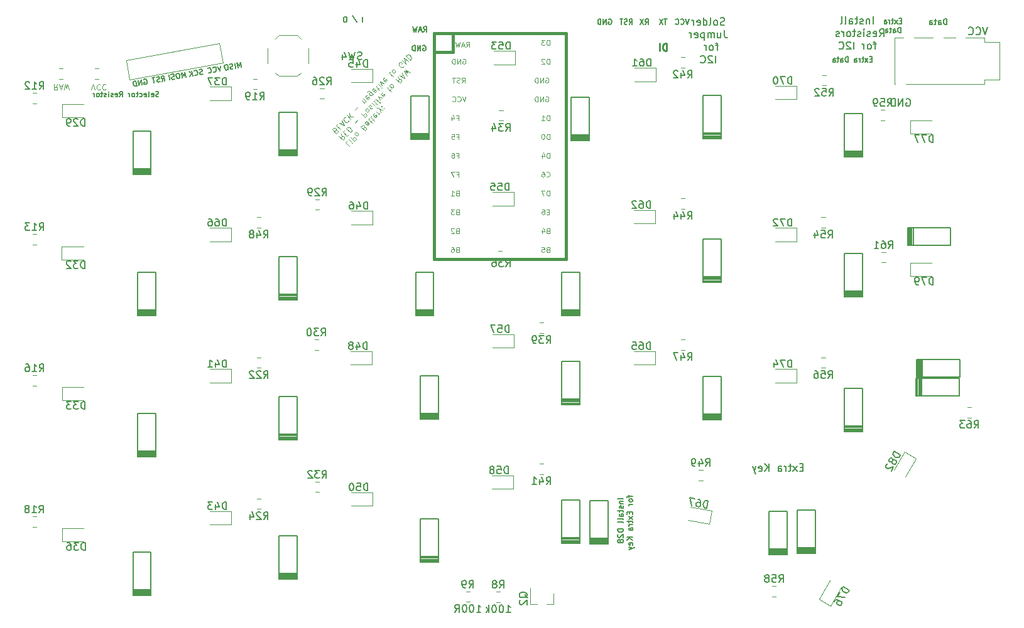
<source format=gbr>
G04 #@! TF.GenerationSoftware,KiCad,Pcbnew,(5.0.0)*
G04 #@! TF.CreationDate,2019-04-30T00:35:40-06:00*
G04 #@! TF.ProjectId,ErgoTravel,4572676F54726176656C2E6B69636164,rev?*
G04 #@! TF.SameCoordinates,Original*
G04 #@! TF.FileFunction,Legend,Bot*
G04 #@! TF.FilePolarity,Positive*
%FSLAX46Y46*%
G04 Gerber Fmt 4.6, Leading zero omitted, Abs format (unit mm)*
G04 Created by KiCad (PCBNEW (5.0.0)) date 04/30/19 00:35:40*
%MOMM*%
%LPD*%
G01*
G04 APERTURE LIST*
%ADD10C,0.150000*%
%ADD11C,0.100000*%
%ADD12C,0.200000*%
%ADD13C,0.250000*%
%ADD14C,0.120000*%
%ADD15C,0.381000*%
G04 APERTURE END LIST*
D10*
X120659666Y-47246333D02*
X120793000Y-47246333D01*
X120859666Y-47213000D01*
X120926333Y-47146333D01*
X120959666Y-47013000D01*
X120959666Y-46779666D01*
X120926333Y-46646333D01*
X120859666Y-46579666D01*
X120793000Y-46546333D01*
X120659666Y-46546333D01*
X120593000Y-46579666D01*
X120526333Y-46646333D01*
X120493000Y-46779666D01*
X120493000Y-47013000D01*
X120526333Y-47146333D01*
X120593000Y-47213000D01*
X120659666Y-47246333D01*
X122293000Y-47279666D02*
X121693000Y-46379666D01*
X123059666Y-46546333D02*
X123059666Y-47246333D01*
D11*
X120991166Y-63245628D02*
X120738628Y-63498166D01*
X121268958Y-64028496D01*
X121167943Y-63068851D02*
X121521497Y-63422405D01*
X121698273Y-63599182D02*
X121647766Y-63599182D01*
X121647766Y-63548674D01*
X121698273Y-63548674D01*
X121698273Y-63599182D01*
X121647766Y-63548674D01*
X121420481Y-62816313D02*
X121950811Y-63346643D01*
X122152842Y-63144613D01*
X122178096Y-63068851D01*
X122178096Y-63018344D01*
X122152842Y-62942582D01*
X122077080Y-62866821D01*
X122001319Y-62841567D01*
X121950811Y-62841567D01*
X121875050Y-62866821D01*
X121673019Y-63068851D01*
X122026573Y-62210222D02*
X122001319Y-62285983D01*
X122001319Y-62336491D01*
X122026573Y-62412252D01*
X122178096Y-62563775D01*
X122253857Y-62589029D01*
X122304365Y-62589029D01*
X122380126Y-62563775D01*
X122455888Y-62488014D01*
X122481141Y-62412252D01*
X122481141Y-62361745D01*
X122455888Y-62285983D01*
X122304365Y-62134460D01*
X122228603Y-62109207D01*
X122178096Y-62109207D01*
X122102334Y-62134460D01*
X122026573Y-62210222D01*
X123289263Y-61503115D02*
X123339771Y-61402100D01*
X123339771Y-61351592D01*
X123314517Y-61275831D01*
X123238756Y-61200069D01*
X123162994Y-61174815D01*
X123112487Y-61174815D01*
X123036725Y-61200069D01*
X122834695Y-61402100D01*
X123365025Y-61932430D01*
X123541802Y-61755653D01*
X123567055Y-61679892D01*
X123567055Y-61629384D01*
X123541802Y-61553623D01*
X123491294Y-61503115D01*
X123415533Y-61477861D01*
X123365025Y-61477861D01*
X123289263Y-61503115D01*
X123112487Y-61679892D01*
X123592309Y-60644485D02*
X123870101Y-60922277D01*
X123895355Y-60998039D01*
X123870101Y-61073800D01*
X123769086Y-61174815D01*
X123693324Y-61200069D01*
X123617563Y-60669739D02*
X123541802Y-60694993D01*
X123415533Y-60821262D01*
X123390279Y-60897023D01*
X123415533Y-60972785D01*
X123466040Y-61023293D01*
X123541802Y-61048546D01*
X123617563Y-61023293D01*
X123743832Y-60897023D01*
X123819594Y-60871770D01*
X124122639Y-60821262D02*
X124324670Y-60619232D01*
X124375177Y-60922277D02*
X123920609Y-60467709D01*
X123895355Y-60391947D01*
X123920609Y-60316186D01*
X123971116Y-60265678D01*
X124425685Y-60518216D02*
X124627716Y-60316186D01*
X124678223Y-60619232D02*
X124223655Y-60164663D01*
X124198401Y-60088901D01*
X124223655Y-60013140D01*
X124274162Y-59962632D01*
X124678223Y-59609079D02*
X124602462Y-59634333D01*
X124501447Y-59735348D01*
X124476193Y-59811109D01*
X124501447Y-59886871D01*
X124703477Y-60088901D01*
X124779238Y-60114155D01*
X124855000Y-60088901D01*
X124956015Y-59987886D01*
X124981269Y-59912125D01*
X124956015Y-59836363D01*
X124905508Y-59785856D01*
X124602462Y-59987886D01*
X124905508Y-59331287D02*
X125259061Y-59684840D01*
X125158046Y-59583825D02*
X125233807Y-59609079D01*
X125284315Y-59609079D01*
X125360076Y-59583825D01*
X125410584Y-59533318D01*
X125536853Y-59407048D02*
X125309569Y-58927226D01*
X125789391Y-59154510D02*
X125309569Y-58927226D01*
X125132792Y-58851465D01*
X125082284Y-58851465D01*
X125006523Y-58876718D01*
X125688376Y-58649434D02*
X125688376Y-58598926D01*
X125637868Y-58598926D01*
X125637868Y-58649434D01*
X125688376Y-58649434D01*
X125637868Y-58598926D01*
X125966168Y-58927226D02*
X125966168Y-58876718D01*
X125915660Y-58876718D01*
X125915660Y-58927226D01*
X125966168Y-58927226D01*
X125915660Y-58876718D01*
X120175468Y-62328914D02*
X120251229Y-62758229D01*
X119872422Y-62631960D02*
X120402752Y-63162290D01*
X120604783Y-62960260D01*
X120630037Y-62884498D01*
X120630037Y-62833991D01*
X120604783Y-62758229D01*
X120529021Y-62682468D01*
X120453260Y-62657214D01*
X120402752Y-62657214D01*
X120326991Y-62682468D01*
X120124960Y-62884498D01*
X120680544Y-62379422D02*
X120857321Y-62202645D01*
X120655291Y-61849092D02*
X120402752Y-62101630D01*
X120933082Y-62631960D01*
X121185621Y-62379422D01*
X120882575Y-61621808D02*
X121412905Y-62152138D01*
X121539174Y-62025869D01*
X121589682Y-61924853D01*
X121589682Y-61823838D01*
X121564428Y-61748077D01*
X121488666Y-61621808D01*
X121412905Y-61546046D01*
X121286636Y-61470285D01*
X121210874Y-61445031D01*
X121109859Y-61445031D01*
X121008844Y-61495539D01*
X120882575Y-61621808D01*
X122018996Y-60889447D02*
X122423057Y-60485386D01*
X122877626Y-59626756D02*
X123407956Y-60157087D01*
X123609987Y-59955056D01*
X123635241Y-59879295D01*
X123635241Y-59828787D01*
X123609987Y-59753026D01*
X123534225Y-59677264D01*
X123458464Y-59652010D01*
X123407956Y-59652010D01*
X123332195Y-59677264D01*
X123130164Y-59879295D01*
X123483718Y-59020665D02*
X123458464Y-59096426D01*
X123458464Y-59146934D01*
X123483718Y-59222695D01*
X123635241Y-59374218D01*
X123711002Y-59399472D01*
X123761510Y-59399472D01*
X123837271Y-59374218D01*
X123913032Y-59298457D01*
X123938286Y-59222695D01*
X123938286Y-59172188D01*
X123913032Y-59096426D01*
X123761510Y-58944903D01*
X123685748Y-58919650D01*
X123635241Y-58919650D01*
X123559479Y-58944903D01*
X123483718Y-59020665D01*
X123887779Y-58667112D02*
X123913032Y-58591350D01*
X124014048Y-58490335D01*
X124089809Y-58465081D01*
X124165571Y-58490335D01*
X124190824Y-58515589D01*
X124216078Y-58591350D01*
X124190824Y-58667112D01*
X124115063Y-58742873D01*
X124089809Y-58818634D01*
X124115063Y-58894396D01*
X124140317Y-58919650D01*
X124216078Y-58944903D01*
X124291840Y-58919650D01*
X124367601Y-58843888D01*
X124392855Y-58768127D01*
X124317093Y-58187289D02*
X124670647Y-58540842D01*
X124847424Y-58717619D02*
X124796916Y-58717619D01*
X124796916Y-58667112D01*
X124847424Y-58667112D01*
X124847424Y-58717619D01*
X124796916Y-58667112D01*
X124847424Y-58364066D02*
X125049454Y-58162035D01*
X125099962Y-58465081D02*
X124645393Y-58010512D01*
X124620139Y-57934751D01*
X124645393Y-57858989D01*
X124695901Y-57808482D01*
X124872677Y-57631705D02*
X125226231Y-57985259D01*
X125403007Y-58162035D02*
X125352500Y-58162035D01*
X125352500Y-58111528D01*
X125403007Y-58111528D01*
X125403007Y-58162035D01*
X125352500Y-58111528D01*
X125428261Y-57783228D02*
X125200977Y-57303406D01*
X125680799Y-57530690D01*
X125756561Y-56798329D02*
X125680799Y-56823583D01*
X125579784Y-56924598D01*
X125554530Y-57000360D01*
X125579784Y-57076121D01*
X125781815Y-57278152D01*
X125857576Y-57303406D01*
X125933338Y-57278152D01*
X126034353Y-57177137D01*
X126059607Y-57101375D01*
X126034353Y-57025614D01*
X125983845Y-56975106D01*
X125680799Y-57177137D01*
X126665698Y-56545791D02*
X126867729Y-56343761D01*
X126918236Y-56646806D02*
X126463668Y-56192238D01*
X126438414Y-56116476D01*
X126463668Y-56040715D01*
X126514175Y-55990207D01*
X126766713Y-55737669D02*
X126741460Y-55813431D01*
X126741460Y-55863938D01*
X126766713Y-55939700D01*
X126918236Y-56091223D01*
X126993998Y-56116476D01*
X127044505Y-56116476D01*
X127120267Y-56091223D01*
X127196028Y-56015461D01*
X127221282Y-55939700D01*
X127221282Y-55889192D01*
X127196028Y-55813431D01*
X127044505Y-55661908D01*
X126968744Y-55636654D01*
X126918236Y-55636654D01*
X126842475Y-55661908D01*
X126766713Y-55737669D01*
X127877881Y-54626501D02*
X127953643Y-55055816D01*
X127574835Y-54929547D02*
X128105166Y-55459877D01*
X128307196Y-55257847D01*
X128332450Y-55182085D01*
X128332450Y-55131578D01*
X128307196Y-55055816D01*
X128231435Y-54980055D01*
X128155673Y-54954801D01*
X128105166Y-54954801D01*
X128029404Y-54980055D01*
X127827374Y-55182085D01*
X128231435Y-54575994D02*
X128483973Y-54323456D01*
X128029404Y-54474978D02*
X128736511Y-54828532D01*
X128382957Y-54121425D01*
X129039557Y-54525486D02*
X128635496Y-53868887D01*
X129115318Y-54146679D01*
X128837526Y-53666856D01*
X129494125Y-54070917D01*
X119460785Y-61866770D02*
X119511293Y-61765754D01*
X119511293Y-61715247D01*
X119486039Y-61639485D01*
X119410277Y-61563724D01*
X119334516Y-61538470D01*
X119284008Y-61538470D01*
X119208247Y-61563724D01*
X119006216Y-61765754D01*
X119536546Y-62296084D01*
X119713323Y-62119308D01*
X119738577Y-62043546D01*
X119738577Y-61993039D01*
X119713323Y-61917277D01*
X119662815Y-61866770D01*
X119587054Y-61841516D01*
X119536546Y-61841516D01*
X119460785Y-61866770D01*
X119284008Y-62043546D01*
X119789085Y-60982886D02*
X119536546Y-61235424D01*
X120066876Y-61765754D01*
X120092130Y-60982886D02*
X120344668Y-60730348D01*
X119890100Y-60881871D02*
X120597207Y-61235424D01*
X120243653Y-60528317D01*
X120773983Y-60099003D02*
X120723476Y-60099003D01*
X120622460Y-60149510D01*
X120571953Y-60200018D01*
X120521445Y-60301033D01*
X120521445Y-60402048D01*
X120546699Y-60477810D01*
X120622460Y-60604079D01*
X120698222Y-60679840D01*
X120824491Y-60755602D01*
X120900252Y-60780856D01*
X121001268Y-60780856D01*
X121102283Y-60730348D01*
X121152790Y-60679840D01*
X121203298Y-60578825D01*
X121203298Y-60528317D01*
X120950760Y-59821211D02*
X121481090Y-60351541D01*
X121253806Y-59518165D02*
X121329567Y-60048495D01*
X121784136Y-60048495D02*
X121178044Y-60048495D01*
X122087182Y-59088850D02*
X122491243Y-58684789D01*
X123299365Y-58179713D02*
X122945811Y-57826159D01*
X123248857Y-58129205D02*
X123299365Y-58129205D01*
X123375126Y-58103951D01*
X123450887Y-58028190D01*
X123476141Y-57952428D01*
X123450887Y-57876667D01*
X123173096Y-57598875D01*
X123652918Y-57169560D02*
X123577157Y-57194814D01*
X123476141Y-57295829D01*
X123450887Y-57371591D01*
X123476141Y-57447352D01*
X123678172Y-57649383D01*
X123753933Y-57674636D01*
X123829695Y-57649383D01*
X123930710Y-57548367D01*
X123955964Y-57472606D01*
X123930710Y-57396845D01*
X123880202Y-57346337D01*
X123577157Y-57548367D01*
X124461040Y-57018037D02*
X124031725Y-56588722D01*
X123955964Y-56563469D01*
X123905456Y-56563469D01*
X123829695Y-56588722D01*
X123753933Y-56664484D01*
X123728679Y-56740245D01*
X124132740Y-56689738D02*
X124056979Y-56714992D01*
X123955964Y-56816007D01*
X123930710Y-56891768D01*
X123930710Y-56942276D01*
X123955964Y-57018037D01*
X124107487Y-57169560D01*
X124183248Y-57194814D01*
X124233756Y-57194814D01*
X124309517Y-57169560D01*
X124410532Y-57068545D01*
X124435786Y-56992783D01*
X124587309Y-56184661D02*
X124865101Y-56462453D01*
X124890355Y-56538215D01*
X124865101Y-56613976D01*
X124764086Y-56714992D01*
X124688324Y-56740245D01*
X124612563Y-56209915D02*
X124536801Y-56235169D01*
X124410532Y-56361438D01*
X124385279Y-56437200D01*
X124410532Y-56512961D01*
X124461040Y-56563469D01*
X124536801Y-56588722D01*
X124612563Y-56563469D01*
X124738832Y-56437200D01*
X124814593Y-56411946D01*
X125117639Y-56361438D02*
X125319670Y-56159408D01*
X125370177Y-56462453D02*
X124915609Y-56007885D01*
X124890355Y-55932123D01*
X124915609Y-55856362D01*
X124966116Y-55805854D01*
X125142893Y-55629078D02*
X125496446Y-55982631D01*
X125673223Y-56159408D02*
X125622715Y-56159408D01*
X125622715Y-56108900D01*
X125673223Y-56108900D01*
X125673223Y-56159408D01*
X125622715Y-56108900D01*
X125698477Y-55780600D02*
X125471193Y-55300778D01*
X125951015Y-55528062D01*
X126026776Y-54795702D02*
X125951015Y-54820956D01*
X125850000Y-54921971D01*
X125824746Y-54997732D01*
X125850000Y-55073494D01*
X126052030Y-55275524D01*
X126127792Y-55300778D01*
X126203553Y-55275524D01*
X126304568Y-55174509D01*
X126329822Y-55098747D01*
X126304568Y-55022986D01*
X126254061Y-54972478D01*
X125951015Y-55174509D01*
X126935914Y-54543164D02*
X127137944Y-54341133D01*
X127188452Y-54644179D02*
X126733883Y-54189610D01*
X126708629Y-54113849D01*
X126733883Y-54038087D01*
X126784391Y-53987580D01*
X127036929Y-53735042D02*
X127011675Y-53810803D01*
X127011675Y-53861311D01*
X127036929Y-53937072D01*
X127188452Y-54088595D01*
X127264213Y-54113849D01*
X127314721Y-54113849D01*
X127390482Y-54088595D01*
X127466244Y-54012833D01*
X127491498Y-53937072D01*
X127491498Y-53886564D01*
X127466244Y-53810803D01*
X127314721Y-53659280D01*
X127238960Y-53634026D01*
X127188452Y-53634026D01*
X127112690Y-53659280D01*
X127036929Y-53735042D01*
X128627919Y-53154204D02*
X128602665Y-53229965D01*
X128526904Y-53305727D01*
X128425889Y-53356234D01*
X128324874Y-53356234D01*
X128249112Y-53330981D01*
X128122843Y-53255219D01*
X128047082Y-53179458D01*
X127971320Y-53053189D01*
X127946066Y-52977427D01*
X127946066Y-52876412D01*
X127996574Y-52775397D01*
X128047082Y-52724889D01*
X128148097Y-52674381D01*
X128198604Y-52674381D01*
X128375381Y-52851158D01*
X128274366Y-52952173D01*
X128375381Y-52396589D02*
X128905711Y-52926919D01*
X128678427Y-52093544D01*
X129208757Y-52623874D01*
X128930965Y-51841006D02*
X129461295Y-52371336D01*
X129587564Y-52245067D01*
X129638072Y-52144051D01*
X129638072Y-52043036D01*
X129612818Y-51967275D01*
X129537057Y-51841006D01*
X129461295Y-51765244D01*
X129335026Y-51689483D01*
X129259265Y-51664229D01*
X129158249Y-51664229D01*
X129057234Y-51714736D01*
X128930965Y-51841006D01*
D10*
X95586000Y-57306333D02*
X95486000Y-57339666D01*
X95319333Y-57339666D01*
X95252666Y-57306333D01*
X95219333Y-57273000D01*
X95186000Y-57206333D01*
X95186000Y-57139666D01*
X95219333Y-57073000D01*
X95252666Y-57039666D01*
X95319333Y-57006333D01*
X95452666Y-56973000D01*
X95519333Y-56939666D01*
X95552666Y-56906333D01*
X95586000Y-56839666D01*
X95586000Y-56773000D01*
X95552666Y-56706333D01*
X95519333Y-56673000D01*
X95452666Y-56639666D01*
X95286000Y-56639666D01*
X95186000Y-56673000D01*
X94619333Y-57306333D02*
X94686000Y-57339666D01*
X94819333Y-57339666D01*
X94886000Y-57306333D01*
X94919333Y-57239666D01*
X94919333Y-56973000D01*
X94886000Y-56906333D01*
X94819333Y-56873000D01*
X94686000Y-56873000D01*
X94619333Y-56906333D01*
X94586000Y-56973000D01*
X94586000Y-57039666D01*
X94919333Y-57106333D01*
X94186000Y-57339666D02*
X94252666Y-57306333D01*
X94286000Y-57239666D01*
X94286000Y-56639666D01*
X93652666Y-57306333D02*
X93719333Y-57339666D01*
X93852666Y-57339666D01*
X93919333Y-57306333D01*
X93952666Y-57239666D01*
X93952666Y-56973000D01*
X93919333Y-56906333D01*
X93852666Y-56873000D01*
X93719333Y-56873000D01*
X93652666Y-56906333D01*
X93619333Y-56973000D01*
X93619333Y-57039666D01*
X93952666Y-57106333D01*
X93019333Y-57306333D02*
X93086000Y-57339666D01*
X93219333Y-57339666D01*
X93286000Y-57306333D01*
X93319333Y-57273000D01*
X93352666Y-57206333D01*
X93352666Y-57006333D01*
X93319333Y-56939666D01*
X93286000Y-56906333D01*
X93219333Y-56873000D01*
X93086000Y-56873000D01*
X93019333Y-56906333D01*
X92819333Y-56873000D02*
X92552666Y-56873000D01*
X92719333Y-56639666D02*
X92719333Y-57239666D01*
X92686000Y-57306333D01*
X92619333Y-57339666D01*
X92552666Y-57339666D01*
X92219333Y-57339666D02*
X92286000Y-57306333D01*
X92319333Y-57273000D01*
X92352666Y-57206333D01*
X92352666Y-57006333D01*
X92319333Y-56939666D01*
X92286000Y-56906333D01*
X92219333Y-56873000D01*
X92119333Y-56873000D01*
X92052666Y-56906333D01*
X92019333Y-56939666D01*
X91986000Y-57006333D01*
X91986000Y-57206333D01*
X92019333Y-57273000D01*
X92052666Y-57306333D01*
X92119333Y-57339666D01*
X92219333Y-57339666D01*
X91686000Y-57339666D02*
X91686000Y-56873000D01*
X91686000Y-57006333D02*
X91652666Y-56939666D01*
X91619333Y-56906333D01*
X91552666Y-56873000D01*
X91486000Y-56873000D01*
X90319333Y-57339666D02*
X90552666Y-57006333D01*
X90719333Y-57339666D02*
X90719333Y-56639666D01*
X90452666Y-56639666D01*
X90386000Y-56673000D01*
X90352666Y-56706333D01*
X90319333Y-56773000D01*
X90319333Y-56873000D01*
X90352666Y-56939666D01*
X90386000Y-56973000D01*
X90452666Y-57006333D01*
X90719333Y-57006333D01*
X89752666Y-57306333D02*
X89819333Y-57339666D01*
X89952666Y-57339666D01*
X90019333Y-57306333D01*
X90052666Y-57239666D01*
X90052666Y-56973000D01*
X90019333Y-56906333D01*
X89952666Y-56873000D01*
X89819333Y-56873000D01*
X89752666Y-56906333D01*
X89719333Y-56973000D01*
X89719333Y-57039666D01*
X90052666Y-57106333D01*
X89452666Y-57306333D02*
X89386000Y-57339666D01*
X89252666Y-57339666D01*
X89186000Y-57306333D01*
X89152666Y-57239666D01*
X89152666Y-57206333D01*
X89186000Y-57139666D01*
X89252666Y-57106333D01*
X89352666Y-57106333D01*
X89419333Y-57073000D01*
X89452666Y-57006333D01*
X89452666Y-56973000D01*
X89419333Y-56906333D01*
X89352666Y-56873000D01*
X89252666Y-56873000D01*
X89186000Y-56906333D01*
X88852666Y-57339666D02*
X88852666Y-56873000D01*
X88852666Y-56639666D02*
X88886000Y-56673000D01*
X88852666Y-56706333D01*
X88819333Y-56673000D01*
X88852666Y-56639666D01*
X88852666Y-56706333D01*
X88552666Y-57306333D02*
X88486000Y-57339666D01*
X88352666Y-57339666D01*
X88286000Y-57306333D01*
X88252666Y-57239666D01*
X88252666Y-57206333D01*
X88286000Y-57139666D01*
X88352666Y-57106333D01*
X88452666Y-57106333D01*
X88519333Y-57073000D01*
X88552666Y-57006333D01*
X88552666Y-56973000D01*
X88519333Y-56906333D01*
X88452666Y-56873000D01*
X88352666Y-56873000D01*
X88286000Y-56906333D01*
X88052666Y-56873000D02*
X87786000Y-56873000D01*
X87952666Y-56639666D02*
X87952666Y-57239666D01*
X87919333Y-57306333D01*
X87852666Y-57339666D01*
X87786000Y-57339666D01*
X87452666Y-57339666D02*
X87519333Y-57306333D01*
X87552666Y-57273000D01*
X87586000Y-57206333D01*
X87586000Y-57006333D01*
X87552666Y-56939666D01*
X87519333Y-56906333D01*
X87452666Y-56873000D01*
X87352666Y-56873000D01*
X87286000Y-56906333D01*
X87252666Y-56939666D01*
X87219333Y-57006333D01*
X87219333Y-57206333D01*
X87252666Y-57273000D01*
X87286000Y-57306333D01*
X87352666Y-57339666D01*
X87452666Y-57339666D01*
X86919333Y-57339666D02*
X86919333Y-56873000D01*
X86919333Y-57006333D02*
X86886000Y-56939666D01*
X86852666Y-56906333D01*
X86786000Y-56873000D01*
X86719333Y-56873000D01*
D11*
X81952142Y-55667714D02*
X81702142Y-56024857D01*
X81523571Y-55667714D02*
X81523571Y-56417714D01*
X81809285Y-56417714D01*
X81880714Y-56382000D01*
X81916428Y-56346285D01*
X81952142Y-56274857D01*
X81952142Y-56167714D01*
X81916428Y-56096285D01*
X81880714Y-56060571D01*
X81809285Y-56024857D01*
X81523571Y-56024857D01*
X82237857Y-55882000D02*
X82595000Y-55882000D01*
X82166428Y-55667714D02*
X82416428Y-56417714D01*
X82666428Y-55667714D01*
X82845000Y-56417714D02*
X83023571Y-55667714D01*
X83166428Y-56203428D01*
X83309285Y-55667714D01*
X83487857Y-56417714D01*
X86523571Y-56417714D02*
X86773571Y-55667714D01*
X87023571Y-56417714D01*
X87702142Y-55739142D02*
X87666428Y-55703428D01*
X87559285Y-55667714D01*
X87487857Y-55667714D01*
X87380714Y-55703428D01*
X87309285Y-55774857D01*
X87273571Y-55846285D01*
X87237857Y-55989142D01*
X87237857Y-56096285D01*
X87273571Y-56239142D01*
X87309285Y-56310571D01*
X87380714Y-56382000D01*
X87487857Y-56417714D01*
X87559285Y-56417714D01*
X87666428Y-56382000D01*
X87702142Y-56346285D01*
X88452142Y-55739142D02*
X88416428Y-55703428D01*
X88309285Y-55667714D01*
X88237857Y-55667714D01*
X88130714Y-55703428D01*
X88059285Y-55774857D01*
X88023571Y-55846285D01*
X87987857Y-55989142D01*
X87987857Y-56096285D01*
X88023571Y-56239142D01*
X88059285Y-56310571D01*
X88130714Y-56382000D01*
X88237857Y-56417714D01*
X88309285Y-56417714D01*
X88416428Y-56382000D01*
X88452142Y-56346285D01*
D10*
X131293333Y-48576666D02*
X131526666Y-48243333D01*
X131693333Y-48576666D02*
X131693333Y-47876666D01*
X131426666Y-47876666D01*
X131360000Y-47910000D01*
X131326666Y-47943333D01*
X131293333Y-48010000D01*
X131293333Y-48110000D01*
X131326666Y-48176666D01*
X131360000Y-48210000D01*
X131426666Y-48243333D01*
X131693333Y-48243333D01*
X131026666Y-48376666D02*
X130693333Y-48376666D01*
X131093333Y-48576666D02*
X130860000Y-47876666D01*
X130626666Y-48576666D01*
X130460000Y-47876666D02*
X130293333Y-48576666D01*
X130160000Y-48076666D01*
X130026666Y-48576666D01*
X129860000Y-47876666D01*
X131216333Y-50450000D02*
X131283000Y-50416666D01*
X131383000Y-50416666D01*
X131483000Y-50450000D01*
X131549666Y-50516666D01*
X131583000Y-50583333D01*
X131616333Y-50716666D01*
X131616333Y-50816666D01*
X131583000Y-50950000D01*
X131549666Y-51016666D01*
X131483000Y-51083333D01*
X131383000Y-51116666D01*
X131316333Y-51116666D01*
X131216333Y-51083333D01*
X131183000Y-51050000D01*
X131183000Y-50816666D01*
X131316333Y-50816666D01*
X130883000Y-51116666D02*
X130883000Y-50416666D01*
X130483000Y-51116666D01*
X130483000Y-50416666D01*
X130149666Y-51116666D02*
X130149666Y-50416666D01*
X129983000Y-50416666D01*
X129883000Y-50450000D01*
X129816333Y-50516666D01*
X129783000Y-50583333D01*
X129749666Y-50716666D01*
X129749666Y-50816666D01*
X129783000Y-50950000D01*
X129816333Y-51016666D01*
X129883000Y-51083333D01*
X129983000Y-51116666D01*
X130149666Y-51116666D01*
X158197785Y-111558000D02*
X157447785Y-111558000D01*
X157697785Y-111915142D02*
X158197785Y-111915142D01*
X157769214Y-111915142D02*
X157733500Y-111950857D01*
X157697785Y-112022285D01*
X157697785Y-112129428D01*
X157733500Y-112200857D01*
X157804928Y-112236571D01*
X158197785Y-112236571D01*
X158162071Y-112558000D02*
X158197785Y-112629428D01*
X158197785Y-112772285D01*
X158162071Y-112843714D01*
X158090642Y-112879428D01*
X158054928Y-112879428D01*
X157983500Y-112843714D01*
X157947785Y-112772285D01*
X157947785Y-112665142D01*
X157912071Y-112593714D01*
X157840642Y-112558000D01*
X157804928Y-112558000D01*
X157733500Y-112593714D01*
X157697785Y-112665142D01*
X157697785Y-112772285D01*
X157733500Y-112843714D01*
X157697785Y-113093714D02*
X157697785Y-113379428D01*
X157447785Y-113200857D02*
X158090642Y-113200857D01*
X158162071Y-113236571D01*
X158197785Y-113308000D01*
X158197785Y-113379428D01*
X158197785Y-113950857D02*
X157804928Y-113950857D01*
X157733500Y-113915142D01*
X157697785Y-113843714D01*
X157697785Y-113700857D01*
X157733500Y-113629428D01*
X158162071Y-113950857D02*
X158197785Y-113879428D01*
X158197785Y-113700857D01*
X158162071Y-113629428D01*
X158090642Y-113593714D01*
X158019214Y-113593714D01*
X157947785Y-113629428D01*
X157912071Y-113700857D01*
X157912071Y-113879428D01*
X157876357Y-113950857D01*
X158197785Y-114415142D02*
X158162071Y-114343714D01*
X158090642Y-114308000D01*
X157447785Y-114308000D01*
X158197785Y-114808000D02*
X158162071Y-114736571D01*
X158090642Y-114700857D01*
X157447785Y-114700857D01*
X158197785Y-115665142D02*
X157447785Y-115665142D01*
X157447785Y-115843714D01*
X157483500Y-115950857D01*
X157554928Y-116022285D01*
X157626357Y-116058000D01*
X157769214Y-116093714D01*
X157876357Y-116093714D01*
X158019214Y-116058000D01*
X158090642Y-116022285D01*
X158162071Y-115950857D01*
X158197785Y-115843714D01*
X158197785Y-115665142D01*
X157519214Y-116379428D02*
X157483500Y-116415142D01*
X157447785Y-116486571D01*
X157447785Y-116665142D01*
X157483500Y-116736571D01*
X157519214Y-116772285D01*
X157590642Y-116808000D01*
X157662071Y-116808000D01*
X157769214Y-116772285D01*
X158197785Y-116343714D01*
X158197785Y-116808000D01*
X157769214Y-117236571D02*
X157733500Y-117165142D01*
X157697785Y-117129428D01*
X157626357Y-117093714D01*
X157590642Y-117093714D01*
X157519214Y-117129428D01*
X157483500Y-117165142D01*
X157447785Y-117236571D01*
X157447785Y-117379428D01*
X157483500Y-117450857D01*
X157519214Y-117486571D01*
X157590642Y-117522285D01*
X157626357Y-117522285D01*
X157697785Y-117486571D01*
X157733500Y-117450857D01*
X157769214Y-117379428D01*
X157769214Y-117236571D01*
X157804928Y-117165142D01*
X157840642Y-117129428D01*
X157912071Y-117093714D01*
X158054928Y-117093714D01*
X158126357Y-117129428D01*
X158162071Y-117165142D01*
X158197785Y-117236571D01*
X158197785Y-117379428D01*
X158162071Y-117450857D01*
X158126357Y-117486571D01*
X158054928Y-117522285D01*
X157912071Y-117522285D01*
X157840642Y-117486571D01*
X157804928Y-117450857D01*
X157769214Y-117379428D01*
X158972785Y-111111571D02*
X158972785Y-111397285D01*
X159472785Y-111218714D02*
X158829928Y-111218714D01*
X158758500Y-111254428D01*
X158722785Y-111325857D01*
X158722785Y-111397285D01*
X159472785Y-111754428D02*
X159437071Y-111683000D01*
X159401357Y-111647285D01*
X159329928Y-111611571D01*
X159115642Y-111611571D01*
X159044214Y-111647285D01*
X159008500Y-111683000D01*
X158972785Y-111754428D01*
X158972785Y-111861571D01*
X159008500Y-111933000D01*
X159044214Y-111968714D01*
X159115642Y-112004428D01*
X159329928Y-112004428D01*
X159401357Y-111968714D01*
X159437071Y-111933000D01*
X159472785Y-111861571D01*
X159472785Y-111754428D01*
X159472785Y-112325857D02*
X158972785Y-112325857D01*
X159115642Y-112325857D02*
X159044214Y-112361571D01*
X159008500Y-112397285D01*
X158972785Y-112468714D01*
X158972785Y-112540142D01*
X159079928Y-113361571D02*
X159079928Y-113611571D01*
X159472785Y-113718714D02*
X159472785Y-113361571D01*
X158722785Y-113361571D01*
X158722785Y-113718714D01*
X159472785Y-113968714D02*
X158972785Y-114361571D01*
X158972785Y-113968714D02*
X159472785Y-114361571D01*
X158972785Y-114540142D02*
X158972785Y-114825857D01*
X158722785Y-114647285D02*
X159365642Y-114647285D01*
X159437071Y-114683000D01*
X159472785Y-114754428D01*
X159472785Y-114825857D01*
X159472785Y-115075857D02*
X158972785Y-115075857D01*
X159115642Y-115075857D02*
X159044214Y-115111571D01*
X159008500Y-115147285D01*
X158972785Y-115218714D01*
X158972785Y-115290142D01*
X159472785Y-115861571D02*
X159079928Y-115861571D01*
X159008500Y-115825857D01*
X158972785Y-115754428D01*
X158972785Y-115611571D01*
X159008500Y-115540142D01*
X159437071Y-115861571D02*
X159472785Y-115790142D01*
X159472785Y-115611571D01*
X159437071Y-115540142D01*
X159365642Y-115504428D01*
X159294214Y-115504428D01*
X159222785Y-115540142D01*
X159187071Y-115611571D01*
X159187071Y-115790142D01*
X159151357Y-115861571D01*
X159472785Y-116790142D02*
X158722785Y-116790142D01*
X159472785Y-117218714D02*
X159044214Y-116897285D01*
X158722785Y-117218714D02*
X159151357Y-116790142D01*
X159437071Y-117825857D02*
X159472785Y-117754428D01*
X159472785Y-117611571D01*
X159437071Y-117540142D01*
X159365642Y-117504428D01*
X159079928Y-117504428D01*
X159008500Y-117540142D01*
X158972785Y-117611571D01*
X158972785Y-117754428D01*
X159008500Y-117825857D01*
X159079928Y-117861571D01*
X159151357Y-117861571D01*
X159222785Y-117504428D01*
X158972785Y-118111571D02*
X159472785Y-118290142D01*
X158972785Y-118468714D02*
X159472785Y-118290142D01*
X159651357Y-118218714D01*
X159687071Y-118183000D01*
X159722785Y-118111571D01*
D12*
X182427142Y-107370571D02*
X182093809Y-107370571D01*
X181950952Y-107894380D02*
X182427142Y-107894380D01*
X182427142Y-106894380D01*
X181950952Y-106894380D01*
X181617619Y-107894380D02*
X181093809Y-107227714D01*
X181617619Y-107227714D02*
X181093809Y-107894380D01*
X180855714Y-107227714D02*
X180474761Y-107227714D01*
X180712857Y-106894380D02*
X180712857Y-107751523D01*
X180665238Y-107846761D01*
X180570000Y-107894380D01*
X180474761Y-107894380D01*
X180141428Y-107894380D02*
X180141428Y-107227714D01*
X180141428Y-107418190D02*
X180093809Y-107322952D01*
X180046190Y-107275333D01*
X179950952Y-107227714D01*
X179855714Y-107227714D01*
X179093809Y-107894380D02*
X179093809Y-107370571D01*
X179141428Y-107275333D01*
X179236666Y-107227714D01*
X179427142Y-107227714D01*
X179522380Y-107275333D01*
X179093809Y-107846761D02*
X179189047Y-107894380D01*
X179427142Y-107894380D01*
X179522380Y-107846761D01*
X179570000Y-107751523D01*
X179570000Y-107656285D01*
X179522380Y-107561047D01*
X179427142Y-107513428D01*
X179189047Y-107513428D01*
X179093809Y-107465809D01*
X177855714Y-107894380D02*
X177855714Y-106894380D01*
X177284285Y-107894380D02*
X177712857Y-107322952D01*
X177284285Y-106894380D02*
X177855714Y-107465809D01*
X176474761Y-107846761D02*
X176570000Y-107894380D01*
X176760476Y-107894380D01*
X176855714Y-107846761D01*
X176903333Y-107751523D01*
X176903333Y-107370571D01*
X176855714Y-107275333D01*
X176760476Y-107227714D01*
X176570000Y-107227714D01*
X176474761Y-107275333D01*
X176427142Y-107370571D01*
X176427142Y-107465809D01*
X176903333Y-107561047D01*
X176093809Y-107227714D02*
X175855714Y-107894380D01*
X175617619Y-107227714D02*
X175855714Y-107894380D01*
X175950952Y-108132476D01*
X175998571Y-108180095D01*
X176093809Y-108227714D01*
D10*
X195730666Y-47102000D02*
X195497333Y-47102000D01*
X195397333Y-47468666D02*
X195730666Y-47468666D01*
X195730666Y-46768666D01*
X195397333Y-46768666D01*
X195164000Y-47468666D02*
X194797333Y-47002000D01*
X195164000Y-47002000D02*
X194797333Y-47468666D01*
X194630666Y-47002000D02*
X194364000Y-47002000D01*
X194530666Y-46768666D02*
X194530666Y-47368666D01*
X194497333Y-47435333D01*
X194430666Y-47468666D01*
X194364000Y-47468666D01*
X194130666Y-47468666D02*
X194130666Y-47002000D01*
X194130666Y-47135333D02*
X194097333Y-47068666D01*
X194064000Y-47035333D01*
X193997333Y-47002000D01*
X193930666Y-47002000D01*
X193397333Y-47468666D02*
X193397333Y-47102000D01*
X193430666Y-47035333D01*
X193497333Y-47002000D01*
X193630666Y-47002000D01*
X193697333Y-47035333D01*
X193397333Y-47435333D02*
X193464000Y-47468666D01*
X193630666Y-47468666D01*
X193697333Y-47435333D01*
X193730666Y-47368666D01*
X193730666Y-47302000D01*
X193697333Y-47235333D01*
X193630666Y-47202000D01*
X193464000Y-47202000D01*
X193397333Y-47168666D01*
X195580666Y-48668666D02*
X195580666Y-47968666D01*
X195414000Y-47968666D01*
X195314000Y-48002000D01*
X195247333Y-48068666D01*
X195214000Y-48135333D01*
X195180666Y-48268666D01*
X195180666Y-48368666D01*
X195214000Y-48502000D01*
X195247333Y-48568666D01*
X195314000Y-48635333D01*
X195414000Y-48668666D01*
X195580666Y-48668666D01*
X194580666Y-48668666D02*
X194580666Y-48302000D01*
X194614000Y-48235333D01*
X194680666Y-48202000D01*
X194814000Y-48202000D01*
X194880666Y-48235333D01*
X194580666Y-48635333D02*
X194647333Y-48668666D01*
X194814000Y-48668666D01*
X194880666Y-48635333D01*
X194914000Y-48568666D01*
X194914000Y-48502000D01*
X194880666Y-48435333D01*
X194814000Y-48402000D01*
X194647333Y-48402000D01*
X194580666Y-48368666D01*
X194347333Y-48202000D02*
X194080666Y-48202000D01*
X194247333Y-47968666D02*
X194247333Y-48568666D01*
X194214000Y-48635333D01*
X194147333Y-48668666D01*
X194080666Y-48668666D01*
X193547333Y-48668666D02*
X193547333Y-48302000D01*
X193580666Y-48235333D01*
X193647333Y-48202000D01*
X193780666Y-48202000D01*
X193847333Y-48235333D01*
X193547333Y-48635333D02*
X193614000Y-48668666D01*
X193780666Y-48668666D01*
X193847333Y-48635333D01*
X193880666Y-48568666D01*
X193880666Y-48502000D01*
X193847333Y-48435333D01*
X193780666Y-48402000D01*
X193614000Y-48402000D01*
X193547333Y-48368666D01*
X201821904Y-47605904D02*
X201821904Y-46805904D01*
X201631428Y-46805904D01*
X201517142Y-46844000D01*
X201440952Y-46920190D01*
X201402857Y-46996380D01*
X201364761Y-47148761D01*
X201364761Y-47263047D01*
X201402857Y-47415428D01*
X201440952Y-47491619D01*
X201517142Y-47567809D01*
X201631428Y-47605904D01*
X201821904Y-47605904D01*
X200679047Y-47605904D02*
X200679047Y-47186857D01*
X200717142Y-47110666D01*
X200793333Y-47072571D01*
X200945714Y-47072571D01*
X201021904Y-47110666D01*
X200679047Y-47567809D02*
X200755238Y-47605904D01*
X200945714Y-47605904D01*
X201021904Y-47567809D01*
X201060000Y-47491619D01*
X201060000Y-47415428D01*
X201021904Y-47339238D01*
X200945714Y-47301142D01*
X200755238Y-47301142D01*
X200679047Y-47263047D01*
X200412380Y-47072571D02*
X200107619Y-47072571D01*
X200298095Y-46805904D02*
X200298095Y-47491619D01*
X200260000Y-47567809D01*
X200183809Y-47605904D01*
X200107619Y-47605904D01*
X199498095Y-47605904D02*
X199498095Y-47186857D01*
X199536190Y-47110666D01*
X199612380Y-47072571D01*
X199764761Y-47072571D01*
X199840952Y-47110666D01*
X199498095Y-47567809D02*
X199574285Y-47605904D01*
X199764761Y-47605904D01*
X199840952Y-47567809D01*
X199879047Y-47491619D01*
X199879047Y-47415428D01*
X199840952Y-47339238D01*
X199764761Y-47301142D01*
X199574285Y-47301142D01*
X199498095Y-47263047D01*
D12*
X207327333Y-47966380D02*
X206994000Y-48966380D01*
X206660666Y-47966380D01*
X205755904Y-48871142D02*
X205803523Y-48918761D01*
X205946380Y-48966380D01*
X206041619Y-48966380D01*
X206184476Y-48918761D01*
X206279714Y-48823523D01*
X206327333Y-48728285D01*
X206374952Y-48537809D01*
X206374952Y-48394952D01*
X206327333Y-48204476D01*
X206279714Y-48109238D01*
X206184476Y-48014000D01*
X206041619Y-47966380D01*
X205946380Y-47966380D01*
X205803523Y-48014000D01*
X205755904Y-48061619D01*
X204755904Y-48871142D02*
X204803523Y-48918761D01*
X204946380Y-48966380D01*
X205041619Y-48966380D01*
X205184476Y-48918761D01*
X205279714Y-48823523D01*
X205327333Y-48728285D01*
X205374952Y-48537809D01*
X205374952Y-48394952D01*
X205327333Y-48204476D01*
X205279714Y-48109238D01*
X205184476Y-48014000D01*
X205041619Y-47966380D01*
X204946380Y-47966380D01*
X204803523Y-48014000D01*
X204755904Y-48061619D01*
X196341904Y-57666000D02*
X196437142Y-57618380D01*
X196580000Y-57618380D01*
X196722857Y-57666000D01*
X196818095Y-57761238D01*
X196865714Y-57856476D01*
X196913333Y-58046952D01*
X196913333Y-58189809D01*
X196865714Y-58380285D01*
X196818095Y-58475523D01*
X196722857Y-58570761D01*
X196580000Y-58618380D01*
X196484761Y-58618380D01*
X196341904Y-58570761D01*
X196294285Y-58523142D01*
X196294285Y-58189809D01*
X196484761Y-58189809D01*
X195865714Y-58618380D02*
X195865714Y-57618380D01*
X195294285Y-58618380D01*
X195294285Y-57618380D01*
X194818095Y-58618380D02*
X194818095Y-57618380D01*
X194580000Y-57618380D01*
X194437142Y-57666000D01*
X194341904Y-57761238D01*
X194294285Y-57856476D01*
X194246666Y-58046952D01*
X194246666Y-58189809D01*
X194294285Y-58380285D01*
X194341904Y-58475523D01*
X194437142Y-58570761D01*
X194580000Y-58618380D01*
X194818095Y-58618380D01*
D10*
X164109333Y-46860666D02*
X163709333Y-46860666D01*
X163909333Y-47560666D02*
X163909333Y-46860666D01*
X163542666Y-46860666D02*
X163076000Y-47560666D01*
X163076000Y-46860666D02*
X163542666Y-47560666D01*
X161152666Y-47560666D02*
X161386000Y-47227333D01*
X161552666Y-47560666D02*
X161552666Y-46860666D01*
X161286000Y-46860666D01*
X161219333Y-46894000D01*
X161186000Y-46927333D01*
X161152666Y-46994000D01*
X161152666Y-47094000D01*
X161186000Y-47160666D01*
X161219333Y-47194000D01*
X161286000Y-47227333D01*
X161552666Y-47227333D01*
X160919333Y-46860666D02*
X160452666Y-47560666D01*
X160452666Y-46860666D02*
X160919333Y-47560666D01*
X159006333Y-47560666D02*
X159239666Y-47227333D01*
X159406333Y-47560666D02*
X159406333Y-46860666D01*
X159139666Y-46860666D01*
X159073000Y-46894000D01*
X159039666Y-46927333D01*
X159006333Y-46994000D01*
X159006333Y-47094000D01*
X159039666Y-47160666D01*
X159073000Y-47194000D01*
X159139666Y-47227333D01*
X159406333Y-47227333D01*
X158739666Y-47527333D02*
X158639666Y-47560666D01*
X158473000Y-47560666D01*
X158406333Y-47527333D01*
X158373000Y-47494000D01*
X158339666Y-47427333D01*
X158339666Y-47360666D01*
X158373000Y-47294000D01*
X158406333Y-47260666D01*
X158473000Y-47227333D01*
X158606333Y-47194000D01*
X158673000Y-47160666D01*
X158706333Y-47127333D01*
X158739666Y-47060666D01*
X158739666Y-46994000D01*
X158706333Y-46927333D01*
X158673000Y-46894000D01*
X158606333Y-46860666D01*
X158439666Y-46860666D01*
X158339666Y-46894000D01*
X158139666Y-46860666D02*
X157739666Y-46860666D01*
X157939666Y-47560666D02*
X157939666Y-46860666D01*
D12*
X171862476Y-47638761D02*
X171719619Y-47686380D01*
X171481523Y-47686380D01*
X171386285Y-47638761D01*
X171338666Y-47591142D01*
X171291047Y-47495904D01*
X171291047Y-47400666D01*
X171338666Y-47305428D01*
X171386285Y-47257809D01*
X171481523Y-47210190D01*
X171672000Y-47162571D01*
X171767238Y-47114952D01*
X171814857Y-47067333D01*
X171862476Y-46972095D01*
X171862476Y-46876857D01*
X171814857Y-46781619D01*
X171767238Y-46734000D01*
X171672000Y-46686380D01*
X171433904Y-46686380D01*
X171291047Y-46734000D01*
X170719619Y-47686380D02*
X170814857Y-47638761D01*
X170862476Y-47591142D01*
X170910095Y-47495904D01*
X170910095Y-47210190D01*
X170862476Y-47114952D01*
X170814857Y-47067333D01*
X170719619Y-47019714D01*
X170576761Y-47019714D01*
X170481523Y-47067333D01*
X170433904Y-47114952D01*
X170386285Y-47210190D01*
X170386285Y-47495904D01*
X170433904Y-47591142D01*
X170481523Y-47638761D01*
X170576761Y-47686380D01*
X170719619Y-47686380D01*
X169814857Y-47686380D02*
X169910095Y-47638761D01*
X169957714Y-47543523D01*
X169957714Y-46686380D01*
X169005333Y-47686380D02*
X169005333Y-46686380D01*
X169005333Y-47638761D02*
X169100571Y-47686380D01*
X169291047Y-47686380D01*
X169386285Y-47638761D01*
X169433904Y-47591142D01*
X169481523Y-47495904D01*
X169481523Y-47210190D01*
X169433904Y-47114952D01*
X169386285Y-47067333D01*
X169291047Y-47019714D01*
X169100571Y-47019714D01*
X169005333Y-47067333D01*
X168148190Y-47638761D02*
X168243428Y-47686380D01*
X168433904Y-47686380D01*
X168529142Y-47638761D01*
X168576761Y-47543523D01*
X168576761Y-47162571D01*
X168529142Y-47067333D01*
X168433904Y-47019714D01*
X168243428Y-47019714D01*
X168148190Y-47067333D01*
X168100571Y-47162571D01*
X168100571Y-47257809D01*
X168576761Y-47353047D01*
X167672000Y-47686380D02*
X167672000Y-47019714D01*
X167672000Y-47210190D02*
X167624380Y-47114952D01*
X167576761Y-47067333D01*
X167481523Y-47019714D01*
X167386285Y-47019714D01*
X171838666Y-48386380D02*
X171838666Y-49100666D01*
X171886285Y-49243523D01*
X171981523Y-49338761D01*
X172124380Y-49386380D01*
X172219619Y-49386380D01*
X170933904Y-48719714D02*
X170933904Y-49386380D01*
X171362476Y-48719714D02*
X171362476Y-49243523D01*
X171314857Y-49338761D01*
X171219619Y-49386380D01*
X171076761Y-49386380D01*
X170981523Y-49338761D01*
X170933904Y-49291142D01*
X170457714Y-49386380D02*
X170457714Y-48719714D01*
X170457714Y-48814952D02*
X170410095Y-48767333D01*
X170314857Y-48719714D01*
X170172000Y-48719714D01*
X170076761Y-48767333D01*
X170029142Y-48862571D01*
X170029142Y-49386380D01*
X170029142Y-48862571D02*
X169981523Y-48767333D01*
X169886285Y-48719714D01*
X169743428Y-48719714D01*
X169648190Y-48767333D01*
X169600571Y-48862571D01*
X169600571Y-49386380D01*
X169124380Y-48719714D02*
X169124380Y-49719714D01*
X169124380Y-48767333D02*
X169029142Y-48719714D01*
X168838666Y-48719714D01*
X168743428Y-48767333D01*
X168695809Y-48814952D01*
X168648190Y-48910190D01*
X168648190Y-49195904D01*
X168695809Y-49291142D01*
X168743428Y-49338761D01*
X168838666Y-49386380D01*
X169029142Y-49386380D01*
X169124380Y-49338761D01*
X167838666Y-49338761D02*
X167933904Y-49386380D01*
X168124380Y-49386380D01*
X168219619Y-49338761D01*
X168267238Y-49243523D01*
X168267238Y-48862571D01*
X168219619Y-48767333D01*
X168124380Y-48719714D01*
X167933904Y-48719714D01*
X167838666Y-48767333D01*
X167791047Y-48862571D01*
X167791047Y-48957809D01*
X168267238Y-49053047D01*
X167362476Y-49386380D02*
X167362476Y-48719714D01*
X167362476Y-48910190D02*
X167314857Y-48814952D01*
X167267238Y-48767333D01*
X167172000Y-48719714D01*
X167076761Y-48719714D01*
X171005333Y-50419714D02*
X170624380Y-50419714D01*
X170862476Y-51086380D02*
X170862476Y-50229238D01*
X170814857Y-50134000D01*
X170719619Y-50086380D01*
X170624380Y-50086380D01*
X170148190Y-51086380D02*
X170243428Y-51038761D01*
X170291047Y-50991142D01*
X170338666Y-50895904D01*
X170338666Y-50610190D01*
X170291047Y-50514952D01*
X170243428Y-50467333D01*
X170148190Y-50419714D01*
X170005333Y-50419714D01*
X169910095Y-50467333D01*
X169862476Y-50514952D01*
X169814857Y-50610190D01*
X169814857Y-50895904D01*
X169862476Y-50991142D01*
X169910095Y-51038761D01*
X170005333Y-51086380D01*
X170148190Y-51086380D01*
X169386285Y-51086380D02*
X169386285Y-50419714D01*
X169386285Y-50610190D02*
X169338666Y-50514952D01*
X169291047Y-50467333D01*
X169195809Y-50419714D01*
X169100571Y-50419714D01*
X170648190Y-52786380D02*
X170648190Y-51786380D01*
X170219619Y-51881619D02*
X170172000Y-51834000D01*
X170076761Y-51786380D01*
X169838666Y-51786380D01*
X169743428Y-51834000D01*
X169695809Y-51881619D01*
X169648190Y-51976857D01*
X169648190Y-52072095D01*
X169695809Y-52214952D01*
X170267238Y-52786380D01*
X169648190Y-52786380D01*
X168648190Y-52691142D02*
X168695809Y-52738761D01*
X168838666Y-52786380D01*
X168933904Y-52786380D01*
X169076761Y-52738761D01*
X169172000Y-52643523D01*
X169219619Y-52548285D01*
X169267238Y-52357809D01*
X169267238Y-52214952D01*
X169219619Y-52024476D01*
X169172000Y-51929238D01*
X169076761Y-51834000D01*
X168933904Y-51786380D01*
X168838666Y-51786380D01*
X168695809Y-51834000D01*
X168648190Y-51881619D01*
X191857047Y-47520380D02*
X191857047Y-46520380D01*
X191380857Y-46853714D02*
X191380857Y-47520380D01*
X191380857Y-46948952D02*
X191333238Y-46901333D01*
X191238000Y-46853714D01*
X191095142Y-46853714D01*
X190999904Y-46901333D01*
X190952285Y-46996571D01*
X190952285Y-47520380D01*
X190523714Y-47472761D02*
X190428476Y-47520380D01*
X190238000Y-47520380D01*
X190142761Y-47472761D01*
X190095142Y-47377523D01*
X190095142Y-47329904D01*
X190142761Y-47234666D01*
X190238000Y-47187047D01*
X190380857Y-47187047D01*
X190476095Y-47139428D01*
X190523714Y-47044190D01*
X190523714Y-46996571D01*
X190476095Y-46901333D01*
X190380857Y-46853714D01*
X190238000Y-46853714D01*
X190142761Y-46901333D01*
X189809428Y-46853714D02*
X189428476Y-46853714D01*
X189666571Y-46520380D02*
X189666571Y-47377523D01*
X189618952Y-47472761D01*
X189523714Y-47520380D01*
X189428476Y-47520380D01*
X188666571Y-47520380D02*
X188666571Y-46996571D01*
X188714190Y-46901333D01*
X188809428Y-46853714D01*
X188999904Y-46853714D01*
X189095142Y-46901333D01*
X188666571Y-47472761D02*
X188761809Y-47520380D01*
X188999904Y-47520380D01*
X189095142Y-47472761D01*
X189142761Y-47377523D01*
X189142761Y-47282285D01*
X189095142Y-47187047D01*
X188999904Y-47139428D01*
X188761809Y-47139428D01*
X188666571Y-47091809D01*
X188047523Y-47520380D02*
X188142761Y-47472761D01*
X188190380Y-47377523D01*
X188190380Y-46520380D01*
X187523714Y-47520380D02*
X187618952Y-47472761D01*
X187666571Y-47377523D01*
X187666571Y-46520380D01*
X192738000Y-49220380D02*
X193071333Y-48744190D01*
X193309428Y-49220380D02*
X193309428Y-48220380D01*
X192928476Y-48220380D01*
X192833238Y-48268000D01*
X192785619Y-48315619D01*
X192738000Y-48410857D01*
X192738000Y-48553714D01*
X192785619Y-48648952D01*
X192833238Y-48696571D01*
X192928476Y-48744190D01*
X193309428Y-48744190D01*
X191928476Y-49172761D02*
X192023714Y-49220380D01*
X192214190Y-49220380D01*
X192309428Y-49172761D01*
X192357047Y-49077523D01*
X192357047Y-48696571D01*
X192309428Y-48601333D01*
X192214190Y-48553714D01*
X192023714Y-48553714D01*
X191928476Y-48601333D01*
X191880857Y-48696571D01*
X191880857Y-48791809D01*
X192357047Y-48887047D01*
X191499904Y-49172761D02*
X191404666Y-49220380D01*
X191214190Y-49220380D01*
X191118952Y-49172761D01*
X191071333Y-49077523D01*
X191071333Y-49029904D01*
X191118952Y-48934666D01*
X191214190Y-48887047D01*
X191357047Y-48887047D01*
X191452285Y-48839428D01*
X191499904Y-48744190D01*
X191499904Y-48696571D01*
X191452285Y-48601333D01*
X191357047Y-48553714D01*
X191214190Y-48553714D01*
X191118952Y-48601333D01*
X190642761Y-49220380D02*
X190642761Y-48553714D01*
X190642761Y-48220380D02*
X190690380Y-48268000D01*
X190642761Y-48315619D01*
X190595142Y-48268000D01*
X190642761Y-48220380D01*
X190642761Y-48315619D01*
X190214190Y-49172761D02*
X190118952Y-49220380D01*
X189928476Y-49220380D01*
X189833238Y-49172761D01*
X189785619Y-49077523D01*
X189785619Y-49029904D01*
X189833238Y-48934666D01*
X189928476Y-48887047D01*
X190071333Y-48887047D01*
X190166571Y-48839428D01*
X190214190Y-48744190D01*
X190214190Y-48696571D01*
X190166571Y-48601333D01*
X190071333Y-48553714D01*
X189928476Y-48553714D01*
X189833238Y-48601333D01*
X189499904Y-48553714D02*
X189118952Y-48553714D01*
X189357047Y-48220380D02*
X189357047Y-49077523D01*
X189309428Y-49172761D01*
X189214190Y-49220380D01*
X189118952Y-49220380D01*
X188642761Y-49220380D02*
X188738000Y-49172761D01*
X188785619Y-49125142D01*
X188833238Y-49029904D01*
X188833238Y-48744190D01*
X188785619Y-48648952D01*
X188738000Y-48601333D01*
X188642761Y-48553714D01*
X188499904Y-48553714D01*
X188404666Y-48601333D01*
X188357047Y-48648952D01*
X188309428Y-48744190D01*
X188309428Y-49029904D01*
X188357047Y-49125142D01*
X188404666Y-49172761D01*
X188499904Y-49220380D01*
X188642761Y-49220380D01*
X187880857Y-49220380D02*
X187880857Y-48553714D01*
X187880857Y-48744190D02*
X187833238Y-48648952D01*
X187785619Y-48601333D01*
X187690380Y-48553714D01*
X187595142Y-48553714D01*
X187309428Y-49172761D02*
X187214190Y-49220380D01*
X187023714Y-49220380D01*
X186928476Y-49172761D01*
X186880857Y-49077523D01*
X186880857Y-49029904D01*
X186928476Y-48934666D01*
X187023714Y-48887047D01*
X187166571Y-48887047D01*
X187261809Y-48839428D01*
X187309428Y-48744190D01*
X187309428Y-48696571D01*
X187261809Y-48601333D01*
X187166571Y-48553714D01*
X187023714Y-48553714D01*
X186928476Y-48601333D01*
X192285619Y-50253714D02*
X191904666Y-50253714D01*
X192142761Y-50920380D02*
X192142761Y-50063238D01*
X192095142Y-49968000D01*
X191999904Y-49920380D01*
X191904666Y-49920380D01*
X191428476Y-50920380D02*
X191523714Y-50872761D01*
X191571333Y-50825142D01*
X191618952Y-50729904D01*
X191618952Y-50444190D01*
X191571333Y-50348952D01*
X191523714Y-50301333D01*
X191428476Y-50253714D01*
X191285619Y-50253714D01*
X191190380Y-50301333D01*
X191142761Y-50348952D01*
X191095142Y-50444190D01*
X191095142Y-50729904D01*
X191142761Y-50825142D01*
X191190380Y-50872761D01*
X191285619Y-50920380D01*
X191428476Y-50920380D01*
X190666571Y-50920380D02*
X190666571Y-50253714D01*
X190666571Y-50444190D02*
X190618952Y-50348952D01*
X190571333Y-50301333D01*
X190476095Y-50253714D01*
X190380857Y-50253714D01*
X189285619Y-50920380D02*
X189285619Y-49920380D01*
X188857047Y-50015619D02*
X188809428Y-49968000D01*
X188714190Y-49920380D01*
X188476095Y-49920380D01*
X188380857Y-49968000D01*
X188333238Y-50015619D01*
X188285619Y-50110857D01*
X188285619Y-50206095D01*
X188333238Y-50348952D01*
X188904666Y-50920380D01*
X188285619Y-50920380D01*
X187285619Y-50825142D02*
X187333238Y-50872761D01*
X187476095Y-50920380D01*
X187571333Y-50920380D01*
X187714190Y-50872761D01*
X187809428Y-50777523D01*
X187857047Y-50682285D01*
X187904666Y-50491809D01*
X187904666Y-50348952D01*
X187857047Y-50158476D01*
X187809428Y-50063238D01*
X187714190Y-49968000D01*
X187571333Y-49920380D01*
X187476095Y-49920380D01*
X187333238Y-49968000D01*
X187285619Y-50015619D01*
D10*
X191719666Y-52274000D02*
X191486333Y-52274000D01*
X191386333Y-52640666D02*
X191719666Y-52640666D01*
X191719666Y-51940666D01*
X191386333Y-51940666D01*
X191153000Y-52640666D02*
X190786333Y-52174000D01*
X191153000Y-52174000D02*
X190786333Y-52640666D01*
X190619666Y-52174000D02*
X190353000Y-52174000D01*
X190519666Y-51940666D02*
X190519666Y-52540666D01*
X190486333Y-52607333D01*
X190419666Y-52640666D01*
X190353000Y-52640666D01*
X190119666Y-52640666D02*
X190119666Y-52174000D01*
X190119666Y-52307333D02*
X190086333Y-52240666D01*
X190053000Y-52207333D01*
X189986333Y-52174000D01*
X189919666Y-52174000D01*
X189386333Y-52640666D02*
X189386333Y-52274000D01*
X189419666Y-52207333D01*
X189486333Y-52174000D01*
X189619666Y-52174000D01*
X189686333Y-52207333D01*
X189386333Y-52607333D02*
X189453000Y-52640666D01*
X189619666Y-52640666D01*
X189686333Y-52607333D01*
X189719666Y-52540666D01*
X189719666Y-52474000D01*
X189686333Y-52407333D01*
X189619666Y-52374000D01*
X189453000Y-52374000D01*
X189386333Y-52340666D01*
X188519666Y-52640666D02*
X188519666Y-51940666D01*
X188353000Y-51940666D01*
X188253000Y-51974000D01*
X188186333Y-52040666D01*
X188153000Y-52107333D01*
X188119666Y-52240666D01*
X188119666Y-52340666D01*
X188153000Y-52474000D01*
X188186333Y-52540666D01*
X188253000Y-52607333D01*
X188353000Y-52640666D01*
X188519666Y-52640666D01*
X187519666Y-52640666D02*
X187519666Y-52274000D01*
X187553000Y-52207333D01*
X187619666Y-52174000D01*
X187753000Y-52174000D01*
X187819666Y-52207333D01*
X187519666Y-52607333D02*
X187586333Y-52640666D01*
X187753000Y-52640666D01*
X187819666Y-52607333D01*
X187853000Y-52540666D01*
X187853000Y-52474000D01*
X187819666Y-52407333D01*
X187753000Y-52374000D01*
X187586333Y-52374000D01*
X187519666Y-52340666D01*
X187286333Y-52174000D02*
X187019666Y-52174000D01*
X187186333Y-51940666D02*
X187186333Y-52540666D01*
X187153000Y-52607333D01*
X187086333Y-52640666D01*
X187019666Y-52640666D01*
X186486333Y-52640666D02*
X186486333Y-52274000D01*
X186519666Y-52207333D01*
X186586333Y-52174000D01*
X186719666Y-52174000D01*
X186786333Y-52207333D01*
X186486333Y-52607333D02*
X186553000Y-52640666D01*
X186719666Y-52640666D01*
X186786333Y-52607333D01*
X186819666Y-52540666D01*
X186819666Y-52474000D01*
X186786333Y-52407333D01*
X186719666Y-52374000D01*
X186553000Y-52374000D01*
X186486333Y-52340666D01*
X156235333Y-46894000D02*
X156302000Y-46860666D01*
X156402000Y-46860666D01*
X156502000Y-46894000D01*
X156568666Y-46960666D01*
X156602000Y-47027333D01*
X156635333Y-47160666D01*
X156635333Y-47260666D01*
X156602000Y-47394000D01*
X156568666Y-47460666D01*
X156502000Y-47527333D01*
X156402000Y-47560666D01*
X156335333Y-47560666D01*
X156235333Y-47527333D01*
X156202000Y-47494000D01*
X156202000Y-47260666D01*
X156335333Y-47260666D01*
X155902000Y-47560666D02*
X155902000Y-46860666D01*
X155502000Y-47560666D01*
X155502000Y-46860666D01*
X155168666Y-47560666D02*
X155168666Y-46860666D01*
X155002000Y-46860666D01*
X154902000Y-46894000D01*
X154835333Y-46960666D01*
X154802000Y-47027333D01*
X154768666Y-47160666D01*
X154768666Y-47260666D01*
X154802000Y-47394000D01*
X154835333Y-47460666D01*
X154902000Y-47527333D01*
X155002000Y-47560666D01*
X155168666Y-47560666D01*
X167049333Y-46860666D02*
X166816000Y-47560666D01*
X166582666Y-46860666D01*
X165949333Y-47494000D02*
X165982666Y-47527333D01*
X166082666Y-47560666D01*
X166149333Y-47560666D01*
X166249333Y-47527333D01*
X166316000Y-47460666D01*
X166349333Y-47394000D01*
X166382666Y-47260666D01*
X166382666Y-47160666D01*
X166349333Y-47027333D01*
X166316000Y-46960666D01*
X166249333Y-46894000D01*
X166149333Y-46860666D01*
X166082666Y-46860666D01*
X165982666Y-46894000D01*
X165949333Y-46927333D01*
X165249333Y-47494000D02*
X165282666Y-47527333D01*
X165382666Y-47560666D01*
X165449333Y-47560666D01*
X165549333Y-47527333D01*
X165616000Y-47460666D01*
X165649333Y-47394000D01*
X165682666Y-47260666D01*
X165682666Y-47160666D01*
X165649333Y-47027333D01*
X165616000Y-46960666D01*
X165549333Y-46894000D01*
X165449333Y-46860666D01*
X165382666Y-46860666D01*
X165282666Y-46894000D01*
X165249333Y-46927333D01*
D13*
X164076000Y-51125380D02*
X164076000Y-50125380D01*
X163837904Y-50125380D01*
X163695047Y-50173000D01*
X163599809Y-50268238D01*
X163552190Y-50363476D01*
X163504571Y-50553952D01*
X163504571Y-50696809D01*
X163552190Y-50887285D01*
X163599809Y-50982523D01*
X163695047Y-51077761D01*
X163837904Y-51125380D01*
X164076000Y-51125380D01*
X163076000Y-51125380D02*
X163076000Y-50125380D01*
D12*
G04 #@! TO.C,D1*
X94545000Y-61970000D02*
X94545000Y-67770000D01*
X92145000Y-61970000D02*
X94545000Y-61970000D01*
X92145000Y-67770000D02*
X92145000Y-61970000D01*
X92145000Y-67695000D02*
X94545000Y-67695000D01*
X92145000Y-67570000D02*
X94545000Y-67570000D01*
X94545000Y-67795000D02*
X92145000Y-67795000D01*
X92145000Y-67395000D02*
X94545000Y-67395000D01*
X92145000Y-67220000D02*
X94545000Y-67220000D01*
X92145000Y-67045000D02*
X94545000Y-67045000D01*
G04 #@! TO.C,D2*
X95180000Y-81020000D02*
X95180000Y-86820000D01*
X92780000Y-81020000D02*
X95180000Y-81020000D01*
X92780000Y-86820000D02*
X92780000Y-81020000D01*
X92780000Y-86745000D02*
X95180000Y-86745000D01*
X92780000Y-86620000D02*
X95180000Y-86620000D01*
X95180000Y-86845000D02*
X92780000Y-86845000D01*
X92780000Y-86445000D02*
X95180000Y-86445000D01*
X92780000Y-86270000D02*
X95180000Y-86270000D01*
X92780000Y-86095000D02*
X95180000Y-86095000D01*
G04 #@! TO.C,D3*
X95180000Y-100070000D02*
X95180000Y-105870000D01*
X92780000Y-100070000D02*
X95180000Y-100070000D01*
X92780000Y-105870000D02*
X92780000Y-100070000D01*
X92780000Y-105795000D02*
X95180000Y-105795000D01*
X92780000Y-105670000D02*
X95180000Y-105670000D01*
X95180000Y-105895000D02*
X92780000Y-105895000D01*
X92780000Y-105495000D02*
X95180000Y-105495000D01*
X92780000Y-105320000D02*
X95180000Y-105320000D01*
X92780000Y-105145000D02*
X95180000Y-105145000D01*
G04 #@! TO.C,D4*
X94545000Y-118815000D02*
X94545000Y-124615000D01*
X92145000Y-118815000D02*
X94545000Y-118815000D01*
X92145000Y-124615000D02*
X92145000Y-118815000D01*
X92145000Y-124540000D02*
X94545000Y-124540000D01*
X92145000Y-124415000D02*
X94545000Y-124415000D01*
X94545000Y-124640000D02*
X92145000Y-124640000D01*
X92145000Y-124240000D02*
X94545000Y-124240000D01*
X92145000Y-124065000D02*
X94545000Y-124065000D01*
X92145000Y-123890000D02*
X94545000Y-123890000D01*
G04 #@! TO.C,D5*
X114230000Y-59430000D02*
X114230000Y-65230000D01*
X111830000Y-59430000D02*
X114230000Y-59430000D01*
X111830000Y-65230000D02*
X111830000Y-59430000D01*
X111830000Y-65155000D02*
X114230000Y-65155000D01*
X111830000Y-65030000D02*
X114230000Y-65030000D01*
X114230000Y-65255000D02*
X111830000Y-65255000D01*
X111830000Y-64855000D02*
X114230000Y-64855000D01*
X111830000Y-64680000D02*
X114230000Y-64680000D01*
X111830000Y-64505000D02*
X114230000Y-64505000D01*
G04 #@! TO.C,D6*
X114230000Y-78955000D02*
X114230000Y-84755000D01*
X111830000Y-78955000D02*
X114230000Y-78955000D01*
X111830000Y-84755000D02*
X111830000Y-78955000D01*
X111830000Y-84680000D02*
X114230000Y-84680000D01*
X111830000Y-84555000D02*
X114230000Y-84555000D01*
X114230000Y-84780000D02*
X111830000Y-84780000D01*
X111830000Y-84380000D02*
X114230000Y-84380000D01*
X111830000Y-84205000D02*
X114230000Y-84205000D01*
X111830000Y-84030000D02*
X114230000Y-84030000D01*
G04 #@! TO.C,D7*
X114230000Y-97835000D02*
X114230000Y-103635000D01*
X111830000Y-97835000D02*
X114230000Y-97835000D01*
X111830000Y-103635000D02*
X111830000Y-97835000D01*
X111830000Y-103560000D02*
X114230000Y-103560000D01*
X111830000Y-103435000D02*
X114230000Y-103435000D01*
X114230000Y-103660000D02*
X111830000Y-103660000D01*
X111830000Y-103260000D02*
X114230000Y-103260000D01*
X111830000Y-103085000D02*
X114230000Y-103085000D01*
X111830000Y-102910000D02*
X114230000Y-102910000D01*
G04 #@! TO.C,D8*
X114230000Y-116580000D02*
X114230000Y-122380000D01*
X111830000Y-116580000D02*
X114230000Y-116580000D01*
X111830000Y-122380000D02*
X111830000Y-116580000D01*
X111830000Y-122305000D02*
X114230000Y-122305000D01*
X111830000Y-122180000D02*
X114230000Y-122180000D01*
X114230000Y-122405000D02*
X111830000Y-122405000D01*
X111830000Y-122005000D02*
X114230000Y-122005000D01*
X111830000Y-121830000D02*
X114230000Y-121830000D01*
X111830000Y-121655000D02*
X114230000Y-121655000D01*
G04 #@! TO.C,D9*
X132010000Y-57220000D02*
X132010000Y-63020000D01*
X129610000Y-57220000D02*
X132010000Y-57220000D01*
X129610000Y-63020000D02*
X129610000Y-57220000D01*
X129610000Y-62945000D02*
X132010000Y-62945000D01*
X129610000Y-62820000D02*
X132010000Y-62820000D01*
X132010000Y-63045000D02*
X129610000Y-63045000D01*
X129610000Y-62645000D02*
X132010000Y-62645000D01*
X129610000Y-62470000D02*
X132010000Y-62470000D01*
X129610000Y-62295000D02*
X132010000Y-62295000D01*
G04 #@! TO.C,D10*
X132645000Y-81020000D02*
X132645000Y-86820000D01*
X130245000Y-81020000D02*
X132645000Y-81020000D01*
X130245000Y-86820000D02*
X130245000Y-81020000D01*
X130245000Y-86745000D02*
X132645000Y-86745000D01*
X130245000Y-86620000D02*
X132645000Y-86620000D01*
X132645000Y-86845000D02*
X130245000Y-86845000D01*
X130245000Y-86445000D02*
X132645000Y-86445000D01*
X130245000Y-86270000D02*
X132645000Y-86270000D01*
X130245000Y-86095000D02*
X132645000Y-86095000D01*
G04 #@! TO.C,D11*
X133280000Y-94990000D02*
X133280000Y-100790000D01*
X130880000Y-94990000D02*
X133280000Y-94990000D01*
X130880000Y-100790000D02*
X130880000Y-94990000D01*
X130880000Y-100715000D02*
X133280000Y-100715000D01*
X130880000Y-100590000D02*
X133280000Y-100590000D01*
X133280000Y-100815000D02*
X130880000Y-100815000D01*
X130880000Y-100415000D02*
X133280000Y-100415000D01*
X130880000Y-100240000D02*
X133280000Y-100240000D01*
X130880000Y-100065000D02*
X133280000Y-100065000D01*
G04 #@! TO.C,D12*
X133280000Y-114345000D02*
X133280000Y-120145000D01*
X130880000Y-114345000D02*
X133280000Y-114345000D01*
X130880000Y-120145000D02*
X130880000Y-114345000D01*
X130880000Y-120070000D02*
X133280000Y-120070000D01*
X130880000Y-119945000D02*
X133280000Y-119945000D01*
X133280000Y-120170000D02*
X130880000Y-120170000D01*
X130880000Y-119770000D02*
X133280000Y-119770000D01*
X130880000Y-119595000D02*
X133280000Y-119595000D01*
X130880000Y-119420000D02*
X133280000Y-119420000D01*
G04 #@! TO.C,D13*
X153600000Y-57435000D02*
X153600000Y-63235000D01*
X151200000Y-57435000D02*
X153600000Y-57435000D01*
X151200000Y-63235000D02*
X151200000Y-57435000D01*
X151200000Y-63160000D02*
X153600000Y-63160000D01*
X151200000Y-63035000D02*
X153600000Y-63035000D01*
X153600000Y-63260000D02*
X151200000Y-63260000D01*
X151200000Y-62860000D02*
X153600000Y-62860000D01*
X151200000Y-62685000D02*
X153600000Y-62685000D01*
X151200000Y-62510000D02*
X153600000Y-62510000D01*
G04 #@! TO.C,D14*
X152330000Y-81020000D02*
X152330000Y-86820000D01*
X149930000Y-81020000D02*
X152330000Y-81020000D01*
X149930000Y-86820000D02*
X149930000Y-81020000D01*
X149930000Y-86745000D02*
X152330000Y-86745000D01*
X149930000Y-86620000D02*
X152330000Y-86620000D01*
X152330000Y-86845000D02*
X149930000Y-86845000D01*
X149930000Y-86445000D02*
X152330000Y-86445000D01*
X149930000Y-86270000D02*
X152330000Y-86270000D01*
X149930000Y-86095000D02*
X152330000Y-86095000D01*
G04 #@! TO.C,D15*
X152330000Y-93085000D02*
X152330000Y-98885000D01*
X149930000Y-93085000D02*
X152330000Y-93085000D01*
X149930000Y-98885000D02*
X149930000Y-93085000D01*
X149930000Y-98810000D02*
X152330000Y-98810000D01*
X149930000Y-98685000D02*
X152330000Y-98685000D01*
X152330000Y-98910000D02*
X149930000Y-98910000D01*
X149930000Y-98510000D02*
X152330000Y-98510000D01*
X149930000Y-98335000D02*
X152330000Y-98335000D01*
X149930000Y-98160000D02*
X152330000Y-98160000D01*
G04 #@! TO.C,D16*
X152330000Y-111805000D02*
X152330000Y-117605000D01*
X149930000Y-111805000D02*
X152330000Y-111805000D01*
X149930000Y-117605000D02*
X149930000Y-111805000D01*
X149930000Y-117530000D02*
X152330000Y-117530000D01*
X149930000Y-117405000D02*
X152330000Y-117405000D01*
X152330000Y-117630000D02*
X149930000Y-117630000D01*
X149930000Y-117230000D02*
X152330000Y-117230000D01*
X149930000Y-117055000D02*
X152330000Y-117055000D01*
X149930000Y-116880000D02*
X152330000Y-116880000D01*
G04 #@! TO.C,D17*
X171380000Y-57195000D02*
X171380000Y-62995000D01*
X168980000Y-57195000D02*
X171380000Y-57195000D01*
X168980000Y-62995000D02*
X168980000Y-57195000D01*
X168980000Y-62920000D02*
X171380000Y-62920000D01*
X168980000Y-62795000D02*
X171380000Y-62795000D01*
X171380000Y-63020000D02*
X168980000Y-63020000D01*
X168980000Y-62620000D02*
X171380000Y-62620000D01*
X168980000Y-62445000D02*
X171380000Y-62445000D01*
X168980000Y-62270000D02*
X171380000Y-62270000D01*
G04 #@! TO.C,D18*
X171380000Y-76575000D02*
X171380000Y-82375000D01*
X168980000Y-76575000D02*
X171380000Y-76575000D01*
X168980000Y-82375000D02*
X168980000Y-76575000D01*
X168980000Y-82300000D02*
X171380000Y-82300000D01*
X168980000Y-82175000D02*
X171380000Y-82175000D01*
X171380000Y-82400000D02*
X168980000Y-82400000D01*
X168980000Y-82000000D02*
X171380000Y-82000000D01*
X168980000Y-81825000D02*
X171380000Y-81825000D01*
X168980000Y-81650000D02*
X171380000Y-81650000D01*
G04 #@! TO.C,D19*
X171380000Y-95080000D02*
X171380000Y-100880000D01*
X168980000Y-95080000D02*
X171380000Y-95080000D01*
X168980000Y-100880000D02*
X168980000Y-95080000D01*
X168980000Y-100805000D02*
X171380000Y-100805000D01*
X168980000Y-100680000D02*
X171380000Y-100680000D01*
X171380000Y-100905000D02*
X168980000Y-100905000D01*
X168980000Y-100505000D02*
X171380000Y-100505000D01*
X168980000Y-100330000D02*
X171380000Y-100330000D01*
X168980000Y-100155000D02*
X171380000Y-100155000D01*
G04 #@! TO.C,D20*
X180270000Y-113315000D02*
X180270000Y-119115000D01*
X177870000Y-113315000D02*
X180270000Y-113315000D01*
X177870000Y-119115000D02*
X177870000Y-113315000D01*
X177870000Y-119040000D02*
X180270000Y-119040000D01*
X177870000Y-118915000D02*
X180270000Y-118915000D01*
X180270000Y-119140000D02*
X177870000Y-119140000D01*
X177870000Y-118740000D02*
X180270000Y-118740000D01*
X177870000Y-118565000D02*
X180270000Y-118565000D01*
X177870000Y-118390000D02*
X180270000Y-118390000D01*
G04 #@! TO.C,D21*
X190430000Y-59590000D02*
X190430000Y-65390000D01*
X188030000Y-59590000D02*
X190430000Y-59590000D01*
X188030000Y-65390000D02*
X188030000Y-59590000D01*
X188030000Y-65315000D02*
X190430000Y-65315000D01*
X188030000Y-65190000D02*
X190430000Y-65190000D01*
X190430000Y-65415000D02*
X188030000Y-65415000D01*
X188030000Y-65015000D02*
X190430000Y-65015000D01*
X188030000Y-64840000D02*
X190430000Y-64840000D01*
X188030000Y-64665000D02*
X190430000Y-64665000D01*
G04 #@! TO.C,D22*
X190430000Y-78480000D02*
X190430000Y-84280000D01*
X188030000Y-78480000D02*
X190430000Y-78480000D01*
X188030000Y-84280000D02*
X188030000Y-78480000D01*
X188030000Y-84205000D02*
X190430000Y-84205000D01*
X188030000Y-84080000D02*
X190430000Y-84080000D01*
X190430000Y-84305000D02*
X188030000Y-84305000D01*
X188030000Y-83905000D02*
X190430000Y-83905000D01*
X188030000Y-83730000D02*
X190430000Y-83730000D01*
X188030000Y-83555000D02*
X190430000Y-83555000D01*
G04 #@! TO.C,D23*
X190430000Y-96735000D02*
X190430000Y-102535000D01*
X188030000Y-96735000D02*
X190430000Y-96735000D01*
X188030000Y-102535000D02*
X188030000Y-96735000D01*
X188030000Y-102460000D02*
X190430000Y-102460000D01*
X188030000Y-102335000D02*
X190430000Y-102335000D01*
X190430000Y-102560000D02*
X188030000Y-102560000D01*
X188030000Y-102160000D02*
X190430000Y-102160000D01*
X188030000Y-101985000D02*
X190430000Y-101985000D01*
X188030000Y-101810000D02*
X190430000Y-101810000D01*
G04 #@! TO.C,D24*
X184080000Y-113100000D02*
X184080000Y-118900000D01*
X181680000Y-113100000D02*
X184080000Y-113100000D01*
X181680000Y-118900000D02*
X181680000Y-113100000D01*
X181680000Y-118825000D02*
X184080000Y-118825000D01*
X181680000Y-118700000D02*
X184080000Y-118700000D01*
X184080000Y-118925000D02*
X181680000Y-118925000D01*
X181680000Y-118525000D02*
X184080000Y-118525000D01*
X181680000Y-118350000D02*
X184080000Y-118350000D01*
X181680000Y-118175000D02*
X184080000Y-118175000D01*
G04 #@! TO.C,D25*
X202350000Y-77400000D02*
X196550000Y-77400000D01*
X202350000Y-75000000D02*
X202350000Y-77400000D01*
X196550000Y-75000000D02*
X202350000Y-75000000D01*
X196625000Y-75000000D02*
X196625000Y-77400000D01*
X196750000Y-75000000D02*
X196750000Y-77400000D01*
X196525000Y-77400000D02*
X196525000Y-75000000D01*
X196925000Y-75000000D02*
X196925000Y-77400000D01*
X197100000Y-75000000D02*
X197100000Y-77400000D01*
X197275000Y-75000000D02*
X197275000Y-77400000D01*
G04 #@! TO.C,D26*
X203550000Y-95180000D02*
X197750000Y-95180000D01*
X203550000Y-92780000D02*
X203550000Y-95180000D01*
X197750000Y-92780000D02*
X203550000Y-92780000D01*
X197825000Y-92780000D02*
X197825000Y-95180000D01*
X197950000Y-92780000D02*
X197950000Y-95180000D01*
X197725000Y-95180000D02*
X197725000Y-92780000D01*
X198125000Y-92780000D02*
X198125000Y-95180000D01*
X198300000Y-92780000D02*
X198300000Y-95180000D01*
X198475000Y-92780000D02*
X198475000Y-95180000D01*
G04 #@! TO.C,D27*
X203460000Y-97720000D02*
X197660000Y-97720000D01*
X203460000Y-95320000D02*
X203460000Y-97720000D01*
X197660000Y-95320000D02*
X203460000Y-95320000D01*
X197735000Y-95320000D02*
X197735000Y-97720000D01*
X197860000Y-95320000D02*
X197860000Y-97720000D01*
X197635000Y-97720000D02*
X197635000Y-95320000D01*
X198035000Y-95320000D02*
X198035000Y-97720000D01*
X198210000Y-95320000D02*
X198210000Y-97720000D01*
X198385000Y-95320000D02*
X198385000Y-97720000D01*
D14*
G04 #@! TO.C,J3*
X196275000Y-55600000D02*
X206875000Y-55600000D01*
X194875000Y-55600000D02*
X194775000Y-55600000D01*
X195975000Y-49400000D02*
X194775000Y-49400000D01*
X199975000Y-49400000D02*
X197375000Y-49400000D01*
X202975000Y-49400000D02*
X201375000Y-49400000D01*
X206875000Y-49400000D02*
X204375000Y-49400000D01*
X194775000Y-55600000D02*
X194775000Y-49400000D01*
X206875000Y-49400000D02*
X206875000Y-50000000D01*
X206875000Y-55000000D02*
X206875000Y-55600000D01*
X208875000Y-50000000D02*
X208875000Y-55000000D01*
X206875000Y-50000000D02*
X208875000Y-50000000D01*
X206875000Y-55000000D02*
X208875000Y-55000000D01*
G04 #@! TO.C,SW2*
X111330000Y-49516000D02*
X111780000Y-49066000D01*
X114730000Y-49516000D02*
X114280000Y-49066000D01*
X114730000Y-54116000D02*
X114280000Y-54566000D01*
X111330000Y-54116000D02*
X111780000Y-54566000D01*
X115780000Y-52816000D02*
X115780000Y-50816000D01*
X111780000Y-49066000D02*
X114280000Y-49066000D01*
X110280000Y-52816000D02*
X110280000Y-50816000D01*
X111780000Y-54566000D02*
X114280000Y-54566000D01*
D15*
G04 #@! TO.C,U1*
X135290038Y-51324000D02*
X132750038Y-51324000D01*
X135290038Y-48784000D02*
X135290038Y-51324000D01*
X150530038Y-79264000D02*
X150530038Y-48784000D01*
X132750038Y-79264000D02*
X150530038Y-79264000D01*
X132750038Y-48784000D02*
X132750038Y-79264000D01*
X150530038Y-48784000D02*
X132750038Y-48784000D01*
D14*
G04 #@! TO.C,J4*
X103773989Y-50160739D02*
X91207842Y-52376490D01*
X91207842Y-52376490D02*
X91669746Y-54996078D01*
X91669746Y-54996078D02*
X104235893Y-52780327D01*
X104235893Y-52780327D02*
X103773989Y-50160739D01*
D12*
G04 #@! TO.C,D28*
X156140000Y-111829999D02*
X156140000Y-117629999D01*
X153740000Y-111829999D02*
X156140000Y-111829999D01*
X153740000Y-117629999D02*
X153740000Y-111829999D01*
X153740000Y-117554999D02*
X156140000Y-117554999D01*
X153740000Y-117429999D02*
X156140000Y-117429999D01*
X156140000Y-117654999D02*
X153740000Y-117654999D01*
X153740000Y-117254999D02*
X156140000Y-117254999D01*
X153740000Y-117079999D02*
X156140000Y-117079999D01*
X153740000Y-116904999D02*
X156140000Y-116904999D01*
D14*
G04 #@! TO.C,D29*
X85434041Y-60157308D02*
X82549041Y-60157308D01*
X82549041Y-60157308D02*
X82549041Y-58337308D01*
X82549041Y-58337308D02*
X85434041Y-58337308D01*
G04 #@! TO.C,D32*
X82544845Y-77533526D02*
X85429845Y-77533526D01*
X82544845Y-79353526D02*
X82544845Y-77533526D01*
X85429845Y-79353526D02*
X82544845Y-79353526D01*
G04 #@! TO.C,D33*
X85455000Y-98329999D02*
X82570000Y-98329999D01*
X82570000Y-98329999D02*
X82570000Y-96509999D01*
X82570000Y-96509999D02*
X85455000Y-96509999D01*
G04 #@! TO.C,D36*
X85473304Y-117373104D02*
X82588304Y-117373104D01*
X82588304Y-117373104D02*
X82588304Y-115553104D01*
X82588304Y-115553104D02*
X85473304Y-115553104D01*
G04 #@! TO.C,D37*
X105390000Y-57806000D02*
X102505000Y-57806000D01*
X105390000Y-55986000D02*
X105390000Y-57806000D01*
X102505000Y-55986000D02*
X105390000Y-55986000D01*
G04 #@! TO.C,D41*
X102505000Y-94086000D02*
X105390000Y-94086000D01*
X105390000Y-94086000D02*
X105390000Y-95906000D01*
X105390000Y-95906000D02*
X102505000Y-95906000D01*
G04 #@! TO.C,D43*
X105390000Y-115083000D02*
X102505000Y-115083000D01*
X105390000Y-113263000D02*
X105390000Y-115083000D01*
X102505000Y-113263000D02*
X105390000Y-113263000D01*
G04 #@! TO.C,D45*
X124386500Y-55393000D02*
X121501500Y-55393000D01*
X124386500Y-53573000D02*
X124386500Y-55393000D01*
X121501500Y-53573000D02*
X124386500Y-53573000D01*
G04 #@! TO.C,D46*
X124440000Y-74570000D02*
X121555000Y-74570000D01*
X124440000Y-72750000D02*
X124440000Y-74570000D01*
X121555000Y-72750000D02*
X124440000Y-72750000D01*
G04 #@! TO.C,D48*
X121481500Y-91673000D02*
X124366500Y-91673000D01*
X124366500Y-91673000D02*
X124366500Y-93493000D01*
X124366500Y-93493000D02*
X121481500Y-93493000D01*
G04 #@! TO.C,D50*
X121555000Y-110723000D02*
X124440000Y-110723000D01*
X124440000Y-110723000D02*
X124440000Y-112543000D01*
X124440000Y-112543000D02*
X121555000Y-112543000D01*
G04 #@! TO.C,D53*
X140732000Y-51160000D02*
X143617000Y-51160000D01*
X143617000Y-51160000D02*
X143617000Y-52980000D01*
X143617000Y-52980000D02*
X140732000Y-52980000D01*
G04 #@! TO.C,D55*
X143490000Y-72030000D02*
X140605000Y-72030000D01*
X143490000Y-70210000D02*
X143490000Y-72030000D01*
X140605000Y-70210000D02*
X143490000Y-70210000D01*
G04 #@! TO.C,D57*
X140605000Y-89387000D02*
X143490000Y-89387000D01*
X143490000Y-89387000D02*
X143490000Y-91207000D01*
X143490000Y-91207000D02*
X140605000Y-91207000D01*
G04 #@! TO.C,D58*
X140478000Y-108437000D02*
X143363000Y-108437000D01*
X143363000Y-108437000D02*
X143363000Y-110257000D01*
X143363000Y-110257000D02*
X140478000Y-110257000D01*
G04 #@! TO.C,D61*
X159708500Y-53446000D02*
X162593500Y-53446000D01*
X162593500Y-53446000D02*
X162593500Y-55266000D01*
X162593500Y-55266000D02*
X159708500Y-55266000D01*
G04 #@! TO.C,D62*
X162540000Y-74443000D02*
X159655000Y-74443000D01*
X162540000Y-72623000D02*
X162540000Y-74443000D01*
X159655000Y-72623000D02*
X162540000Y-72623000D01*
G04 #@! TO.C,D65*
X162540000Y-93493000D02*
X159655000Y-93493000D01*
X162540000Y-91673000D02*
X162540000Y-93493000D01*
X159655000Y-91673000D02*
X162540000Y-91673000D01*
G04 #@! TO.C,D66*
X102505000Y-75036000D02*
X105390000Y-75036000D01*
X105390000Y-75036000D02*
X105390000Y-76856000D01*
X105390000Y-76856000D02*
X102505000Y-76856000D01*
G04 #@! TO.C,D67*
X169782843Y-115015502D02*
X166941672Y-114514527D01*
X170098882Y-113223152D02*
X169782843Y-115015502D01*
X167257712Y-112722177D02*
X170098882Y-113223152D01*
G04 #@! TO.C,D70*
X181590000Y-57679000D02*
X178705000Y-57679000D01*
X181590000Y-55859000D02*
X181590000Y-57679000D01*
X178705000Y-55859000D02*
X181590000Y-55859000D01*
G04 #@! TO.C,D72*
X178705000Y-75036000D02*
X181590000Y-75036000D01*
X181590000Y-75036000D02*
X181590000Y-76856000D01*
X181590000Y-76856000D02*
X178705000Y-76856000D01*
G04 #@! TO.C,D74*
X178705000Y-94086000D02*
X181590000Y-94086000D01*
X181590000Y-94086000D02*
X181590000Y-95906000D01*
X181590000Y-95906000D02*
X178705000Y-95906000D01*
G04 #@! TO.C,D76*
X187597083Y-123540976D02*
X186154583Y-126039459D01*
X186154583Y-126039459D02*
X184578417Y-125129459D01*
X184578417Y-125129459D02*
X186020917Y-122630976D01*
G04 #@! TO.C,D77*
X199758894Y-62360082D02*
X196873894Y-62360082D01*
X196873894Y-62360082D02*
X196873894Y-60540082D01*
X196873894Y-60540082D02*
X199758894Y-60540082D01*
G04 #@! TO.C,D79*
X196870000Y-79735000D02*
X199755000Y-79735000D01*
X196870000Y-81555000D02*
X196870000Y-79735000D01*
X199755000Y-81555000D02*
X196870000Y-81555000D01*
G04 #@! TO.C,D82*
X194672917Y-107726025D02*
X196115417Y-105227542D01*
X196115417Y-105227542D02*
X197691583Y-106137542D01*
X197691583Y-106137542D02*
X196249083Y-108636025D01*
G04 #@! TO.C,Q2*
X148831679Y-125817383D02*
X148831679Y-124357383D01*
X145671679Y-125817383D02*
X145671679Y-123657383D01*
X145671679Y-125817383D02*
X146601679Y-125817383D01*
X148831679Y-125817383D02*
X147901679Y-125817383D01*
G04 #@! TO.C,R3*
X86987748Y-53519000D02*
X87510252Y-53519000D01*
X86987748Y-54939000D02*
X87510252Y-54939000D01*
G04 #@! TO.C,R7*
X82161748Y-53519000D02*
X82684252Y-53519000D01*
X82161748Y-54939000D02*
X82684252Y-54939000D01*
G04 #@! TO.C,R8*
X141621252Y-125551000D02*
X141098748Y-125551000D01*
X141621252Y-124131000D02*
X141098748Y-124131000D01*
G04 #@! TO.C,R9*
X137522760Y-125505326D02*
X137000256Y-125505326D01*
X137522760Y-124085326D02*
X137000256Y-124085326D01*
G04 #@! TO.C,R12*
X79128252Y-56821000D02*
X78605748Y-56821000D01*
X79128252Y-58241000D02*
X78605748Y-58241000D01*
G04 #@! TO.C,R13*
X79119252Y-75871000D02*
X78596748Y-75871000D01*
X79119252Y-77291000D02*
X78596748Y-77291000D01*
G04 #@! TO.C,R16*
X79137252Y-96341000D02*
X78614748Y-96341000D01*
X79137252Y-94921000D02*
X78614748Y-94921000D01*
G04 #@! TO.C,R18*
X79093057Y-115395104D02*
X78570553Y-115395104D01*
X79093057Y-113975104D02*
X78570553Y-113975104D01*
G04 #@! TO.C,R19*
X108323748Y-56336000D02*
X108846252Y-56336000D01*
X108323748Y-54916000D02*
X108846252Y-54916000D01*
G04 #@! TO.C,R22*
X108840748Y-93928000D02*
X109363252Y-93928000D01*
X108840748Y-92508000D02*
X109363252Y-92508000D01*
G04 #@! TO.C,R24*
X108831748Y-112978000D02*
X109354252Y-112978000D01*
X108831748Y-111558000D02*
X109354252Y-111558000D01*
G04 #@! TO.C,R26*
X117863251Y-56186000D02*
X117340747Y-56186000D01*
X117863251Y-57606000D02*
X117340747Y-57606000D01*
G04 #@! TO.C,R29*
X117237252Y-72592000D02*
X116714748Y-72592000D01*
X117237252Y-71172000D02*
X116714748Y-71172000D01*
G04 #@! TO.C,R30*
X117110252Y-90095000D02*
X116587748Y-90095000D01*
X117110252Y-91515000D02*
X116587748Y-91515000D01*
G04 #@! TO.C,R32*
X117237252Y-109272001D02*
X116714748Y-109272001D01*
X117237252Y-110692001D02*
X116714748Y-110692001D01*
G04 #@! TO.C,R34*
X141463662Y-59155649D02*
X141986166Y-59155649D01*
X141463662Y-60575649D02*
X141986166Y-60575649D01*
G04 #@! TO.C,R36*
X141343748Y-79577000D02*
X141866252Y-79577000D01*
X141343748Y-78157000D02*
X141866252Y-78157000D01*
G04 #@! TO.C,R39*
X146931748Y-89229000D02*
X147454252Y-89229000D01*
X146931748Y-87809000D02*
X147454252Y-87809000D01*
G04 #@! TO.C,R41*
X146931748Y-108279000D02*
X147454252Y-108279000D01*
X146931748Y-106859000D02*
X147454252Y-106859000D01*
G04 #@! TO.C,R42*
X165981748Y-51995000D02*
X166504252Y-51995000D01*
X165981748Y-53415000D02*
X166504252Y-53415000D01*
G04 #@! TO.C,R44*
X165981748Y-71045000D02*
X166504252Y-71045000D01*
X165981748Y-72465000D02*
X166504252Y-72465000D01*
G04 #@! TO.C,R47*
X165981748Y-90095000D02*
X166504252Y-90095000D01*
X165981748Y-91515000D02*
X166504252Y-91515000D01*
G04 #@! TO.C,R48*
X108831748Y-75005000D02*
X109354252Y-75005000D01*
X108831748Y-73585000D02*
X109354252Y-73585000D01*
G04 #@! TO.C,R49*
X168917252Y-107684500D02*
X168394748Y-107684500D01*
X168917252Y-109104500D02*
X168394748Y-109104500D01*
G04 #@! TO.C,R52*
X185031748Y-54408000D02*
X185554252Y-54408000D01*
X185031748Y-55828000D02*
X185554252Y-55828000D01*
G04 #@! TO.C,R54*
X184904748Y-73585000D02*
X185427252Y-73585000D01*
X184904748Y-75005000D02*
X185427252Y-75005000D01*
G04 #@! TO.C,R56*
X184904748Y-92508000D02*
X185427252Y-92508000D01*
X184904748Y-93928000D02*
X185427252Y-93928000D01*
G04 #@! TO.C,R58*
X178809425Y-124763923D02*
X178286921Y-124763923D01*
X178809425Y-123343923D02*
X178286921Y-123343923D01*
G04 #@! TO.C,R59*
X193428252Y-59107000D02*
X192905748Y-59107000D01*
X193428252Y-60527000D02*
X192905748Y-60527000D01*
G04 #@! TO.C,R61*
X193555252Y-78284000D02*
X193032748Y-78284000D01*
X193555252Y-79704000D02*
X193032748Y-79704000D01*
G04 #@! TO.C,R63*
X204598748Y-100659000D02*
X205121252Y-100659000D01*
X204598748Y-99239000D02*
X205121252Y-99239000D01*
G04 #@! TO.C,U1*
D11*
X137043371Y-50624666D02*
X137276704Y-50291333D01*
X137443371Y-50624666D02*
X137443371Y-49924666D01*
X137176704Y-49924666D01*
X137110038Y-49958000D01*
X137076704Y-49991333D01*
X137043371Y-50058000D01*
X137043371Y-50158000D01*
X137076704Y-50224666D01*
X137110038Y-50258000D01*
X137176704Y-50291333D01*
X137443371Y-50291333D01*
X136776704Y-50424666D02*
X136443371Y-50424666D01*
X136843371Y-50624666D02*
X136610038Y-49924666D01*
X136376704Y-50624666D01*
X136210038Y-49924666D02*
X136043371Y-50624666D01*
X135910038Y-50124666D01*
X135776704Y-50624666D01*
X135610038Y-49924666D01*
X136585371Y-52244000D02*
X136652038Y-52210666D01*
X136752038Y-52210666D01*
X136852038Y-52244000D01*
X136918704Y-52310666D01*
X136952038Y-52377333D01*
X136985371Y-52510666D01*
X136985371Y-52610666D01*
X136952038Y-52744000D01*
X136918704Y-52810666D01*
X136852038Y-52877333D01*
X136752038Y-52910666D01*
X136685371Y-52910666D01*
X136585371Y-52877333D01*
X136552038Y-52844000D01*
X136552038Y-52610666D01*
X136685371Y-52610666D01*
X136252038Y-52910666D02*
X136252038Y-52210666D01*
X135852038Y-52910666D01*
X135852038Y-52210666D01*
X135518704Y-52910666D02*
X135518704Y-52210666D01*
X135352038Y-52210666D01*
X135252038Y-52244000D01*
X135185371Y-52310666D01*
X135152038Y-52377333D01*
X135118704Y-52510666D01*
X135118704Y-52610666D01*
X135152038Y-52744000D01*
X135185371Y-52810666D01*
X135252038Y-52877333D01*
X135352038Y-52910666D01*
X135518704Y-52910666D01*
X136435371Y-55450666D02*
X136668704Y-55117333D01*
X136835371Y-55450666D02*
X136835371Y-54750666D01*
X136568704Y-54750666D01*
X136502038Y-54784000D01*
X136468704Y-54817333D01*
X136435371Y-54884000D01*
X136435371Y-54984000D01*
X136468704Y-55050666D01*
X136502038Y-55084000D01*
X136568704Y-55117333D01*
X136835371Y-55117333D01*
X136168704Y-55417333D02*
X136068704Y-55450666D01*
X135902038Y-55450666D01*
X135835371Y-55417333D01*
X135802038Y-55384000D01*
X135768704Y-55317333D01*
X135768704Y-55250666D01*
X135802038Y-55184000D01*
X135835371Y-55150666D01*
X135902038Y-55117333D01*
X136035371Y-55084000D01*
X136102038Y-55050666D01*
X136135371Y-55017333D01*
X136168704Y-54950666D01*
X136168704Y-54884000D01*
X136135371Y-54817333D01*
X136102038Y-54784000D01*
X136035371Y-54750666D01*
X135868704Y-54750666D01*
X135768704Y-54784000D01*
X135568704Y-54750666D02*
X135168704Y-54750666D01*
X135368704Y-55450666D02*
X135368704Y-54750666D01*
X136985371Y-57290666D02*
X136752038Y-57990666D01*
X136518704Y-57290666D01*
X135885371Y-57924000D02*
X135918704Y-57957333D01*
X136018704Y-57990666D01*
X136085371Y-57990666D01*
X136185371Y-57957333D01*
X136252038Y-57890666D01*
X136285371Y-57824000D01*
X136318704Y-57690666D01*
X136318704Y-57590666D01*
X136285371Y-57457333D01*
X136252038Y-57390666D01*
X136185371Y-57324000D01*
X136085371Y-57290666D01*
X136018704Y-57290666D01*
X135918704Y-57324000D01*
X135885371Y-57357333D01*
X135185371Y-57924000D02*
X135218704Y-57957333D01*
X135318704Y-57990666D01*
X135385371Y-57990666D01*
X135485371Y-57957333D01*
X135552038Y-57890666D01*
X135585371Y-57824000D01*
X135618704Y-57690666D01*
X135618704Y-57590666D01*
X135585371Y-57457333D01*
X135552038Y-57390666D01*
X135485371Y-57324000D01*
X135385371Y-57290666D01*
X135318704Y-57290666D01*
X135218704Y-57324000D01*
X135185371Y-57357333D01*
X135777371Y-60164000D02*
X136010704Y-60164000D01*
X136010704Y-60530666D02*
X136010704Y-59830666D01*
X135677371Y-59830666D01*
X135110704Y-60064000D02*
X135110704Y-60530666D01*
X135277371Y-59797333D02*
X135444038Y-60297333D01*
X135010704Y-60297333D01*
X135777371Y-62704000D02*
X136010704Y-62704000D01*
X136010704Y-63070666D02*
X136010704Y-62370666D01*
X135677371Y-62370666D01*
X135077371Y-62370666D02*
X135410704Y-62370666D01*
X135444038Y-62704000D01*
X135410704Y-62670666D01*
X135344038Y-62637333D01*
X135177371Y-62637333D01*
X135110704Y-62670666D01*
X135077371Y-62704000D01*
X135044038Y-62770666D01*
X135044038Y-62937333D01*
X135077371Y-63004000D01*
X135110704Y-63037333D01*
X135177371Y-63070666D01*
X135344038Y-63070666D01*
X135410704Y-63037333D01*
X135444038Y-63004000D01*
X135777371Y-67784000D02*
X136010704Y-67784000D01*
X136010704Y-68150666D02*
X136010704Y-67450666D01*
X135677371Y-67450666D01*
X135477371Y-67450666D02*
X135010704Y-67450666D01*
X135310704Y-68150666D01*
X135777371Y-65244000D02*
X136010704Y-65244000D01*
X136010704Y-65610666D02*
X136010704Y-64910666D01*
X135677371Y-64910666D01*
X135110704Y-64910666D02*
X135244038Y-64910666D01*
X135310704Y-64944000D01*
X135344038Y-64977333D01*
X135410704Y-65077333D01*
X135444038Y-65210666D01*
X135444038Y-65477333D01*
X135410704Y-65544000D01*
X135377371Y-65577333D01*
X135310704Y-65610666D01*
X135177371Y-65610666D01*
X135110704Y-65577333D01*
X135077371Y-65544000D01*
X135044038Y-65477333D01*
X135044038Y-65310666D01*
X135077371Y-65244000D01*
X135110704Y-65210666D01*
X135177371Y-65177333D01*
X135310704Y-65177333D01*
X135377371Y-65210666D01*
X135410704Y-65244000D01*
X135444038Y-65310666D01*
X135827371Y-70324000D02*
X135727371Y-70357333D01*
X135694038Y-70390666D01*
X135660704Y-70457333D01*
X135660704Y-70557333D01*
X135694038Y-70624000D01*
X135727371Y-70657333D01*
X135794038Y-70690666D01*
X136060704Y-70690666D01*
X136060704Y-69990666D01*
X135827371Y-69990666D01*
X135760704Y-70024000D01*
X135727371Y-70057333D01*
X135694038Y-70124000D01*
X135694038Y-70190666D01*
X135727371Y-70257333D01*
X135760704Y-70290666D01*
X135827371Y-70324000D01*
X136060704Y-70324000D01*
X134994038Y-70690666D02*
X135394038Y-70690666D01*
X135194038Y-70690666D02*
X135194038Y-69990666D01*
X135260704Y-70090666D01*
X135327371Y-70157333D01*
X135394038Y-70190666D01*
X135827371Y-72864000D02*
X135727371Y-72897333D01*
X135694038Y-72930666D01*
X135660704Y-72997333D01*
X135660704Y-73097333D01*
X135694038Y-73164000D01*
X135727371Y-73197333D01*
X135794038Y-73230666D01*
X136060704Y-73230666D01*
X136060704Y-72530666D01*
X135827371Y-72530666D01*
X135760704Y-72564000D01*
X135727371Y-72597333D01*
X135694038Y-72664000D01*
X135694038Y-72730666D01*
X135727371Y-72797333D01*
X135760704Y-72830666D01*
X135827371Y-72864000D01*
X136060704Y-72864000D01*
X135427371Y-72530666D02*
X134994038Y-72530666D01*
X135227371Y-72797333D01*
X135127371Y-72797333D01*
X135060704Y-72830666D01*
X135027371Y-72864000D01*
X134994038Y-72930666D01*
X134994038Y-73097333D01*
X135027371Y-73164000D01*
X135060704Y-73197333D01*
X135127371Y-73230666D01*
X135327371Y-73230666D01*
X135394038Y-73197333D01*
X135427371Y-73164000D01*
X135827371Y-75404000D02*
X135727371Y-75437333D01*
X135694038Y-75470666D01*
X135660704Y-75537333D01*
X135660704Y-75637333D01*
X135694038Y-75704000D01*
X135727371Y-75737333D01*
X135794038Y-75770666D01*
X136060704Y-75770666D01*
X136060704Y-75070666D01*
X135827371Y-75070666D01*
X135760704Y-75104000D01*
X135727371Y-75137333D01*
X135694038Y-75204000D01*
X135694038Y-75270666D01*
X135727371Y-75337333D01*
X135760704Y-75370666D01*
X135827371Y-75404000D01*
X136060704Y-75404000D01*
X135394038Y-75137333D02*
X135360704Y-75104000D01*
X135294038Y-75070666D01*
X135127371Y-75070666D01*
X135060704Y-75104000D01*
X135027371Y-75137333D01*
X134994038Y-75204000D01*
X134994038Y-75270666D01*
X135027371Y-75370666D01*
X135427371Y-75770666D01*
X134994038Y-75770666D01*
X135827371Y-77944000D02*
X135727371Y-77977333D01*
X135694038Y-78010666D01*
X135660704Y-78077333D01*
X135660704Y-78177333D01*
X135694038Y-78244000D01*
X135727371Y-78277333D01*
X135794038Y-78310666D01*
X136060704Y-78310666D01*
X136060704Y-77610666D01*
X135827371Y-77610666D01*
X135760704Y-77644000D01*
X135727371Y-77677333D01*
X135694038Y-77744000D01*
X135694038Y-77810666D01*
X135727371Y-77877333D01*
X135760704Y-77910666D01*
X135827371Y-77944000D01*
X136060704Y-77944000D01*
X135060704Y-77610666D02*
X135194038Y-77610666D01*
X135260704Y-77644000D01*
X135294038Y-77677333D01*
X135360704Y-77777333D01*
X135394038Y-77910666D01*
X135394038Y-78177333D01*
X135360704Y-78244000D01*
X135327371Y-78277333D01*
X135260704Y-78310666D01*
X135127371Y-78310666D01*
X135060704Y-78277333D01*
X135027371Y-78244000D01*
X134994038Y-78177333D01*
X134994038Y-78010666D01*
X135027371Y-77944000D01*
X135060704Y-77910666D01*
X135127371Y-77877333D01*
X135260704Y-77877333D01*
X135327371Y-77910666D01*
X135360704Y-77944000D01*
X135394038Y-78010666D01*
X148252704Y-50370666D02*
X148252704Y-49670666D01*
X148086038Y-49670666D01*
X147986038Y-49704000D01*
X147919371Y-49770666D01*
X147886038Y-49837333D01*
X147852704Y-49970666D01*
X147852704Y-50070666D01*
X147886038Y-50204000D01*
X147919371Y-50270666D01*
X147986038Y-50337333D01*
X148086038Y-50370666D01*
X148252704Y-50370666D01*
X147619371Y-49670666D02*
X147186038Y-49670666D01*
X147419371Y-49937333D01*
X147319371Y-49937333D01*
X147252704Y-49970666D01*
X147219371Y-50004000D01*
X147186038Y-50070666D01*
X147186038Y-50237333D01*
X147219371Y-50304000D01*
X147252704Y-50337333D01*
X147319371Y-50370666D01*
X147519371Y-50370666D01*
X147586038Y-50337333D01*
X147619371Y-50304000D01*
X148252704Y-52910666D02*
X148252704Y-52210666D01*
X148086038Y-52210666D01*
X147986038Y-52244000D01*
X147919371Y-52310666D01*
X147886038Y-52377333D01*
X147852704Y-52510666D01*
X147852704Y-52610666D01*
X147886038Y-52744000D01*
X147919371Y-52810666D01*
X147986038Y-52877333D01*
X148086038Y-52910666D01*
X148252704Y-52910666D01*
X147586038Y-52277333D02*
X147552704Y-52244000D01*
X147486038Y-52210666D01*
X147319371Y-52210666D01*
X147252704Y-52244000D01*
X147219371Y-52277333D01*
X147186038Y-52344000D01*
X147186038Y-52410666D01*
X147219371Y-52510666D01*
X147619371Y-52910666D01*
X147186038Y-52910666D01*
X147761371Y-54784000D02*
X147828038Y-54750666D01*
X147928038Y-54750666D01*
X148028038Y-54784000D01*
X148094704Y-54850666D01*
X148128038Y-54917333D01*
X148161371Y-55050666D01*
X148161371Y-55150666D01*
X148128038Y-55284000D01*
X148094704Y-55350666D01*
X148028038Y-55417333D01*
X147928038Y-55450666D01*
X147861371Y-55450666D01*
X147761371Y-55417333D01*
X147728038Y-55384000D01*
X147728038Y-55150666D01*
X147861371Y-55150666D01*
X147428038Y-55450666D02*
X147428038Y-54750666D01*
X147028038Y-55450666D01*
X147028038Y-54750666D01*
X146694704Y-55450666D02*
X146694704Y-54750666D01*
X146528038Y-54750666D01*
X146428038Y-54784000D01*
X146361371Y-54850666D01*
X146328038Y-54917333D01*
X146294704Y-55050666D01*
X146294704Y-55150666D01*
X146328038Y-55284000D01*
X146361371Y-55350666D01*
X146428038Y-55417333D01*
X146528038Y-55450666D01*
X146694704Y-55450666D01*
X147761371Y-57324000D02*
X147828038Y-57290666D01*
X147928038Y-57290666D01*
X148028038Y-57324000D01*
X148094704Y-57390666D01*
X148128038Y-57457333D01*
X148161371Y-57590666D01*
X148161371Y-57690666D01*
X148128038Y-57824000D01*
X148094704Y-57890666D01*
X148028038Y-57957333D01*
X147928038Y-57990666D01*
X147861371Y-57990666D01*
X147761371Y-57957333D01*
X147728038Y-57924000D01*
X147728038Y-57690666D01*
X147861371Y-57690666D01*
X147428038Y-57990666D02*
X147428038Y-57290666D01*
X147028038Y-57990666D01*
X147028038Y-57290666D01*
X146694704Y-57990666D02*
X146694704Y-57290666D01*
X146528038Y-57290666D01*
X146428038Y-57324000D01*
X146361371Y-57390666D01*
X146328038Y-57457333D01*
X146294704Y-57590666D01*
X146294704Y-57690666D01*
X146328038Y-57824000D01*
X146361371Y-57890666D01*
X146428038Y-57957333D01*
X146528038Y-57990666D01*
X146694704Y-57990666D01*
X148252704Y-60530666D02*
X148252704Y-59830666D01*
X148086038Y-59830666D01*
X147986038Y-59864000D01*
X147919371Y-59930666D01*
X147886038Y-59997333D01*
X147852704Y-60130666D01*
X147852704Y-60230666D01*
X147886038Y-60364000D01*
X147919371Y-60430666D01*
X147986038Y-60497333D01*
X148086038Y-60530666D01*
X148252704Y-60530666D01*
X147186038Y-60530666D02*
X147586038Y-60530666D01*
X147386038Y-60530666D02*
X147386038Y-59830666D01*
X147452704Y-59930666D01*
X147519371Y-59997333D01*
X147586038Y-60030666D01*
X148252704Y-63070666D02*
X148252704Y-62370666D01*
X148086038Y-62370666D01*
X147986038Y-62404000D01*
X147919371Y-62470666D01*
X147886038Y-62537333D01*
X147852704Y-62670666D01*
X147852704Y-62770666D01*
X147886038Y-62904000D01*
X147919371Y-62970666D01*
X147986038Y-63037333D01*
X148086038Y-63070666D01*
X148252704Y-63070666D01*
X147419371Y-62370666D02*
X147352704Y-62370666D01*
X147286038Y-62404000D01*
X147252704Y-62437333D01*
X147219371Y-62504000D01*
X147186038Y-62637333D01*
X147186038Y-62804000D01*
X147219371Y-62937333D01*
X147252704Y-63004000D01*
X147286038Y-63037333D01*
X147352704Y-63070666D01*
X147419371Y-63070666D01*
X147486038Y-63037333D01*
X147519371Y-63004000D01*
X147552704Y-62937333D01*
X147586038Y-62804000D01*
X147586038Y-62637333D01*
X147552704Y-62504000D01*
X147519371Y-62437333D01*
X147486038Y-62404000D01*
X147419371Y-62370666D01*
X148252704Y-65610666D02*
X148252704Y-64910666D01*
X148086038Y-64910666D01*
X147986038Y-64944000D01*
X147919371Y-65010666D01*
X147886038Y-65077333D01*
X147852704Y-65210666D01*
X147852704Y-65310666D01*
X147886038Y-65444000D01*
X147919371Y-65510666D01*
X147986038Y-65577333D01*
X148086038Y-65610666D01*
X148252704Y-65610666D01*
X147252704Y-65144000D02*
X147252704Y-65610666D01*
X147419371Y-64877333D02*
X147586038Y-65377333D01*
X147152704Y-65377333D01*
X147852704Y-68084000D02*
X147886038Y-68117333D01*
X147986038Y-68150666D01*
X148052704Y-68150666D01*
X148152704Y-68117333D01*
X148219371Y-68050666D01*
X148252704Y-67984000D01*
X148286038Y-67850666D01*
X148286038Y-67750666D01*
X148252704Y-67617333D01*
X148219371Y-67550666D01*
X148152704Y-67484000D01*
X148052704Y-67450666D01*
X147986038Y-67450666D01*
X147886038Y-67484000D01*
X147852704Y-67517333D01*
X147252704Y-67450666D02*
X147386038Y-67450666D01*
X147452704Y-67484000D01*
X147486038Y-67517333D01*
X147552704Y-67617333D01*
X147586038Y-67750666D01*
X147586038Y-68017333D01*
X147552704Y-68084000D01*
X147519371Y-68117333D01*
X147452704Y-68150666D01*
X147319371Y-68150666D01*
X147252704Y-68117333D01*
X147219371Y-68084000D01*
X147186038Y-68017333D01*
X147186038Y-67850666D01*
X147219371Y-67784000D01*
X147252704Y-67750666D01*
X147319371Y-67717333D01*
X147452704Y-67717333D01*
X147519371Y-67750666D01*
X147552704Y-67784000D01*
X147586038Y-67850666D01*
X148252704Y-70690666D02*
X148252704Y-69990666D01*
X148086038Y-69990666D01*
X147986038Y-70024000D01*
X147919371Y-70090666D01*
X147886038Y-70157333D01*
X147852704Y-70290666D01*
X147852704Y-70390666D01*
X147886038Y-70524000D01*
X147919371Y-70590666D01*
X147986038Y-70657333D01*
X148086038Y-70690666D01*
X148252704Y-70690666D01*
X147619371Y-69990666D02*
X147152704Y-69990666D01*
X147452704Y-70690666D01*
X148219371Y-72864000D02*
X147986038Y-72864000D01*
X147886038Y-73230666D02*
X148219371Y-73230666D01*
X148219371Y-72530666D01*
X147886038Y-72530666D01*
X147286038Y-72530666D02*
X147419371Y-72530666D01*
X147486038Y-72564000D01*
X147519371Y-72597333D01*
X147586038Y-72697333D01*
X147619371Y-72830666D01*
X147619371Y-73097333D01*
X147586038Y-73164000D01*
X147552704Y-73197333D01*
X147486038Y-73230666D01*
X147352704Y-73230666D01*
X147286038Y-73197333D01*
X147252704Y-73164000D01*
X147219371Y-73097333D01*
X147219371Y-72930666D01*
X147252704Y-72864000D01*
X147286038Y-72830666D01*
X147352704Y-72797333D01*
X147486038Y-72797333D01*
X147552704Y-72830666D01*
X147586038Y-72864000D01*
X147619371Y-72930666D01*
X148019371Y-75404000D02*
X147919371Y-75437333D01*
X147886038Y-75470666D01*
X147852704Y-75537333D01*
X147852704Y-75637333D01*
X147886038Y-75704000D01*
X147919371Y-75737333D01*
X147986038Y-75770666D01*
X148252704Y-75770666D01*
X148252704Y-75070666D01*
X148019371Y-75070666D01*
X147952704Y-75104000D01*
X147919371Y-75137333D01*
X147886038Y-75204000D01*
X147886038Y-75270666D01*
X147919371Y-75337333D01*
X147952704Y-75370666D01*
X148019371Y-75404000D01*
X148252704Y-75404000D01*
X147252704Y-75304000D02*
X147252704Y-75770666D01*
X147419371Y-75037333D02*
X147586038Y-75537333D01*
X147152704Y-75537333D01*
X148019371Y-77944000D02*
X147919371Y-77977333D01*
X147886038Y-78010666D01*
X147852704Y-78077333D01*
X147852704Y-78177333D01*
X147886038Y-78244000D01*
X147919371Y-78277333D01*
X147986038Y-78310666D01*
X148252704Y-78310666D01*
X148252704Y-77610666D01*
X148019371Y-77610666D01*
X147952704Y-77644000D01*
X147919371Y-77677333D01*
X147886038Y-77744000D01*
X147886038Y-77810666D01*
X147919371Y-77877333D01*
X147952704Y-77910666D01*
X148019371Y-77944000D01*
X148252704Y-77944000D01*
X147219371Y-77610666D02*
X147552704Y-77610666D01*
X147586038Y-77944000D01*
X147552704Y-77910666D01*
X147486038Y-77877333D01*
X147319371Y-77877333D01*
X147252704Y-77910666D01*
X147219371Y-77944000D01*
X147186038Y-78010666D01*
X147186038Y-78177333D01*
X147219371Y-78244000D01*
X147252704Y-78277333D01*
X147319371Y-78310666D01*
X147486038Y-78310666D01*
X147552704Y-78277333D01*
X147586038Y-78244000D01*
G04 #@! TO.C,J4*
D10*
X99242542Y-54695170D02*
X99120988Y-54005805D01*
X98978024Y-54538727D01*
X98661411Y-54086841D01*
X98782965Y-54776206D01*
X98201834Y-54167876D02*
X98070526Y-54191030D01*
X98010661Y-54235433D01*
X97956583Y-54312663D01*
X97946910Y-54449759D01*
X97987427Y-54679548D01*
X98043407Y-54805067D01*
X98120638Y-54859145D01*
X98192080Y-54880395D01*
X98323388Y-54857242D01*
X98383253Y-54812838D01*
X98437331Y-54735608D01*
X98447004Y-54598512D01*
X98406487Y-54368724D01*
X98350507Y-54243204D01*
X98273276Y-54189127D01*
X98201834Y-54167876D01*
X97759542Y-54922816D02*
X97666849Y-54973007D01*
X97502715Y-55001949D01*
X97431272Y-54980698D01*
X97392657Y-54953660D01*
X97348254Y-54893794D01*
X97336677Y-54828140D01*
X97357928Y-54756698D01*
X97384966Y-54718083D01*
X97444832Y-54673679D01*
X97570351Y-54617699D01*
X97630217Y-54573296D01*
X97657256Y-54534681D01*
X97678506Y-54463239D01*
X97666929Y-54397585D01*
X97622526Y-54337719D01*
X97583911Y-54310681D01*
X97512469Y-54289430D01*
X97348334Y-54318372D01*
X97255641Y-54368563D01*
X97075965Y-55077196D02*
X96954411Y-54387831D01*
X101541204Y-54256007D02*
X101448511Y-54306199D01*
X101284377Y-54335140D01*
X101212935Y-54313890D01*
X101174319Y-54286851D01*
X101129916Y-54226985D01*
X101118339Y-54161332D01*
X101139590Y-54089890D01*
X101166628Y-54051274D01*
X101226494Y-54006871D01*
X101352013Y-53950891D01*
X101411879Y-53906487D01*
X101438918Y-53867872D01*
X101460168Y-53796430D01*
X101448591Y-53730776D01*
X101404188Y-53670911D01*
X101365573Y-53643872D01*
X101294131Y-53622622D01*
X101129996Y-53651563D01*
X101037304Y-53701755D01*
X100452127Y-54414193D02*
X100490742Y-54441232D01*
X100595011Y-54456694D01*
X100660665Y-54445117D01*
X100753358Y-54394926D01*
X100807435Y-54317695D01*
X100828685Y-54246253D01*
X100838359Y-54109157D01*
X100820994Y-54010676D01*
X100765014Y-53885157D01*
X100720611Y-53825291D01*
X100643380Y-53771214D01*
X100539111Y-53755752D01*
X100473458Y-53767328D01*
X100380765Y-53817520D01*
X100353726Y-53856135D01*
X100168261Y-54531941D02*
X100046707Y-53842576D01*
X99774338Y-54601401D02*
X100000321Y-54155383D01*
X99652784Y-53912035D02*
X100116167Y-54236499D01*
X106746777Y-53371971D02*
X106625223Y-52682606D01*
X106482259Y-53215528D01*
X106165646Y-52763642D01*
X106287200Y-53453007D01*
X105958930Y-53510890D02*
X105837377Y-52821524D01*
X105657700Y-53530157D02*
X105565007Y-53580349D01*
X105400873Y-53609290D01*
X105329431Y-53588040D01*
X105290815Y-53561001D01*
X105246412Y-53501136D01*
X105234835Y-53435482D01*
X105256086Y-53364040D01*
X105283124Y-53325425D01*
X105342990Y-53281021D01*
X105468509Y-53225041D01*
X105528375Y-53180638D01*
X105555414Y-53142023D01*
X105576664Y-53070580D01*
X105565087Y-53004927D01*
X105520684Y-52945061D01*
X105482069Y-52918022D01*
X105410627Y-52896772D01*
X105246492Y-52925713D01*
X105153800Y-52975905D01*
X104721261Y-53018326D02*
X104589954Y-53041479D01*
X104530088Y-53085882D01*
X104476011Y-53163113D01*
X104466337Y-53300209D01*
X104506855Y-53529997D01*
X104562835Y-53655517D01*
X104640065Y-53709594D01*
X104711507Y-53730844D01*
X104842815Y-53707691D01*
X104902681Y-53663288D01*
X104956758Y-53586057D01*
X104966432Y-53448961D01*
X104925914Y-53219173D01*
X104869934Y-53093653D01*
X104792703Y-53039576D01*
X104721261Y-53018326D01*
X96035351Y-55260685D02*
X96207256Y-54891898D01*
X96429274Y-55191226D02*
X96307720Y-54501860D01*
X96045105Y-54548167D01*
X95985239Y-54592570D01*
X95958200Y-54631185D01*
X95936950Y-54702627D01*
X95954315Y-54801108D01*
X95998718Y-54860974D01*
X96037334Y-54888012D01*
X96108776Y-54909263D01*
X96371391Y-54862957D01*
X95766947Y-55274164D02*
X95674255Y-55324356D01*
X95510120Y-55353298D01*
X95438678Y-55332047D01*
X95400063Y-55305008D01*
X95355659Y-55245143D01*
X95344083Y-55179489D01*
X95365333Y-55108047D01*
X95392372Y-55069432D01*
X95452237Y-55025028D01*
X95577757Y-54969048D01*
X95637622Y-54924645D01*
X95664661Y-54886030D01*
X95685911Y-54814587D01*
X95674335Y-54748934D01*
X95629931Y-54689068D01*
X95591316Y-54662029D01*
X95519874Y-54640779D01*
X95355739Y-54669720D01*
X95263047Y-54719912D01*
X95060297Y-54721815D02*
X94666374Y-54791274D01*
X94984889Y-55445910D02*
X94863335Y-54756544D01*
X93565895Y-55019165D02*
X93625761Y-54974762D01*
X93724242Y-54957397D01*
X93828511Y-54972859D01*
X93905741Y-55026937D01*
X93950145Y-55086802D01*
X94006125Y-55212322D01*
X94023490Y-55310802D01*
X94013816Y-55447898D01*
X93992565Y-55519340D01*
X93938488Y-55596571D01*
X93845796Y-55646763D01*
X93780142Y-55658339D01*
X93675873Y-55642877D01*
X93637257Y-55615838D01*
X93596740Y-55386050D01*
X93728047Y-55362897D01*
X93353392Y-55733587D02*
X93231838Y-55044221D01*
X92959469Y-55803046D01*
X92837915Y-55113680D01*
X92631199Y-55860929D02*
X92509646Y-55171563D01*
X92345511Y-55200505D01*
X92252818Y-55250696D01*
X92198741Y-55327927D01*
X92177491Y-55399369D01*
X92167817Y-55536465D01*
X92185182Y-55634946D01*
X92241162Y-55760465D01*
X92285565Y-55820331D01*
X92362796Y-55874408D01*
X92467065Y-55889870D01*
X92631199Y-55860929D01*
X103959676Y-53152614D02*
X103851442Y-53882498D01*
X103500099Y-53233650D01*
X102986365Y-53967339D02*
X103024980Y-53994377D01*
X103129249Y-54009840D01*
X103194903Y-53998263D01*
X103287596Y-53948071D01*
X103341673Y-53870841D01*
X103362923Y-53799399D01*
X103372597Y-53662303D01*
X103355232Y-53563822D01*
X103299252Y-53438303D01*
X103254849Y-53378437D01*
X103177618Y-53324360D01*
X103073349Y-53308898D01*
X103007695Y-53320474D01*
X102915003Y-53370666D01*
X102887964Y-53409281D01*
X102296999Y-54088893D02*
X102335615Y-54115931D01*
X102439884Y-54131393D01*
X102505538Y-54119817D01*
X102598230Y-54069625D01*
X102652307Y-53992395D01*
X102673558Y-53920952D01*
X102683232Y-53783857D01*
X102665867Y-53685376D01*
X102609887Y-53559856D01*
X102565483Y-53499991D01*
X102488253Y-53445913D01*
X102383984Y-53430451D01*
X102318330Y-53442028D01*
X102225638Y-53492220D01*
X102198599Y-53530835D01*
G04 #@! TO.C,D29*
X85648326Y-61299688D02*
X85648326Y-60299688D01*
X85410231Y-60299688D01*
X85267374Y-60347308D01*
X85172136Y-60442546D01*
X85124517Y-60537784D01*
X85076898Y-60728260D01*
X85076898Y-60871117D01*
X85124517Y-61061593D01*
X85172136Y-61156831D01*
X85267374Y-61252069D01*
X85410231Y-61299688D01*
X85648326Y-61299688D01*
X84695945Y-60394927D02*
X84648326Y-60347308D01*
X84553088Y-60299688D01*
X84314993Y-60299688D01*
X84219755Y-60347308D01*
X84172136Y-60394927D01*
X84124517Y-60490165D01*
X84124517Y-60585403D01*
X84172136Y-60728260D01*
X84743564Y-61299688D01*
X84124517Y-61299688D01*
X83648326Y-61299688D02*
X83457850Y-61299688D01*
X83362612Y-61252069D01*
X83314993Y-61204450D01*
X83219755Y-61061593D01*
X83172136Y-60871117D01*
X83172136Y-60490165D01*
X83219755Y-60394927D01*
X83267374Y-60347308D01*
X83362612Y-60299688D01*
X83553088Y-60299688D01*
X83648326Y-60347308D01*
X83695945Y-60394927D01*
X83743564Y-60490165D01*
X83743564Y-60728260D01*
X83695945Y-60823498D01*
X83648326Y-60871117D01*
X83553088Y-60918736D01*
X83362612Y-60918736D01*
X83267374Y-60871117D01*
X83219755Y-60823498D01*
X83172136Y-60728260D01*
G04 #@! TO.C,D32*
X85644130Y-80495906D02*
X85644130Y-79495906D01*
X85406035Y-79495906D01*
X85263178Y-79543526D01*
X85167940Y-79638764D01*
X85120321Y-79734002D01*
X85072702Y-79924478D01*
X85072702Y-80067335D01*
X85120321Y-80257811D01*
X85167940Y-80353049D01*
X85263178Y-80448287D01*
X85406035Y-80495906D01*
X85644130Y-80495906D01*
X84739368Y-79495906D02*
X84120321Y-79495906D01*
X84453654Y-79876859D01*
X84310797Y-79876859D01*
X84215559Y-79924478D01*
X84167940Y-79972097D01*
X84120321Y-80067335D01*
X84120321Y-80305430D01*
X84167940Y-80400668D01*
X84215559Y-80448287D01*
X84310797Y-80495906D01*
X84596511Y-80495906D01*
X84691749Y-80448287D01*
X84739368Y-80400668D01*
X83739368Y-79591145D02*
X83691749Y-79543526D01*
X83596511Y-79495906D01*
X83358416Y-79495906D01*
X83263178Y-79543526D01*
X83215559Y-79591145D01*
X83167940Y-79686383D01*
X83167940Y-79781621D01*
X83215559Y-79924478D01*
X83786987Y-80495906D01*
X83167940Y-80495906D01*
G04 #@! TO.C,D33*
X85669285Y-99472379D02*
X85669285Y-98472379D01*
X85431190Y-98472379D01*
X85288333Y-98519999D01*
X85193095Y-98615237D01*
X85145476Y-98710475D01*
X85097857Y-98900951D01*
X85097857Y-99043808D01*
X85145476Y-99234284D01*
X85193095Y-99329522D01*
X85288333Y-99424760D01*
X85431190Y-99472379D01*
X85669285Y-99472379D01*
X84764523Y-98472379D02*
X84145476Y-98472379D01*
X84478809Y-98853332D01*
X84335952Y-98853332D01*
X84240714Y-98900951D01*
X84193095Y-98948570D01*
X84145476Y-99043808D01*
X84145476Y-99281903D01*
X84193095Y-99377141D01*
X84240714Y-99424760D01*
X84335952Y-99472379D01*
X84621666Y-99472379D01*
X84716904Y-99424760D01*
X84764523Y-99377141D01*
X83812142Y-98472379D02*
X83193095Y-98472379D01*
X83526428Y-98853332D01*
X83383571Y-98853332D01*
X83288333Y-98900951D01*
X83240714Y-98948570D01*
X83193095Y-99043808D01*
X83193095Y-99281903D01*
X83240714Y-99377141D01*
X83288333Y-99424760D01*
X83383571Y-99472379D01*
X83669285Y-99472379D01*
X83764523Y-99424760D01*
X83812142Y-99377141D01*
G04 #@! TO.C,D36*
X85687589Y-118515484D02*
X85687589Y-117515484D01*
X85449494Y-117515484D01*
X85306637Y-117563104D01*
X85211399Y-117658342D01*
X85163780Y-117753580D01*
X85116161Y-117944056D01*
X85116161Y-118086913D01*
X85163780Y-118277389D01*
X85211399Y-118372627D01*
X85306637Y-118467865D01*
X85449494Y-118515484D01*
X85687589Y-118515484D01*
X84782827Y-117515484D02*
X84163780Y-117515484D01*
X84497113Y-117896437D01*
X84354256Y-117896437D01*
X84259018Y-117944056D01*
X84211399Y-117991675D01*
X84163780Y-118086913D01*
X84163780Y-118325008D01*
X84211399Y-118420246D01*
X84259018Y-118467865D01*
X84354256Y-118515484D01*
X84639970Y-118515484D01*
X84735208Y-118467865D01*
X84782827Y-118420246D01*
X83306637Y-117515484D02*
X83497113Y-117515484D01*
X83592351Y-117563104D01*
X83639970Y-117610723D01*
X83735208Y-117753580D01*
X83782827Y-117944056D01*
X83782827Y-118325008D01*
X83735208Y-118420246D01*
X83687589Y-118467865D01*
X83592351Y-118515484D01*
X83401875Y-118515484D01*
X83306637Y-118467865D01*
X83259018Y-118420246D01*
X83211399Y-118325008D01*
X83211399Y-118086913D01*
X83259018Y-117991675D01*
X83306637Y-117944056D01*
X83401875Y-117896437D01*
X83592351Y-117896437D01*
X83687589Y-117944056D01*
X83735208Y-117991675D01*
X83782827Y-118086913D01*
G04 #@! TO.C,D37*
X104719285Y-55748380D02*
X104719285Y-54748380D01*
X104481190Y-54748380D01*
X104338333Y-54796000D01*
X104243095Y-54891238D01*
X104195476Y-54986476D01*
X104147857Y-55176952D01*
X104147857Y-55319809D01*
X104195476Y-55510285D01*
X104243095Y-55605523D01*
X104338333Y-55700761D01*
X104481190Y-55748380D01*
X104719285Y-55748380D01*
X103814523Y-54748380D02*
X103195476Y-54748380D01*
X103528809Y-55129333D01*
X103385952Y-55129333D01*
X103290714Y-55176952D01*
X103243095Y-55224571D01*
X103195476Y-55319809D01*
X103195476Y-55557904D01*
X103243095Y-55653142D01*
X103290714Y-55700761D01*
X103385952Y-55748380D01*
X103671666Y-55748380D01*
X103766904Y-55700761D01*
X103814523Y-55653142D01*
X102862142Y-54748380D02*
X102195476Y-54748380D01*
X102624047Y-55748380D01*
G04 #@! TO.C,D41*
X104719285Y-93848380D02*
X104719285Y-92848380D01*
X104481190Y-92848380D01*
X104338333Y-92896000D01*
X104243095Y-92991238D01*
X104195476Y-93086476D01*
X104147857Y-93276952D01*
X104147857Y-93419809D01*
X104195476Y-93610285D01*
X104243095Y-93705523D01*
X104338333Y-93800761D01*
X104481190Y-93848380D01*
X104719285Y-93848380D01*
X103290714Y-93181714D02*
X103290714Y-93848380D01*
X103528809Y-92800761D02*
X103766904Y-93515047D01*
X103147857Y-93515047D01*
X102243095Y-93848380D02*
X102814523Y-93848380D01*
X102528809Y-93848380D02*
X102528809Y-92848380D01*
X102624047Y-92991238D01*
X102719285Y-93086476D01*
X102814523Y-93134095D01*
G04 #@! TO.C,D43*
X104719285Y-113025380D02*
X104719285Y-112025380D01*
X104481190Y-112025380D01*
X104338333Y-112073000D01*
X104243095Y-112168238D01*
X104195476Y-112263476D01*
X104147857Y-112453952D01*
X104147857Y-112596809D01*
X104195476Y-112787285D01*
X104243095Y-112882523D01*
X104338333Y-112977761D01*
X104481190Y-113025380D01*
X104719285Y-113025380D01*
X103290714Y-112358714D02*
X103290714Y-113025380D01*
X103528809Y-111977761D02*
X103766904Y-112692047D01*
X103147857Y-112692047D01*
X102862142Y-112025380D02*
X102243095Y-112025380D01*
X102576428Y-112406333D01*
X102433571Y-112406333D01*
X102338333Y-112453952D01*
X102290714Y-112501571D01*
X102243095Y-112596809D01*
X102243095Y-112834904D01*
X102290714Y-112930142D01*
X102338333Y-112977761D01*
X102433571Y-113025380D01*
X102719285Y-113025380D01*
X102814523Y-112977761D01*
X102862142Y-112930142D01*
G04 #@! TO.C,D45*
X123715785Y-53335380D02*
X123715785Y-52335380D01*
X123477690Y-52335380D01*
X123334833Y-52383000D01*
X123239595Y-52478238D01*
X123191976Y-52573476D01*
X123144357Y-52763952D01*
X123144357Y-52906809D01*
X123191976Y-53097285D01*
X123239595Y-53192523D01*
X123334833Y-53287761D01*
X123477690Y-53335380D01*
X123715785Y-53335380D01*
X122287214Y-52668714D02*
X122287214Y-53335380D01*
X122525309Y-52287761D02*
X122763404Y-53002047D01*
X122144357Y-53002047D01*
X121287214Y-52335380D02*
X121763404Y-52335380D01*
X121811023Y-52811571D01*
X121763404Y-52763952D01*
X121668166Y-52716333D01*
X121430071Y-52716333D01*
X121334833Y-52763952D01*
X121287214Y-52811571D01*
X121239595Y-52906809D01*
X121239595Y-53144904D01*
X121287214Y-53240142D01*
X121334833Y-53287761D01*
X121430071Y-53335380D01*
X121668166Y-53335380D01*
X121763404Y-53287761D01*
X121811023Y-53240142D01*
G04 #@! TO.C,D46*
X123769285Y-72512380D02*
X123769285Y-71512380D01*
X123531190Y-71512380D01*
X123388333Y-71560000D01*
X123293095Y-71655238D01*
X123245476Y-71750476D01*
X123197857Y-71940952D01*
X123197857Y-72083809D01*
X123245476Y-72274285D01*
X123293095Y-72369523D01*
X123388333Y-72464761D01*
X123531190Y-72512380D01*
X123769285Y-72512380D01*
X122340714Y-71845714D02*
X122340714Y-72512380D01*
X122578809Y-71464761D02*
X122816904Y-72179047D01*
X122197857Y-72179047D01*
X121388333Y-71512380D02*
X121578809Y-71512380D01*
X121674047Y-71560000D01*
X121721666Y-71607619D01*
X121816904Y-71750476D01*
X121864523Y-71940952D01*
X121864523Y-72321904D01*
X121816904Y-72417142D01*
X121769285Y-72464761D01*
X121674047Y-72512380D01*
X121483571Y-72512380D01*
X121388333Y-72464761D01*
X121340714Y-72417142D01*
X121293095Y-72321904D01*
X121293095Y-72083809D01*
X121340714Y-71988571D01*
X121388333Y-71940952D01*
X121483571Y-71893333D01*
X121674047Y-71893333D01*
X121769285Y-71940952D01*
X121816904Y-71988571D01*
X121864523Y-72083809D01*
G04 #@! TO.C,D48*
X123695785Y-91435380D02*
X123695785Y-90435380D01*
X123457690Y-90435380D01*
X123314833Y-90483000D01*
X123219595Y-90578238D01*
X123171976Y-90673476D01*
X123124357Y-90863952D01*
X123124357Y-91006809D01*
X123171976Y-91197285D01*
X123219595Y-91292523D01*
X123314833Y-91387761D01*
X123457690Y-91435380D01*
X123695785Y-91435380D01*
X122267214Y-90768714D02*
X122267214Y-91435380D01*
X122505309Y-90387761D02*
X122743404Y-91102047D01*
X122124357Y-91102047D01*
X121600547Y-90863952D02*
X121695785Y-90816333D01*
X121743404Y-90768714D01*
X121791023Y-90673476D01*
X121791023Y-90625857D01*
X121743404Y-90530619D01*
X121695785Y-90483000D01*
X121600547Y-90435380D01*
X121410071Y-90435380D01*
X121314833Y-90483000D01*
X121267214Y-90530619D01*
X121219595Y-90625857D01*
X121219595Y-90673476D01*
X121267214Y-90768714D01*
X121314833Y-90816333D01*
X121410071Y-90863952D01*
X121600547Y-90863952D01*
X121695785Y-90911571D01*
X121743404Y-90959190D01*
X121791023Y-91054428D01*
X121791023Y-91244904D01*
X121743404Y-91340142D01*
X121695785Y-91387761D01*
X121600547Y-91435380D01*
X121410071Y-91435380D01*
X121314833Y-91387761D01*
X121267214Y-91340142D01*
X121219595Y-91244904D01*
X121219595Y-91054428D01*
X121267214Y-90959190D01*
X121314833Y-90911571D01*
X121410071Y-90863952D01*
G04 #@! TO.C,D50*
X123769285Y-110485380D02*
X123769285Y-109485380D01*
X123531190Y-109485380D01*
X123388333Y-109533000D01*
X123293095Y-109628238D01*
X123245476Y-109723476D01*
X123197857Y-109913952D01*
X123197857Y-110056809D01*
X123245476Y-110247285D01*
X123293095Y-110342523D01*
X123388333Y-110437761D01*
X123531190Y-110485380D01*
X123769285Y-110485380D01*
X122293095Y-109485380D02*
X122769285Y-109485380D01*
X122816904Y-109961571D01*
X122769285Y-109913952D01*
X122674047Y-109866333D01*
X122435952Y-109866333D01*
X122340714Y-109913952D01*
X122293095Y-109961571D01*
X122245476Y-110056809D01*
X122245476Y-110294904D01*
X122293095Y-110390142D01*
X122340714Y-110437761D01*
X122435952Y-110485380D01*
X122674047Y-110485380D01*
X122769285Y-110437761D01*
X122816904Y-110390142D01*
X121626428Y-109485380D02*
X121531190Y-109485380D01*
X121435952Y-109533000D01*
X121388333Y-109580619D01*
X121340714Y-109675857D01*
X121293095Y-109866333D01*
X121293095Y-110104428D01*
X121340714Y-110294904D01*
X121388333Y-110390142D01*
X121435952Y-110437761D01*
X121531190Y-110485380D01*
X121626428Y-110485380D01*
X121721666Y-110437761D01*
X121769285Y-110390142D01*
X121816904Y-110294904D01*
X121864523Y-110104428D01*
X121864523Y-109866333D01*
X121816904Y-109675857D01*
X121769285Y-109580619D01*
X121721666Y-109533000D01*
X121626428Y-109485380D01*
G04 #@! TO.C,D53*
X142946285Y-50922380D02*
X142946285Y-49922380D01*
X142708190Y-49922380D01*
X142565333Y-49970000D01*
X142470095Y-50065238D01*
X142422476Y-50160476D01*
X142374857Y-50350952D01*
X142374857Y-50493809D01*
X142422476Y-50684285D01*
X142470095Y-50779523D01*
X142565333Y-50874761D01*
X142708190Y-50922380D01*
X142946285Y-50922380D01*
X141470095Y-49922380D02*
X141946285Y-49922380D01*
X141993904Y-50398571D01*
X141946285Y-50350952D01*
X141851047Y-50303333D01*
X141612952Y-50303333D01*
X141517714Y-50350952D01*
X141470095Y-50398571D01*
X141422476Y-50493809D01*
X141422476Y-50731904D01*
X141470095Y-50827142D01*
X141517714Y-50874761D01*
X141612952Y-50922380D01*
X141851047Y-50922380D01*
X141946285Y-50874761D01*
X141993904Y-50827142D01*
X141089142Y-49922380D02*
X140470095Y-49922380D01*
X140803428Y-50303333D01*
X140660571Y-50303333D01*
X140565333Y-50350952D01*
X140517714Y-50398571D01*
X140470095Y-50493809D01*
X140470095Y-50731904D01*
X140517714Y-50827142D01*
X140565333Y-50874761D01*
X140660571Y-50922380D01*
X140946285Y-50922380D01*
X141041523Y-50874761D01*
X141089142Y-50827142D01*
G04 #@! TO.C,D55*
X142819285Y-69972380D02*
X142819285Y-68972380D01*
X142581190Y-68972380D01*
X142438333Y-69020000D01*
X142343095Y-69115238D01*
X142295476Y-69210476D01*
X142247857Y-69400952D01*
X142247857Y-69543809D01*
X142295476Y-69734285D01*
X142343095Y-69829523D01*
X142438333Y-69924761D01*
X142581190Y-69972380D01*
X142819285Y-69972380D01*
X141343095Y-68972380D02*
X141819285Y-68972380D01*
X141866904Y-69448571D01*
X141819285Y-69400952D01*
X141724047Y-69353333D01*
X141485952Y-69353333D01*
X141390714Y-69400952D01*
X141343095Y-69448571D01*
X141295476Y-69543809D01*
X141295476Y-69781904D01*
X141343095Y-69877142D01*
X141390714Y-69924761D01*
X141485952Y-69972380D01*
X141724047Y-69972380D01*
X141819285Y-69924761D01*
X141866904Y-69877142D01*
X140390714Y-68972380D02*
X140866904Y-68972380D01*
X140914523Y-69448571D01*
X140866904Y-69400952D01*
X140771666Y-69353333D01*
X140533571Y-69353333D01*
X140438333Y-69400952D01*
X140390714Y-69448571D01*
X140343095Y-69543809D01*
X140343095Y-69781904D01*
X140390714Y-69877142D01*
X140438333Y-69924761D01*
X140533571Y-69972380D01*
X140771666Y-69972380D01*
X140866904Y-69924761D01*
X140914523Y-69877142D01*
G04 #@! TO.C,D57*
X142819285Y-89149380D02*
X142819285Y-88149380D01*
X142581190Y-88149380D01*
X142438333Y-88197000D01*
X142343095Y-88292238D01*
X142295476Y-88387476D01*
X142247857Y-88577952D01*
X142247857Y-88720809D01*
X142295476Y-88911285D01*
X142343095Y-89006523D01*
X142438333Y-89101761D01*
X142581190Y-89149380D01*
X142819285Y-89149380D01*
X141343095Y-88149380D02*
X141819285Y-88149380D01*
X141866904Y-88625571D01*
X141819285Y-88577952D01*
X141724047Y-88530333D01*
X141485952Y-88530333D01*
X141390714Y-88577952D01*
X141343095Y-88625571D01*
X141295476Y-88720809D01*
X141295476Y-88958904D01*
X141343095Y-89054142D01*
X141390714Y-89101761D01*
X141485952Y-89149380D01*
X141724047Y-89149380D01*
X141819285Y-89101761D01*
X141866904Y-89054142D01*
X140962142Y-88149380D02*
X140295476Y-88149380D01*
X140724047Y-89149380D01*
G04 #@! TO.C,D58*
X142692285Y-108199380D02*
X142692285Y-107199380D01*
X142454190Y-107199380D01*
X142311333Y-107247000D01*
X142216095Y-107342238D01*
X142168476Y-107437476D01*
X142120857Y-107627952D01*
X142120857Y-107770809D01*
X142168476Y-107961285D01*
X142216095Y-108056523D01*
X142311333Y-108151761D01*
X142454190Y-108199380D01*
X142692285Y-108199380D01*
X141216095Y-107199380D02*
X141692285Y-107199380D01*
X141739904Y-107675571D01*
X141692285Y-107627952D01*
X141597047Y-107580333D01*
X141358952Y-107580333D01*
X141263714Y-107627952D01*
X141216095Y-107675571D01*
X141168476Y-107770809D01*
X141168476Y-108008904D01*
X141216095Y-108104142D01*
X141263714Y-108151761D01*
X141358952Y-108199380D01*
X141597047Y-108199380D01*
X141692285Y-108151761D01*
X141739904Y-108104142D01*
X140597047Y-107627952D02*
X140692285Y-107580333D01*
X140739904Y-107532714D01*
X140787523Y-107437476D01*
X140787523Y-107389857D01*
X140739904Y-107294619D01*
X140692285Y-107247000D01*
X140597047Y-107199380D01*
X140406571Y-107199380D01*
X140311333Y-107247000D01*
X140263714Y-107294619D01*
X140216095Y-107389857D01*
X140216095Y-107437476D01*
X140263714Y-107532714D01*
X140311333Y-107580333D01*
X140406571Y-107627952D01*
X140597047Y-107627952D01*
X140692285Y-107675571D01*
X140739904Y-107723190D01*
X140787523Y-107818428D01*
X140787523Y-108008904D01*
X140739904Y-108104142D01*
X140692285Y-108151761D01*
X140597047Y-108199380D01*
X140406571Y-108199380D01*
X140311333Y-108151761D01*
X140263714Y-108104142D01*
X140216095Y-108008904D01*
X140216095Y-107818428D01*
X140263714Y-107723190D01*
X140311333Y-107675571D01*
X140406571Y-107627952D01*
G04 #@! TO.C,D61*
X161922785Y-53208380D02*
X161922785Y-52208380D01*
X161684690Y-52208380D01*
X161541833Y-52256000D01*
X161446595Y-52351238D01*
X161398976Y-52446476D01*
X161351357Y-52636952D01*
X161351357Y-52779809D01*
X161398976Y-52970285D01*
X161446595Y-53065523D01*
X161541833Y-53160761D01*
X161684690Y-53208380D01*
X161922785Y-53208380D01*
X160494214Y-52208380D02*
X160684690Y-52208380D01*
X160779928Y-52256000D01*
X160827547Y-52303619D01*
X160922785Y-52446476D01*
X160970404Y-52636952D01*
X160970404Y-53017904D01*
X160922785Y-53113142D01*
X160875166Y-53160761D01*
X160779928Y-53208380D01*
X160589452Y-53208380D01*
X160494214Y-53160761D01*
X160446595Y-53113142D01*
X160398976Y-53017904D01*
X160398976Y-52779809D01*
X160446595Y-52684571D01*
X160494214Y-52636952D01*
X160589452Y-52589333D01*
X160779928Y-52589333D01*
X160875166Y-52636952D01*
X160922785Y-52684571D01*
X160970404Y-52779809D01*
X159446595Y-53208380D02*
X160018023Y-53208380D01*
X159732309Y-53208380D02*
X159732309Y-52208380D01*
X159827547Y-52351238D01*
X159922785Y-52446476D01*
X160018023Y-52494095D01*
G04 #@! TO.C,D62*
X161869285Y-72385380D02*
X161869285Y-71385380D01*
X161631190Y-71385380D01*
X161488333Y-71433000D01*
X161393095Y-71528238D01*
X161345476Y-71623476D01*
X161297857Y-71813952D01*
X161297857Y-71956809D01*
X161345476Y-72147285D01*
X161393095Y-72242523D01*
X161488333Y-72337761D01*
X161631190Y-72385380D01*
X161869285Y-72385380D01*
X160440714Y-71385380D02*
X160631190Y-71385380D01*
X160726428Y-71433000D01*
X160774047Y-71480619D01*
X160869285Y-71623476D01*
X160916904Y-71813952D01*
X160916904Y-72194904D01*
X160869285Y-72290142D01*
X160821666Y-72337761D01*
X160726428Y-72385380D01*
X160535952Y-72385380D01*
X160440714Y-72337761D01*
X160393095Y-72290142D01*
X160345476Y-72194904D01*
X160345476Y-71956809D01*
X160393095Y-71861571D01*
X160440714Y-71813952D01*
X160535952Y-71766333D01*
X160726428Y-71766333D01*
X160821666Y-71813952D01*
X160869285Y-71861571D01*
X160916904Y-71956809D01*
X159964523Y-71480619D02*
X159916904Y-71433000D01*
X159821666Y-71385380D01*
X159583571Y-71385380D01*
X159488333Y-71433000D01*
X159440714Y-71480619D01*
X159393095Y-71575857D01*
X159393095Y-71671095D01*
X159440714Y-71813952D01*
X160012142Y-72385380D01*
X159393095Y-72385380D01*
G04 #@! TO.C,D65*
X161869285Y-91435380D02*
X161869285Y-90435380D01*
X161631190Y-90435380D01*
X161488333Y-90483000D01*
X161393095Y-90578238D01*
X161345476Y-90673476D01*
X161297857Y-90863952D01*
X161297857Y-91006809D01*
X161345476Y-91197285D01*
X161393095Y-91292523D01*
X161488333Y-91387761D01*
X161631190Y-91435380D01*
X161869285Y-91435380D01*
X160440714Y-90435380D02*
X160631190Y-90435380D01*
X160726428Y-90483000D01*
X160774047Y-90530619D01*
X160869285Y-90673476D01*
X160916904Y-90863952D01*
X160916904Y-91244904D01*
X160869285Y-91340142D01*
X160821666Y-91387761D01*
X160726428Y-91435380D01*
X160535952Y-91435380D01*
X160440714Y-91387761D01*
X160393095Y-91340142D01*
X160345476Y-91244904D01*
X160345476Y-91006809D01*
X160393095Y-90911571D01*
X160440714Y-90863952D01*
X160535952Y-90816333D01*
X160726428Y-90816333D01*
X160821666Y-90863952D01*
X160869285Y-90911571D01*
X160916904Y-91006809D01*
X159440714Y-90435380D02*
X159916904Y-90435380D01*
X159964523Y-90911571D01*
X159916904Y-90863952D01*
X159821666Y-90816333D01*
X159583571Y-90816333D01*
X159488333Y-90863952D01*
X159440714Y-90911571D01*
X159393095Y-91006809D01*
X159393095Y-91244904D01*
X159440714Y-91340142D01*
X159488333Y-91387761D01*
X159583571Y-91435380D01*
X159821666Y-91435380D01*
X159916904Y-91387761D01*
X159964523Y-91340142D01*
G04 #@! TO.C,D66*
X104719285Y-74798380D02*
X104719285Y-73798380D01*
X104481190Y-73798380D01*
X104338333Y-73846000D01*
X104243095Y-73941238D01*
X104195476Y-74036476D01*
X104147857Y-74226952D01*
X104147857Y-74369809D01*
X104195476Y-74560285D01*
X104243095Y-74655523D01*
X104338333Y-74750761D01*
X104481190Y-74798380D01*
X104719285Y-74798380D01*
X103290714Y-73798380D02*
X103481190Y-73798380D01*
X103576428Y-73846000D01*
X103624047Y-73893619D01*
X103719285Y-74036476D01*
X103766904Y-74226952D01*
X103766904Y-74607904D01*
X103719285Y-74703142D01*
X103671666Y-74750761D01*
X103576428Y-74798380D01*
X103385952Y-74798380D01*
X103290714Y-74750761D01*
X103243095Y-74703142D01*
X103195476Y-74607904D01*
X103195476Y-74369809D01*
X103243095Y-74274571D01*
X103290714Y-74226952D01*
X103385952Y-74179333D01*
X103576428Y-74179333D01*
X103671666Y-74226952D01*
X103719285Y-74274571D01*
X103766904Y-74369809D01*
X102338333Y-73798380D02*
X102528809Y-73798380D01*
X102624047Y-73846000D01*
X102671666Y-73893619D01*
X102766904Y-74036476D01*
X102814523Y-74226952D01*
X102814523Y-74607904D01*
X102766904Y-74703142D01*
X102719285Y-74750761D01*
X102624047Y-74798380D01*
X102433571Y-74798380D01*
X102338333Y-74750761D01*
X102290714Y-74703142D01*
X102243095Y-74607904D01*
X102243095Y-74369809D01*
X102290714Y-74274571D01*
X102338333Y-74226952D01*
X102433571Y-74179333D01*
X102624047Y-74179333D01*
X102719285Y-74226952D01*
X102766904Y-74274571D01*
X102814523Y-74369809D01*
G04 #@! TO.C,D67*
X169479619Y-112872674D02*
X169653268Y-111887867D01*
X169418789Y-111846522D01*
X169269834Y-111868610D01*
X169159505Y-111945864D01*
X169096071Y-112031386D01*
X169016100Y-112210699D01*
X168991293Y-112351386D01*
X169005112Y-112547238D01*
X169035470Y-112649298D01*
X169112723Y-112759627D01*
X169245141Y-112831329D01*
X169479619Y-112872674D01*
X168246399Y-111639798D02*
X168433982Y-111672874D01*
X168519504Y-111736307D01*
X168558131Y-111791472D01*
X168627115Y-111948696D01*
X168640935Y-112144548D01*
X168574783Y-112519713D01*
X168511350Y-112605235D01*
X168456185Y-112643862D01*
X168354125Y-112674219D01*
X168166542Y-112641143D01*
X168081020Y-112577710D01*
X168042393Y-112522545D01*
X168012036Y-112420485D01*
X168053381Y-112186007D01*
X168116814Y-112100485D01*
X168171979Y-112061858D01*
X168274039Y-112031500D01*
X168461621Y-112064576D01*
X168547144Y-112128010D01*
X168585770Y-112183174D01*
X168616128Y-112285235D01*
X167824339Y-111565377D02*
X167167800Y-111449612D01*
X167416213Y-112508840D01*
G04 #@! TO.C,D70*
X180919285Y-55621380D02*
X180919285Y-54621380D01*
X180681190Y-54621380D01*
X180538333Y-54669000D01*
X180443095Y-54764238D01*
X180395476Y-54859476D01*
X180347857Y-55049952D01*
X180347857Y-55192809D01*
X180395476Y-55383285D01*
X180443095Y-55478523D01*
X180538333Y-55573761D01*
X180681190Y-55621380D01*
X180919285Y-55621380D01*
X180014523Y-54621380D02*
X179347857Y-54621380D01*
X179776428Y-55621380D01*
X178776428Y-54621380D02*
X178681190Y-54621380D01*
X178585952Y-54669000D01*
X178538333Y-54716619D01*
X178490714Y-54811857D01*
X178443095Y-55002333D01*
X178443095Y-55240428D01*
X178490714Y-55430904D01*
X178538333Y-55526142D01*
X178585952Y-55573761D01*
X178681190Y-55621380D01*
X178776428Y-55621380D01*
X178871666Y-55573761D01*
X178919285Y-55526142D01*
X178966904Y-55430904D01*
X179014523Y-55240428D01*
X179014523Y-55002333D01*
X178966904Y-54811857D01*
X178919285Y-54716619D01*
X178871666Y-54669000D01*
X178776428Y-54621380D01*
G04 #@! TO.C,D72*
X180919285Y-74798380D02*
X180919285Y-73798380D01*
X180681190Y-73798380D01*
X180538333Y-73846000D01*
X180443095Y-73941238D01*
X180395476Y-74036476D01*
X180347857Y-74226952D01*
X180347857Y-74369809D01*
X180395476Y-74560285D01*
X180443095Y-74655523D01*
X180538333Y-74750761D01*
X180681190Y-74798380D01*
X180919285Y-74798380D01*
X180014523Y-73798380D02*
X179347857Y-73798380D01*
X179776428Y-74798380D01*
X179014523Y-73893619D02*
X178966904Y-73846000D01*
X178871666Y-73798380D01*
X178633571Y-73798380D01*
X178538333Y-73846000D01*
X178490714Y-73893619D01*
X178443095Y-73988857D01*
X178443095Y-74084095D01*
X178490714Y-74226952D01*
X179062142Y-74798380D01*
X178443095Y-74798380D01*
G04 #@! TO.C,D74*
X180919285Y-93848380D02*
X180919285Y-92848380D01*
X180681190Y-92848380D01*
X180538333Y-92896000D01*
X180443095Y-92991238D01*
X180395476Y-93086476D01*
X180347857Y-93276952D01*
X180347857Y-93419809D01*
X180395476Y-93610285D01*
X180443095Y-93705523D01*
X180538333Y-93800761D01*
X180681190Y-93848380D01*
X180919285Y-93848380D01*
X180014523Y-92848380D02*
X179347857Y-92848380D01*
X179776428Y-93848380D01*
X178538333Y-93181714D02*
X178538333Y-93848380D01*
X178776428Y-92800761D02*
X179014523Y-93515047D01*
X178395476Y-93515047D01*
G04 #@! TO.C,D76*
X188693557Y-123926589D02*
X187827531Y-123426589D01*
X187708484Y-123632785D01*
X187678294Y-123780313D01*
X187713154Y-123910410D01*
X187771823Y-123999269D01*
X187912971Y-124135746D01*
X188036689Y-124207175D01*
X188225455Y-124261173D01*
X188331744Y-124267553D01*
X188461841Y-124232694D01*
X188574509Y-124132785D01*
X188693557Y-123926589D01*
X187375150Y-124210135D02*
X187041817Y-124787486D01*
X188122128Y-124916332D01*
X186637055Y-125488554D02*
X186732293Y-125323597D01*
X186821152Y-125264928D01*
X186886200Y-125247498D01*
X187057537Y-125236448D01*
X187246304Y-125290447D01*
X187576219Y-125480923D01*
X187634888Y-125569781D01*
X187652317Y-125634830D01*
X187645938Y-125741118D01*
X187550700Y-125906075D01*
X187461841Y-125964744D01*
X187396792Y-125982174D01*
X187290504Y-125975794D01*
X187084308Y-125856747D01*
X187025639Y-125767888D01*
X187008209Y-125702840D01*
X187014589Y-125596552D01*
X187109827Y-125431594D01*
X187198685Y-125372925D01*
X187263734Y-125355495D01*
X187370022Y-125361875D01*
G04 #@! TO.C,D77*
X199973179Y-63502462D02*
X199973179Y-62502462D01*
X199735084Y-62502462D01*
X199592227Y-62550082D01*
X199496989Y-62645320D01*
X199449370Y-62740558D01*
X199401751Y-62931034D01*
X199401751Y-63073891D01*
X199449370Y-63264367D01*
X199496989Y-63359605D01*
X199592227Y-63454843D01*
X199735084Y-63502462D01*
X199973179Y-63502462D01*
X199068417Y-62502462D02*
X198401751Y-62502462D01*
X198830322Y-63502462D01*
X198116036Y-62502462D02*
X197449370Y-62502462D01*
X197877941Y-63502462D01*
G04 #@! TO.C,D79*
X199969285Y-82697380D02*
X199969285Y-81697380D01*
X199731190Y-81697380D01*
X199588333Y-81745000D01*
X199493095Y-81840238D01*
X199445476Y-81935476D01*
X199397857Y-82125952D01*
X199397857Y-82268809D01*
X199445476Y-82459285D01*
X199493095Y-82554523D01*
X199588333Y-82649761D01*
X199731190Y-82697380D01*
X199969285Y-82697380D01*
X199064523Y-81697380D02*
X198397857Y-81697380D01*
X198826428Y-82697380D01*
X197969285Y-82697380D02*
X197778809Y-82697380D01*
X197683571Y-82649761D01*
X197635952Y-82602142D01*
X197540714Y-82459285D01*
X197493095Y-82268809D01*
X197493095Y-81887857D01*
X197540714Y-81792619D01*
X197588333Y-81745000D01*
X197683571Y-81697380D01*
X197874047Y-81697380D01*
X197969285Y-81745000D01*
X198016904Y-81792619D01*
X198064523Y-81887857D01*
X198064523Y-82125952D01*
X198016904Y-82221190D01*
X197969285Y-82268809D01*
X197874047Y-82316428D01*
X197683571Y-82316428D01*
X197588333Y-82268809D01*
X197540714Y-82221190D01*
X197493095Y-82125952D01*
G04 #@! TO.C,D82*
X195574275Y-105689588D02*
X194708249Y-105189588D01*
X194589202Y-105395784D01*
X194559012Y-105543312D01*
X194593872Y-105673409D01*
X194652541Y-105762268D01*
X194793689Y-105898745D01*
X194917407Y-105970174D01*
X195106173Y-106024172D01*
X195212462Y-106030552D01*
X195342559Y-105995693D01*
X195455227Y-105895784D01*
X195574275Y-105689588D01*
X194507975Y-106393617D02*
X194514354Y-106287329D01*
X194496924Y-106222280D01*
X194438255Y-106133421D01*
X194397016Y-106109612D01*
X194290728Y-106103232D01*
X194225679Y-106120662D01*
X194136821Y-106179331D01*
X194041583Y-106344288D01*
X194035203Y-106450576D01*
X194052633Y-106515625D01*
X194111302Y-106604484D01*
X194152541Y-106628293D01*
X194258829Y-106634673D01*
X194323878Y-106617243D01*
X194412736Y-106558574D01*
X194507975Y-106393617D01*
X194596833Y-106334948D01*
X194661882Y-106317518D01*
X194768170Y-106323898D01*
X194933127Y-106419136D01*
X194991796Y-106507994D01*
X195009226Y-106573043D01*
X195002846Y-106679331D01*
X194907608Y-106844288D01*
X194818750Y-106902957D01*
X194753701Y-106920387D01*
X194647413Y-106914007D01*
X194482456Y-106818769D01*
X194423786Y-106729911D01*
X194406357Y-106664862D01*
X194412736Y-106558574D01*
X193838347Y-106886779D02*
X193773298Y-106904209D01*
X193684440Y-106962878D01*
X193565392Y-107169074D01*
X193559012Y-107275362D01*
X193576442Y-107340411D01*
X193635111Y-107429270D01*
X193717590Y-107476889D01*
X193865117Y-107507078D01*
X194645703Y-107297921D01*
X194336180Y-107834032D01*
G04 #@! TO.C,Q2*
X145299298Y-124962144D02*
X145251679Y-124866906D01*
X145156440Y-124771668D01*
X145013583Y-124628811D01*
X144965964Y-124533573D01*
X144965964Y-124438335D01*
X145204059Y-124485954D02*
X145156440Y-124390716D01*
X145061202Y-124295478D01*
X144870726Y-124247859D01*
X144537393Y-124247859D01*
X144346917Y-124295478D01*
X144251679Y-124390716D01*
X144204059Y-124485954D01*
X144204059Y-124676430D01*
X144251679Y-124771668D01*
X144346917Y-124866906D01*
X144537393Y-124914525D01*
X144870726Y-124914525D01*
X145061202Y-124866906D01*
X145156440Y-124771668D01*
X145204059Y-124676430D01*
X145204059Y-124485954D01*
X144299298Y-125295478D02*
X144251679Y-125343097D01*
X144204059Y-125438335D01*
X144204059Y-125676430D01*
X144251679Y-125771668D01*
X144299298Y-125819287D01*
X144394536Y-125866906D01*
X144489774Y-125866906D01*
X144632631Y-125819287D01*
X145204059Y-125247859D01*
X145204059Y-125866906D01*
G04 #@! TO.C,R8*
X141526666Y-123643380D02*
X141860000Y-123167190D01*
X142098095Y-123643380D02*
X142098095Y-122643380D01*
X141717142Y-122643380D01*
X141621904Y-122691000D01*
X141574285Y-122738619D01*
X141526666Y-122833857D01*
X141526666Y-122976714D01*
X141574285Y-123071952D01*
X141621904Y-123119571D01*
X141717142Y-123167190D01*
X142098095Y-123167190D01*
X140955238Y-123071952D02*
X141050476Y-123024333D01*
X141098095Y-122976714D01*
X141145714Y-122881476D01*
X141145714Y-122833857D01*
X141098095Y-122738619D01*
X141050476Y-122691000D01*
X140955238Y-122643380D01*
X140764761Y-122643380D01*
X140669523Y-122691000D01*
X140621904Y-122738619D01*
X140574285Y-122833857D01*
X140574285Y-122881476D01*
X140621904Y-122976714D01*
X140669523Y-123024333D01*
X140764761Y-123071952D01*
X140955238Y-123071952D01*
X141050476Y-123119571D01*
X141098095Y-123167190D01*
X141145714Y-123262428D01*
X141145714Y-123452904D01*
X141098095Y-123548142D01*
X141050476Y-123595761D01*
X140955238Y-123643380D01*
X140764761Y-123643380D01*
X140669523Y-123595761D01*
X140621904Y-123548142D01*
X140574285Y-123452904D01*
X140574285Y-123262428D01*
X140621904Y-123167190D01*
X140669523Y-123119571D01*
X140764761Y-123071952D01*
X142431428Y-126943380D02*
X143002857Y-126943380D01*
X142717142Y-126943380D02*
X142717142Y-125943380D01*
X142812380Y-126086238D01*
X142907619Y-126181476D01*
X143002857Y-126229095D01*
X141812380Y-125943380D02*
X141717142Y-125943380D01*
X141621904Y-125991000D01*
X141574285Y-126038619D01*
X141526666Y-126133857D01*
X141479047Y-126324333D01*
X141479047Y-126562428D01*
X141526666Y-126752904D01*
X141574285Y-126848142D01*
X141621904Y-126895761D01*
X141717142Y-126943380D01*
X141812380Y-126943380D01*
X141907619Y-126895761D01*
X141955238Y-126848142D01*
X142002857Y-126752904D01*
X142050476Y-126562428D01*
X142050476Y-126324333D01*
X142002857Y-126133857D01*
X141955238Y-126038619D01*
X141907619Y-125991000D01*
X141812380Y-125943380D01*
X140860000Y-125943380D02*
X140764761Y-125943380D01*
X140669523Y-125991000D01*
X140621904Y-126038619D01*
X140574285Y-126133857D01*
X140526666Y-126324333D01*
X140526666Y-126562428D01*
X140574285Y-126752904D01*
X140621904Y-126848142D01*
X140669523Y-126895761D01*
X140764761Y-126943380D01*
X140860000Y-126943380D01*
X140955238Y-126895761D01*
X141002857Y-126848142D01*
X141050476Y-126752904D01*
X141098095Y-126562428D01*
X141098095Y-126324333D01*
X141050476Y-126133857D01*
X141002857Y-126038619D01*
X140955238Y-125991000D01*
X140860000Y-125943380D01*
X140098095Y-126943380D02*
X140098095Y-125943380D01*
X140002857Y-126562428D02*
X139717142Y-126943380D01*
X139717142Y-126276714D02*
X140098095Y-126657666D01*
G04 #@! TO.C,R9*
X137428174Y-123597706D02*
X137761508Y-123121516D01*
X137999603Y-123597706D02*
X137999603Y-122597706D01*
X137618650Y-122597706D01*
X137523412Y-122645326D01*
X137475793Y-122692945D01*
X137428174Y-122788183D01*
X137428174Y-122931040D01*
X137475793Y-123026278D01*
X137523412Y-123073897D01*
X137618650Y-123121516D01*
X137999603Y-123121516D01*
X136951984Y-123597706D02*
X136761508Y-123597706D01*
X136666269Y-123550087D01*
X136618650Y-123502468D01*
X136523412Y-123359611D01*
X136475793Y-123169135D01*
X136475793Y-122788183D01*
X136523412Y-122692945D01*
X136571031Y-122645326D01*
X136666269Y-122597706D01*
X136856746Y-122597706D01*
X136951984Y-122645326D01*
X136999603Y-122692945D01*
X137047222Y-122788183D01*
X137047222Y-123026278D01*
X136999603Y-123121516D01*
X136951984Y-123169135D01*
X136856746Y-123216754D01*
X136666269Y-123216754D01*
X136571031Y-123169135D01*
X136523412Y-123121516D01*
X136475793Y-123026278D01*
X138428174Y-126897706D02*
X138999603Y-126897706D01*
X138713888Y-126897706D02*
X138713888Y-125897706D01*
X138809127Y-126040564D01*
X138904365Y-126135802D01*
X138999603Y-126183421D01*
X137809127Y-125897706D02*
X137713888Y-125897706D01*
X137618650Y-125945326D01*
X137571031Y-125992945D01*
X137523412Y-126088183D01*
X137475793Y-126278659D01*
X137475793Y-126516754D01*
X137523412Y-126707230D01*
X137571031Y-126802468D01*
X137618650Y-126850087D01*
X137713888Y-126897706D01*
X137809127Y-126897706D01*
X137904365Y-126850087D01*
X137951984Y-126802468D01*
X137999603Y-126707230D01*
X138047222Y-126516754D01*
X138047222Y-126278659D01*
X137999603Y-126088183D01*
X137951984Y-125992945D01*
X137904365Y-125945326D01*
X137809127Y-125897706D01*
X136856746Y-125897706D02*
X136761508Y-125897706D01*
X136666269Y-125945326D01*
X136618650Y-125992945D01*
X136571031Y-126088183D01*
X136523412Y-126278659D01*
X136523412Y-126516754D01*
X136571031Y-126707230D01*
X136618650Y-126802468D01*
X136666269Y-126850087D01*
X136761508Y-126897706D01*
X136856746Y-126897706D01*
X136951984Y-126850087D01*
X136999603Y-126802468D01*
X137047222Y-126707230D01*
X137094841Y-126516754D01*
X137094841Y-126278659D01*
X137047222Y-126088183D01*
X136999603Y-125992945D01*
X136951984Y-125945326D01*
X136856746Y-125897706D01*
X135523412Y-126897706D02*
X135856746Y-126421516D01*
X136094841Y-126897706D02*
X136094841Y-125897706D01*
X135713888Y-125897706D01*
X135618650Y-125945326D01*
X135571031Y-125992945D01*
X135523412Y-126088183D01*
X135523412Y-126231040D01*
X135571031Y-126326278D01*
X135618650Y-126373897D01*
X135713888Y-126421516D01*
X136094841Y-126421516D01*
G04 #@! TO.C,R12*
X79509857Y-56333380D02*
X79843190Y-55857190D01*
X80081285Y-56333380D02*
X80081285Y-55333380D01*
X79700333Y-55333380D01*
X79605095Y-55381000D01*
X79557476Y-55428619D01*
X79509857Y-55523857D01*
X79509857Y-55666714D01*
X79557476Y-55761952D01*
X79605095Y-55809571D01*
X79700333Y-55857190D01*
X80081285Y-55857190D01*
X78557476Y-56333380D02*
X79128904Y-56333380D01*
X78843190Y-56333380D02*
X78843190Y-55333380D01*
X78938428Y-55476238D01*
X79033666Y-55571476D01*
X79128904Y-55619095D01*
X78176523Y-55428619D02*
X78128904Y-55381000D01*
X78033666Y-55333380D01*
X77795571Y-55333380D01*
X77700333Y-55381000D01*
X77652714Y-55428619D01*
X77605095Y-55523857D01*
X77605095Y-55619095D01*
X77652714Y-55761952D01*
X78224142Y-56333380D01*
X77605095Y-56333380D01*
G04 #@! TO.C,R13*
X79500857Y-75383380D02*
X79834190Y-74907190D01*
X80072285Y-75383380D02*
X80072285Y-74383380D01*
X79691333Y-74383380D01*
X79596095Y-74431000D01*
X79548476Y-74478619D01*
X79500857Y-74573857D01*
X79500857Y-74716714D01*
X79548476Y-74811952D01*
X79596095Y-74859571D01*
X79691333Y-74907190D01*
X80072285Y-74907190D01*
X78548476Y-75383380D02*
X79119904Y-75383380D01*
X78834190Y-75383380D02*
X78834190Y-74383380D01*
X78929428Y-74526238D01*
X79024666Y-74621476D01*
X79119904Y-74669095D01*
X78215142Y-74383380D02*
X77596095Y-74383380D01*
X77929428Y-74764333D01*
X77786571Y-74764333D01*
X77691333Y-74811952D01*
X77643714Y-74859571D01*
X77596095Y-74954809D01*
X77596095Y-75192904D01*
X77643714Y-75288142D01*
X77691333Y-75335761D01*
X77786571Y-75383380D01*
X78072285Y-75383380D01*
X78167523Y-75335761D01*
X78215142Y-75288142D01*
G04 #@! TO.C,R16*
X79518857Y-94433380D02*
X79852190Y-93957190D01*
X80090285Y-94433380D02*
X80090285Y-93433380D01*
X79709333Y-93433380D01*
X79614095Y-93481000D01*
X79566476Y-93528619D01*
X79518857Y-93623857D01*
X79518857Y-93766714D01*
X79566476Y-93861952D01*
X79614095Y-93909571D01*
X79709333Y-93957190D01*
X80090285Y-93957190D01*
X78566476Y-94433380D02*
X79137904Y-94433380D01*
X78852190Y-94433380D02*
X78852190Y-93433380D01*
X78947428Y-93576238D01*
X79042666Y-93671476D01*
X79137904Y-93719095D01*
X77709333Y-93433380D02*
X77899809Y-93433380D01*
X77995047Y-93481000D01*
X78042666Y-93528619D01*
X78137904Y-93671476D01*
X78185523Y-93861952D01*
X78185523Y-94242904D01*
X78137904Y-94338142D01*
X78090285Y-94385761D01*
X77995047Y-94433380D01*
X77804571Y-94433380D01*
X77709333Y-94385761D01*
X77661714Y-94338142D01*
X77614095Y-94242904D01*
X77614095Y-94004809D01*
X77661714Y-93909571D01*
X77709333Y-93861952D01*
X77804571Y-93814333D01*
X77995047Y-93814333D01*
X78090285Y-93861952D01*
X78137904Y-93909571D01*
X78185523Y-94004809D01*
G04 #@! TO.C,R18*
X79474662Y-113487484D02*
X79807995Y-113011294D01*
X80046090Y-113487484D02*
X80046090Y-112487484D01*
X79665138Y-112487484D01*
X79569900Y-112535104D01*
X79522281Y-112582723D01*
X79474662Y-112677961D01*
X79474662Y-112820818D01*
X79522281Y-112916056D01*
X79569900Y-112963675D01*
X79665138Y-113011294D01*
X80046090Y-113011294D01*
X78522281Y-113487484D02*
X79093709Y-113487484D01*
X78807995Y-113487484D02*
X78807995Y-112487484D01*
X78903233Y-112630342D01*
X78998471Y-112725580D01*
X79093709Y-112773199D01*
X77950852Y-112916056D02*
X78046090Y-112868437D01*
X78093709Y-112820818D01*
X78141328Y-112725580D01*
X78141328Y-112677961D01*
X78093709Y-112582723D01*
X78046090Y-112535104D01*
X77950852Y-112487484D01*
X77760376Y-112487484D01*
X77665138Y-112535104D01*
X77617519Y-112582723D01*
X77569900Y-112677961D01*
X77569900Y-112725580D01*
X77617519Y-112820818D01*
X77665138Y-112868437D01*
X77760376Y-112916056D01*
X77950852Y-112916056D01*
X78046090Y-112963675D01*
X78093709Y-113011294D01*
X78141328Y-113106532D01*
X78141328Y-113297008D01*
X78093709Y-113392246D01*
X78046090Y-113439865D01*
X77950852Y-113487484D01*
X77760376Y-113487484D01*
X77665138Y-113439865D01*
X77617519Y-113392246D01*
X77569900Y-113297008D01*
X77569900Y-113106532D01*
X77617519Y-113011294D01*
X77665138Y-112963675D01*
X77760376Y-112916056D01*
G04 #@! TO.C,R19*
X109227857Y-57728380D02*
X109561190Y-57252190D01*
X109799285Y-57728380D02*
X109799285Y-56728380D01*
X109418333Y-56728380D01*
X109323095Y-56776000D01*
X109275476Y-56823619D01*
X109227857Y-56918857D01*
X109227857Y-57061714D01*
X109275476Y-57156952D01*
X109323095Y-57204571D01*
X109418333Y-57252190D01*
X109799285Y-57252190D01*
X108275476Y-57728380D02*
X108846904Y-57728380D01*
X108561190Y-57728380D02*
X108561190Y-56728380D01*
X108656428Y-56871238D01*
X108751666Y-56966476D01*
X108846904Y-57014095D01*
X107799285Y-57728380D02*
X107608809Y-57728380D01*
X107513571Y-57680761D01*
X107465952Y-57633142D01*
X107370714Y-57490285D01*
X107323095Y-57299809D01*
X107323095Y-56918857D01*
X107370714Y-56823619D01*
X107418333Y-56776000D01*
X107513571Y-56728380D01*
X107704047Y-56728380D01*
X107799285Y-56776000D01*
X107846904Y-56823619D01*
X107894523Y-56918857D01*
X107894523Y-57156952D01*
X107846904Y-57252190D01*
X107799285Y-57299809D01*
X107704047Y-57347428D01*
X107513571Y-57347428D01*
X107418333Y-57299809D01*
X107370714Y-57252190D01*
X107323095Y-57156952D01*
G04 #@! TO.C,R22*
X109744857Y-95320380D02*
X110078190Y-94844190D01*
X110316285Y-95320380D02*
X110316285Y-94320380D01*
X109935333Y-94320380D01*
X109840095Y-94368000D01*
X109792476Y-94415619D01*
X109744857Y-94510857D01*
X109744857Y-94653714D01*
X109792476Y-94748952D01*
X109840095Y-94796571D01*
X109935333Y-94844190D01*
X110316285Y-94844190D01*
X109363904Y-94415619D02*
X109316285Y-94368000D01*
X109221047Y-94320380D01*
X108982952Y-94320380D01*
X108887714Y-94368000D01*
X108840095Y-94415619D01*
X108792476Y-94510857D01*
X108792476Y-94606095D01*
X108840095Y-94748952D01*
X109411523Y-95320380D01*
X108792476Y-95320380D01*
X108411523Y-94415619D02*
X108363904Y-94368000D01*
X108268666Y-94320380D01*
X108030571Y-94320380D01*
X107935333Y-94368000D01*
X107887714Y-94415619D01*
X107840095Y-94510857D01*
X107840095Y-94606095D01*
X107887714Y-94748952D01*
X108459142Y-95320380D01*
X107840095Y-95320380D01*
G04 #@! TO.C,R24*
X109735857Y-114370380D02*
X110069190Y-113894190D01*
X110307285Y-114370380D02*
X110307285Y-113370380D01*
X109926333Y-113370380D01*
X109831095Y-113418000D01*
X109783476Y-113465619D01*
X109735857Y-113560857D01*
X109735857Y-113703714D01*
X109783476Y-113798952D01*
X109831095Y-113846571D01*
X109926333Y-113894190D01*
X110307285Y-113894190D01*
X109354904Y-113465619D02*
X109307285Y-113418000D01*
X109212047Y-113370380D01*
X108973952Y-113370380D01*
X108878714Y-113418000D01*
X108831095Y-113465619D01*
X108783476Y-113560857D01*
X108783476Y-113656095D01*
X108831095Y-113798952D01*
X109402523Y-114370380D01*
X108783476Y-114370380D01*
X107926333Y-113703714D02*
X107926333Y-114370380D01*
X108164428Y-113322761D02*
X108402523Y-114037047D01*
X107783476Y-114037047D01*
G04 #@! TO.C,R26*
X118244856Y-55698380D02*
X118578189Y-55222190D01*
X118816284Y-55698380D02*
X118816284Y-54698380D01*
X118435332Y-54698380D01*
X118340094Y-54746000D01*
X118292475Y-54793619D01*
X118244856Y-54888857D01*
X118244856Y-55031714D01*
X118292475Y-55126952D01*
X118340094Y-55174571D01*
X118435332Y-55222190D01*
X118816284Y-55222190D01*
X117863903Y-54793619D02*
X117816284Y-54746000D01*
X117721046Y-54698380D01*
X117482951Y-54698380D01*
X117387713Y-54746000D01*
X117340094Y-54793619D01*
X117292475Y-54888857D01*
X117292475Y-54984095D01*
X117340094Y-55126952D01*
X117911522Y-55698380D01*
X117292475Y-55698380D01*
X116435332Y-54698380D02*
X116625808Y-54698380D01*
X116721046Y-54746000D01*
X116768665Y-54793619D01*
X116863903Y-54936476D01*
X116911522Y-55126952D01*
X116911522Y-55507904D01*
X116863903Y-55603142D01*
X116816284Y-55650761D01*
X116721046Y-55698380D01*
X116530570Y-55698380D01*
X116435332Y-55650761D01*
X116387713Y-55603142D01*
X116340094Y-55507904D01*
X116340094Y-55269809D01*
X116387713Y-55174571D01*
X116435332Y-55126952D01*
X116530570Y-55079333D01*
X116721046Y-55079333D01*
X116816284Y-55126952D01*
X116863903Y-55174571D01*
X116911522Y-55269809D01*
G04 #@! TO.C,R29*
X117618857Y-70684380D02*
X117952190Y-70208190D01*
X118190285Y-70684380D02*
X118190285Y-69684380D01*
X117809333Y-69684380D01*
X117714095Y-69732000D01*
X117666476Y-69779619D01*
X117618857Y-69874857D01*
X117618857Y-70017714D01*
X117666476Y-70112952D01*
X117714095Y-70160571D01*
X117809333Y-70208190D01*
X118190285Y-70208190D01*
X117237904Y-69779619D02*
X117190285Y-69732000D01*
X117095047Y-69684380D01*
X116856952Y-69684380D01*
X116761714Y-69732000D01*
X116714095Y-69779619D01*
X116666476Y-69874857D01*
X116666476Y-69970095D01*
X116714095Y-70112952D01*
X117285523Y-70684380D01*
X116666476Y-70684380D01*
X116190285Y-70684380D02*
X115999809Y-70684380D01*
X115904571Y-70636761D01*
X115856952Y-70589142D01*
X115761714Y-70446285D01*
X115714095Y-70255809D01*
X115714095Y-69874857D01*
X115761714Y-69779619D01*
X115809333Y-69732000D01*
X115904571Y-69684380D01*
X116095047Y-69684380D01*
X116190285Y-69732000D01*
X116237904Y-69779619D01*
X116285523Y-69874857D01*
X116285523Y-70112952D01*
X116237904Y-70208190D01*
X116190285Y-70255809D01*
X116095047Y-70303428D01*
X115904571Y-70303428D01*
X115809333Y-70255809D01*
X115761714Y-70208190D01*
X115714095Y-70112952D01*
G04 #@! TO.C,R30*
X117491857Y-89607380D02*
X117825190Y-89131190D01*
X118063285Y-89607380D02*
X118063285Y-88607380D01*
X117682333Y-88607380D01*
X117587095Y-88655000D01*
X117539476Y-88702619D01*
X117491857Y-88797857D01*
X117491857Y-88940714D01*
X117539476Y-89035952D01*
X117587095Y-89083571D01*
X117682333Y-89131190D01*
X118063285Y-89131190D01*
X117158523Y-88607380D02*
X116539476Y-88607380D01*
X116872809Y-88988333D01*
X116729952Y-88988333D01*
X116634714Y-89035952D01*
X116587095Y-89083571D01*
X116539476Y-89178809D01*
X116539476Y-89416904D01*
X116587095Y-89512142D01*
X116634714Y-89559761D01*
X116729952Y-89607380D01*
X117015666Y-89607380D01*
X117110904Y-89559761D01*
X117158523Y-89512142D01*
X115920428Y-88607380D02*
X115825190Y-88607380D01*
X115729952Y-88655000D01*
X115682333Y-88702619D01*
X115634714Y-88797857D01*
X115587095Y-88988333D01*
X115587095Y-89226428D01*
X115634714Y-89416904D01*
X115682333Y-89512142D01*
X115729952Y-89559761D01*
X115825190Y-89607380D01*
X115920428Y-89607380D01*
X116015666Y-89559761D01*
X116063285Y-89512142D01*
X116110904Y-89416904D01*
X116158523Y-89226428D01*
X116158523Y-88988333D01*
X116110904Y-88797857D01*
X116063285Y-88702619D01*
X116015666Y-88655000D01*
X115920428Y-88607380D01*
G04 #@! TO.C,R32*
X117618857Y-108784381D02*
X117952190Y-108308191D01*
X118190285Y-108784381D02*
X118190285Y-107784381D01*
X117809333Y-107784381D01*
X117714095Y-107832001D01*
X117666476Y-107879620D01*
X117618857Y-107974858D01*
X117618857Y-108117715D01*
X117666476Y-108212953D01*
X117714095Y-108260572D01*
X117809333Y-108308191D01*
X118190285Y-108308191D01*
X117285523Y-107784381D02*
X116666476Y-107784381D01*
X116999809Y-108165334D01*
X116856952Y-108165334D01*
X116761714Y-108212953D01*
X116714095Y-108260572D01*
X116666476Y-108355810D01*
X116666476Y-108593905D01*
X116714095Y-108689143D01*
X116761714Y-108736762D01*
X116856952Y-108784381D01*
X117142666Y-108784381D01*
X117237904Y-108736762D01*
X117285523Y-108689143D01*
X116285523Y-107879620D02*
X116237904Y-107832001D01*
X116142666Y-107784381D01*
X115904571Y-107784381D01*
X115809333Y-107832001D01*
X115761714Y-107879620D01*
X115714095Y-107974858D01*
X115714095Y-108070096D01*
X115761714Y-108212953D01*
X116333142Y-108784381D01*
X115714095Y-108784381D01*
G04 #@! TO.C,R34*
X142367771Y-61968029D02*
X142701104Y-61491839D01*
X142939199Y-61968029D02*
X142939199Y-60968029D01*
X142558247Y-60968029D01*
X142463009Y-61015649D01*
X142415390Y-61063268D01*
X142367771Y-61158506D01*
X142367771Y-61301363D01*
X142415390Y-61396601D01*
X142463009Y-61444220D01*
X142558247Y-61491839D01*
X142939199Y-61491839D01*
X142034437Y-60968029D02*
X141415390Y-60968029D01*
X141748723Y-61348982D01*
X141605866Y-61348982D01*
X141510628Y-61396601D01*
X141463009Y-61444220D01*
X141415390Y-61539458D01*
X141415390Y-61777553D01*
X141463009Y-61872791D01*
X141510628Y-61920410D01*
X141605866Y-61968029D01*
X141891580Y-61968029D01*
X141986818Y-61920410D01*
X142034437Y-61872791D01*
X140558247Y-61301363D02*
X140558247Y-61968029D01*
X140796342Y-60920410D02*
X141034437Y-61634696D01*
X140415390Y-61634696D01*
G04 #@! TO.C,R36*
X142406856Y-80257381D02*
X142740189Y-79781191D01*
X142978284Y-80257381D02*
X142978284Y-79257381D01*
X142597332Y-79257381D01*
X142502094Y-79305001D01*
X142454475Y-79352620D01*
X142406856Y-79447858D01*
X142406856Y-79590715D01*
X142454475Y-79685953D01*
X142502094Y-79733572D01*
X142597332Y-79781191D01*
X142978284Y-79781191D01*
X142073522Y-79257381D02*
X141454475Y-79257381D01*
X141787808Y-79638334D01*
X141644951Y-79638334D01*
X141549713Y-79685953D01*
X141502094Y-79733572D01*
X141454475Y-79828810D01*
X141454475Y-80066905D01*
X141502094Y-80162143D01*
X141549713Y-80209762D01*
X141644951Y-80257381D01*
X141930665Y-80257381D01*
X142025903Y-80209762D01*
X142073522Y-80162143D01*
X140597332Y-79257381D02*
X140787808Y-79257381D01*
X140883046Y-79305001D01*
X140930665Y-79352620D01*
X141025903Y-79495477D01*
X141073522Y-79685953D01*
X141073522Y-80066905D01*
X141025903Y-80162143D01*
X140978284Y-80209762D01*
X140883046Y-80257381D01*
X140692570Y-80257381D01*
X140597332Y-80209762D01*
X140549713Y-80162143D01*
X140502094Y-80066905D01*
X140502094Y-79828810D01*
X140549713Y-79733572D01*
X140597332Y-79685953D01*
X140692570Y-79638334D01*
X140883046Y-79638334D01*
X140978284Y-79685953D01*
X141025903Y-79733572D01*
X141073522Y-79828810D01*
G04 #@! TO.C,R39*
X147835857Y-90621380D02*
X148169190Y-90145190D01*
X148407285Y-90621380D02*
X148407285Y-89621380D01*
X148026333Y-89621380D01*
X147931095Y-89669000D01*
X147883476Y-89716619D01*
X147835857Y-89811857D01*
X147835857Y-89954714D01*
X147883476Y-90049952D01*
X147931095Y-90097571D01*
X148026333Y-90145190D01*
X148407285Y-90145190D01*
X147502523Y-89621380D02*
X146883476Y-89621380D01*
X147216809Y-90002333D01*
X147073952Y-90002333D01*
X146978714Y-90049952D01*
X146931095Y-90097571D01*
X146883476Y-90192809D01*
X146883476Y-90430904D01*
X146931095Y-90526142D01*
X146978714Y-90573761D01*
X147073952Y-90621380D01*
X147359666Y-90621380D01*
X147454904Y-90573761D01*
X147502523Y-90526142D01*
X146407285Y-90621380D02*
X146216809Y-90621380D01*
X146121571Y-90573761D01*
X146073952Y-90526142D01*
X145978714Y-90383285D01*
X145931095Y-90192809D01*
X145931095Y-89811857D01*
X145978714Y-89716619D01*
X146026333Y-89669000D01*
X146121571Y-89621380D01*
X146312047Y-89621380D01*
X146407285Y-89669000D01*
X146454904Y-89716619D01*
X146502523Y-89811857D01*
X146502523Y-90049952D01*
X146454904Y-90145190D01*
X146407285Y-90192809D01*
X146312047Y-90240428D01*
X146121571Y-90240428D01*
X146026333Y-90192809D01*
X145978714Y-90145190D01*
X145931095Y-90049952D01*
G04 #@! TO.C,R41*
X147835857Y-109671380D02*
X148169190Y-109195190D01*
X148407285Y-109671380D02*
X148407285Y-108671380D01*
X148026333Y-108671380D01*
X147931095Y-108719000D01*
X147883476Y-108766619D01*
X147835857Y-108861857D01*
X147835857Y-109004714D01*
X147883476Y-109099952D01*
X147931095Y-109147571D01*
X148026333Y-109195190D01*
X148407285Y-109195190D01*
X146978714Y-109004714D02*
X146978714Y-109671380D01*
X147216809Y-108623761D02*
X147454904Y-109338047D01*
X146835857Y-109338047D01*
X145931095Y-109671380D02*
X146502523Y-109671380D01*
X146216809Y-109671380D02*
X146216809Y-108671380D01*
X146312047Y-108814238D01*
X146407285Y-108909476D01*
X146502523Y-108957095D01*
G04 #@! TO.C,R42*
X166885857Y-54807380D02*
X167219190Y-54331190D01*
X167457285Y-54807380D02*
X167457285Y-53807380D01*
X167076333Y-53807380D01*
X166981095Y-53855000D01*
X166933476Y-53902619D01*
X166885857Y-53997857D01*
X166885857Y-54140714D01*
X166933476Y-54235952D01*
X166981095Y-54283571D01*
X167076333Y-54331190D01*
X167457285Y-54331190D01*
X166028714Y-54140714D02*
X166028714Y-54807380D01*
X166266809Y-53759761D02*
X166504904Y-54474047D01*
X165885857Y-54474047D01*
X165552523Y-53902619D02*
X165504904Y-53855000D01*
X165409666Y-53807380D01*
X165171571Y-53807380D01*
X165076333Y-53855000D01*
X165028714Y-53902619D01*
X164981095Y-53997857D01*
X164981095Y-54093095D01*
X165028714Y-54235952D01*
X165600142Y-54807380D01*
X164981095Y-54807380D01*
G04 #@! TO.C,R44*
X166885857Y-73857380D02*
X167219190Y-73381190D01*
X167457285Y-73857380D02*
X167457285Y-72857380D01*
X167076333Y-72857380D01*
X166981095Y-72905000D01*
X166933476Y-72952619D01*
X166885857Y-73047857D01*
X166885857Y-73190714D01*
X166933476Y-73285952D01*
X166981095Y-73333571D01*
X167076333Y-73381190D01*
X167457285Y-73381190D01*
X166028714Y-73190714D02*
X166028714Y-73857380D01*
X166266809Y-72809761D02*
X166504904Y-73524047D01*
X165885857Y-73524047D01*
X165076333Y-73190714D02*
X165076333Y-73857380D01*
X165314428Y-72809761D02*
X165552523Y-73524047D01*
X164933476Y-73524047D01*
G04 #@! TO.C,R47*
X166885857Y-92907380D02*
X167219190Y-92431190D01*
X167457285Y-92907380D02*
X167457285Y-91907380D01*
X167076333Y-91907380D01*
X166981095Y-91955000D01*
X166933476Y-92002619D01*
X166885857Y-92097857D01*
X166885857Y-92240714D01*
X166933476Y-92335952D01*
X166981095Y-92383571D01*
X167076333Y-92431190D01*
X167457285Y-92431190D01*
X166028714Y-92240714D02*
X166028714Y-92907380D01*
X166266809Y-91859761D02*
X166504904Y-92574047D01*
X165885857Y-92574047D01*
X165600142Y-91907380D02*
X164933476Y-91907380D01*
X165362047Y-92907380D01*
G04 #@! TO.C,R48*
X109735857Y-76397380D02*
X110069190Y-75921190D01*
X110307285Y-76397380D02*
X110307285Y-75397380D01*
X109926333Y-75397380D01*
X109831095Y-75445000D01*
X109783476Y-75492619D01*
X109735857Y-75587857D01*
X109735857Y-75730714D01*
X109783476Y-75825952D01*
X109831095Y-75873571D01*
X109926333Y-75921190D01*
X110307285Y-75921190D01*
X108878714Y-75730714D02*
X108878714Y-76397380D01*
X109116809Y-75349761D02*
X109354904Y-76064047D01*
X108735857Y-76064047D01*
X108212047Y-75825952D02*
X108307285Y-75778333D01*
X108354904Y-75730714D01*
X108402523Y-75635476D01*
X108402523Y-75587857D01*
X108354904Y-75492619D01*
X108307285Y-75445000D01*
X108212047Y-75397380D01*
X108021571Y-75397380D01*
X107926333Y-75445000D01*
X107878714Y-75492619D01*
X107831095Y-75587857D01*
X107831095Y-75635476D01*
X107878714Y-75730714D01*
X107926333Y-75778333D01*
X108021571Y-75825952D01*
X108212047Y-75825952D01*
X108307285Y-75873571D01*
X108354904Y-75921190D01*
X108402523Y-76016428D01*
X108402523Y-76206904D01*
X108354904Y-76302142D01*
X108307285Y-76349761D01*
X108212047Y-76397380D01*
X108021571Y-76397380D01*
X107926333Y-76349761D01*
X107878714Y-76302142D01*
X107831095Y-76206904D01*
X107831095Y-76016428D01*
X107878714Y-75921190D01*
X107926333Y-75873571D01*
X108021571Y-75825952D01*
G04 #@! TO.C,R49*
X169298857Y-107196880D02*
X169632190Y-106720690D01*
X169870285Y-107196880D02*
X169870285Y-106196880D01*
X169489333Y-106196880D01*
X169394095Y-106244500D01*
X169346476Y-106292119D01*
X169298857Y-106387357D01*
X169298857Y-106530214D01*
X169346476Y-106625452D01*
X169394095Y-106673071D01*
X169489333Y-106720690D01*
X169870285Y-106720690D01*
X168441714Y-106530214D02*
X168441714Y-107196880D01*
X168679809Y-106149261D02*
X168917904Y-106863547D01*
X168298857Y-106863547D01*
X167870285Y-107196880D02*
X167679809Y-107196880D01*
X167584571Y-107149261D01*
X167536952Y-107101642D01*
X167441714Y-106958785D01*
X167394095Y-106768309D01*
X167394095Y-106387357D01*
X167441714Y-106292119D01*
X167489333Y-106244500D01*
X167584571Y-106196880D01*
X167775047Y-106196880D01*
X167870285Y-106244500D01*
X167917904Y-106292119D01*
X167965523Y-106387357D01*
X167965523Y-106625452D01*
X167917904Y-106720690D01*
X167870285Y-106768309D01*
X167775047Y-106815928D01*
X167584571Y-106815928D01*
X167489333Y-106768309D01*
X167441714Y-106720690D01*
X167394095Y-106625452D01*
G04 #@! TO.C,R52*
X185935857Y-57220380D02*
X186269190Y-56744190D01*
X186507285Y-57220380D02*
X186507285Y-56220380D01*
X186126333Y-56220380D01*
X186031095Y-56268000D01*
X185983476Y-56315619D01*
X185935857Y-56410857D01*
X185935857Y-56553714D01*
X185983476Y-56648952D01*
X186031095Y-56696571D01*
X186126333Y-56744190D01*
X186507285Y-56744190D01*
X185031095Y-56220380D02*
X185507285Y-56220380D01*
X185554904Y-56696571D01*
X185507285Y-56648952D01*
X185412047Y-56601333D01*
X185173952Y-56601333D01*
X185078714Y-56648952D01*
X185031095Y-56696571D01*
X184983476Y-56791809D01*
X184983476Y-57029904D01*
X185031095Y-57125142D01*
X185078714Y-57172761D01*
X185173952Y-57220380D01*
X185412047Y-57220380D01*
X185507285Y-57172761D01*
X185554904Y-57125142D01*
X184602523Y-56315619D02*
X184554904Y-56268000D01*
X184459666Y-56220380D01*
X184221571Y-56220380D01*
X184126333Y-56268000D01*
X184078714Y-56315619D01*
X184031095Y-56410857D01*
X184031095Y-56506095D01*
X184078714Y-56648952D01*
X184650142Y-57220380D01*
X184031095Y-57220380D01*
G04 #@! TO.C,R54*
X185808857Y-76397380D02*
X186142190Y-75921190D01*
X186380285Y-76397380D02*
X186380285Y-75397380D01*
X185999333Y-75397380D01*
X185904095Y-75445000D01*
X185856476Y-75492619D01*
X185808857Y-75587857D01*
X185808857Y-75730714D01*
X185856476Y-75825952D01*
X185904095Y-75873571D01*
X185999333Y-75921190D01*
X186380285Y-75921190D01*
X184904095Y-75397380D02*
X185380285Y-75397380D01*
X185427904Y-75873571D01*
X185380285Y-75825952D01*
X185285047Y-75778333D01*
X185046952Y-75778333D01*
X184951714Y-75825952D01*
X184904095Y-75873571D01*
X184856476Y-75968809D01*
X184856476Y-76206904D01*
X184904095Y-76302142D01*
X184951714Y-76349761D01*
X185046952Y-76397380D01*
X185285047Y-76397380D01*
X185380285Y-76349761D01*
X185427904Y-76302142D01*
X183999333Y-75730714D02*
X183999333Y-76397380D01*
X184237428Y-75349761D02*
X184475523Y-76064047D01*
X183856476Y-76064047D01*
G04 #@! TO.C,R56*
X185808857Y-95320380D02*
X186142190Y-94844190D01*
X186380285Y-95320380D02*
X186380285Y-94320380D01*
X185999333Y-94320380D01*
X185904095Y-94368000D01*
X185856476Y-94415619D01*
X185808857Y-94510857D01*
X185808857Y-94653714D01*
X185856476Y-94748952D01*
X185904095Y-94796571D01*
X185999333Y-94844190D01*
X186380285Y-94844190D01*
X184904095Y-94320380D02*
X185380285Y-94320380D01*
X185427904Y-94796571D01*
X185380285Y-94748952D01*
X185285047Y-94701333D01*
X185046952Y-94701333D01*
X184951714Y-94748952D01*
X184904095Y-94796571D01*
X184856476Y-94891809D01*
X184856476Y-95129904D01*
X184904095Y-95225142D01*
X184951714Y-95272761D01*
X185046952Y-95320380D01*
X185285047Y-95320380D01*
X185380285Y-95272761D01*
X185427904Y-95225142D01*
X183999333Y-94320380D02*
X184189809Y-94320380D01*
X184285047Y-94368000D01*
X184332666Y-94415619D01*
X184427904Y-94558476D01*
X184475523Y-94748952D01*
X184475523Y-95129904D01*
X184427904Y-95225142D01*
X184380285Y-95272761D01*
X184285047Y-95320380D01*
X184094571Y-95320380D01*
X183999333Y-95272761D01*
X183951714Y-95225142D01*
X183904095Y-95129904D01*
X183904095Y-94891809D01*
X183951714Y-94796571D01*
X183999333Y-94748952D01*
X184094571Y-94701333D01*
X184285047Y-94701333D01*
X184380285Y-94748952D01*
X184427904Y-94796571D01*
X184475523Y-94891809D01*
G04 #@! TO.C,R58*
X179191030Y-122856303D02*
X179524363Y-122380113D01*
X179762458Y-122856303D02*
X179762458Y-121856303D01*
X179381506Y-121856303D01*
X179286268Y-121903923D01*
X179238649Y-121951542D01*
X179191030Y-122046780D01*
X179191030Y-122189637D01*
X179238649Y-122284875D01*
X179286268Y-122332494D01*
X179381506Y-122380113D01*
X179762458Y-122380113D01*
X178286268Y-121856303D02*
X178762458Y-121856303D01*
X178810077Y-122332494D01*
X178762458Y-122284875D01*
X178667220Y-122237256D01*
X178429125Y-122237256D01*
X178333887Y-122284875D01*
X178286268Y-122332494D01*
X178238649Y-122427732D01*
X178238649Y-122665827D01*
X178286268Y-122761065D01*
X178333887Y-122808684D01*
X178429125Y-122856303D01*
X178667220Y-122856303D01*
X178762458Y-122808684D01*
X178810077Y-122761065D01*
X177667220Y-122284875D02*
X177762458Y-122237256D01*
X177810077Y-122189637D01*
X177857696Y-122094399D01*
X177857696Y-122046780D01*
X177810077Y-121951542D01*
X177762458Y-121903923D01*
X177667220Y-121856303D01*
X177476744Y-121856303D01*
X177381506Y-121903923D01*
X177333887Y-121951542D01*
X177286268Y-122046780D01*
X177286268Y-122094399D01*
X177333887Y-122189637D01*
X177381506Y-122237256D01*
X177476744Y-122284875D01*
X177667220Y-122284875D01*
X177762458Y-122332494D01*
X177810077Y-122380113D01*
X177857696Y-122475351D01*
X177857696Y-122665827D01*
X177810077Y-122761065D01*
X177762458Y-122808684D01*
X177667220Y-122856303D01*
X177476744Y-122856303D01*
X177381506Y-122808684D01*
X177333887Y-122761065D01*
X177286268Y-122665827D01*
X177286268Y-122475351D01*
X177333887Y-122380113D01*
X177381506Y-122332494D01*
X177476744Y-122284875D01*
G04 #@! TO.C,R59*
X193809857Y-58619380D02*
X194143190Y-58143190D01*
X194381285Y-58619380D02*
X194381285Y-57619380D01*
X194000333Y-57619380D01*
X193905095Y-57667000D01*
X193857476Y-57714619D01*
X193809857Y-57809857D01*
X193809857Y-57952714D01*
X193857476Y-58047952D01*
X193905095Y-58095571D01*
X194000333Y-58143190D01*
X194381285Y-58143190D01*
X192905095Y-57619380D02*
X193381285Y-57619380D01*
X193428904Y-58095571D01*
X193381285Y-58047952D01*
X193286047Y-58000333D01*
X193047952Y-58000333D01*
X192952714Y-58047952D01*
X192905095Y-58095571D01*
X192857476Y-58190809D01*
X192857476Y-58428904D01*
X192905095Y-58524142D01*
X192952714Y-58571761D01*
X193047952Y-58619380D01*
X193286047Y-58619380D01*
X193381285Y-58571761D01*
X193428904Y-58524142D01*
X192381285Y-58619380D02*
X192190809Y-58619380D01*
X192095571Y-58571761D01*
X192047952Y-58524142D01*
X191952714Y-58381285D01*
X191905095Y-58190809D01*
X191905095Y-57809857D01*
X191952714Y-57714619D01*
X192000333Y-57667000D01*
X192095571Y-57619380D01*
X192286047Y-57619380D01*
X192381285Y-57667000D01*
X192428904Y-57714619D01*
X192476523Y-57809857D01*
X192476523Y-58047952D01*
X192428904Y-58143190D01*
X192381285Y-58190809D01*
X192286047Y-58238428D01*
X192095571Y-58238428D01*
X192000333Y-58190809D01*
X191952714Y-58143190D01*
X191905095Y-58047952D01*
G04 #@! TO.C,R61*
X193936857Y-77796380D02*
X194270190Y-77320190D01*
X194508285Y-77796380D02*
X194508285Y-76796380D01*
X194127333Y-76796380D01*
X194032095Y-76844000D01*
X193984476Y-76891619D01*
X193936857Y-76986857D01*
X193936857Y-77129714D01*
X193984476Y-77224952D01*
X194032095Y-77272571D01*
X194127333Y-77320190D01*
X194508285Y-77320190D01*
X193079714Y-76796380D02*
X193270190Y-76796380D01*
X193365428Y-76844000D01*
X193413047Y-76891619D01*
X193508285Y-77034476D01*
X193555904Y-77224952D01*
X193555904Y-77605904D01*
X193508285Y-77701142D01*
X193460666Y-77748761D01*
X193365428Y-77796380D01*
X193174952Y-77796380D01*
X193079714Y-77748761D01*
X193032095Y-77701142D01*
X192984476Y-77605904D01*
X192984476Y-77367809D01*
X193032095Y-77272571D01*
X193079714Y-77224952D01*
X193174952Y-77177333D01*
X193365428Y-77177333D01*
X193460666Y-77224952D01*
X193508285Y-77272571D01*
X193555904Y-77367809D01*
X192032095Y-77796380D02*
X192603523Y-77796380D01*
X192317809Y-77796380D02*
X192317809Y-76796380D01*
X192413047Y-76939238D01*
X192508285Y-77034476D01*
X192603523Y-77082095D01*
G04 #@! TO.C,R63*
X205502857Y-102051380D02*
X205836190Y-101575190D01*
X206074285Y-102051380D02*
X206074285Y-101051380D01*
X205693333Y-101051380D01*
X205598095Y-101099000D01*
X205550476Y-101146619D01*
X205502857Y-101241857D01*
X205502857Y-101384714D01*
X205550476Y-101479952D01*
X205598095Y-101527571D01*
X205693333Y-101575190D01*
X206074285Y-101575190D01*
X204645714Y-101051380D02*
X204836190Y-101051380D01*
X204931428Y-101099000D01*
X204979047Y-101146619D01*
X205074285Y-101289476D01*
X205121904Y-101479952D01*
X205121904Y-101860904D01*
X205074285Y-101956142D01*
X205026666Y-102003761D01*
X204931428Y-102051380D01*
X204740952Y-102051380D01*
X204645714Y-102003761D01*
X204598095Y-101956142D01*
X204550476Y-101860904D01*
X204550476Y-101622809D01*
X204598095Y-101527571D01*
X204645714Y-101479952D01*
X204740952Y-101432333D01*
X204931428Y-101432333D01*
X205026666Y-101479952D01*
X205074285Y-101527571D01*
X205121904Y-101622809D01*
X204217142Y-101051380D02*
X203598095Y-101051380D01*
X203931428Y-101432333D01*
X203788571Y-101432333D01*
X203693333Y-101479952D01*
X203645714Y-101527571D01*
X203598095Y-101622809D01*
X203598095Y-101860904D01*
X203645714Y-101956142D01*
X203693333Y-102003761D01*
X203788571Y-102051380D01*
X204074285Y-102051380D01*
X204169523Y-102003761D01*
X204217142Y-101956142D01*
G04 #@! TO.C,SW4*
X122962333Y-52271761D02*
X122819476Y-52319380D01*
X122581380Y-52319380D01*
X122486142Y-52271761D01*
X122438523Y-52224142D01*
X122390904Y-52128904D01*
X122390904Y-52033666D01*
X122438523Y-51938428D01*
X122486142Y-51890809D01*
X122581380Y-51843190D01*
X122771857Y-51795571D01*
X122867095Y-51747952D01*
X122914714Y-51700333D01*
X122962333Y-51605095D01*
X122962333Y-51509857D01*
X122914714Y-51414619D01*
X122867095Y-51367000D01*
X122771857Y-51319380D01*
X122533761Y-51319380D01*
X122390904Y-51367000D01*
X122057571Y-51319380D02*
X121819476Y-52319380D01*
X121629000Y-51605095D01*
X121438523Y-52319380D01*
X121200428Y-51319380D01*
X120390904Y-51652714D02*
X120390904Y-52319380D01*
X120629000Y-51271761D02*
X120867095Y-51986047D01*
X120248047Y-51986047D01*
G04 #@! TD*
M02*

</source>
